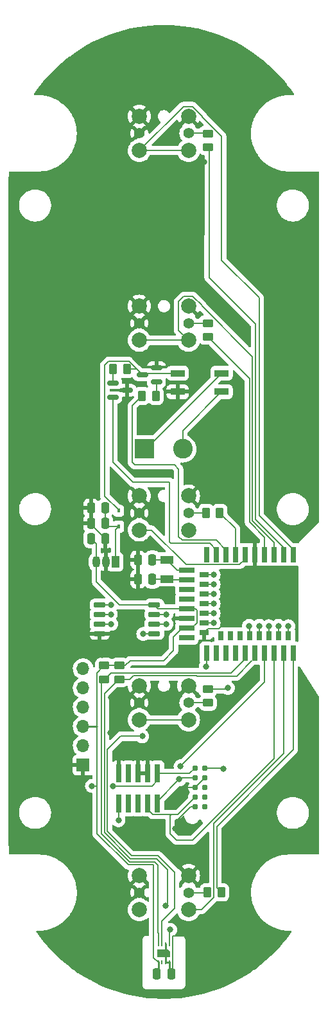
<source format=gbr>
%TF.GenerationSoftware,KiCad,Pcbnew,6.0.2+dfsg-1*%
%TF.CreationDate,2022-08-09T16:06:40+08:00*%
%TF.ProjectId,LightSwitch,4c696768-7453-4776-9974-63682e6b6963,rev?*%
%TF.SameCoordinates,Original*%
%TF.FileFunction,Copper,L1,Top*%
%TF.FilePolarity,Positive*%
%FSLAX46Y46*%
G04 Gerber Fmt 4.6, Leading zero omitted, Abs format (unit mm)*
G04 Created by KiCad (PCBNEW 6.0.2+dfsg-1) date 2022-08-09 16:06:40*
%MOMM*%
%LPD*%
G01*
G04 APERTURE LIST*
G04 Aperture macros list*
%AMRoundRect*
0 Rectangle with rounded corners*
0 $1 Rounding radius*
0 $2 $3 $4 $5 $6 $7 $8 $9 X,Y pos of 4 corners*
0 Add a 4 corners polygon primitive as box body*
4,1,4,$2,$3,$4,$5,$6,$7,$8,$9,$2,$3,0*
0 Add four circle primitives for the rounded corners*
1,1,$1+$1,$2,$3*
1,1,$1+$1,$4,$5*
1,1,$1+$1,$6,$7*
1,1,$1+$1,$8,$9*
0 Add four rect primitives between the rounded corners*
20,1,$1+$1,$2,$3,$4,$5,0*
20,1,$1+$1,$4,$5,$6,$7,0*
20,1,$1+$1,$6,$7,$8,$9,0*
20,1,$1+$1,$8,$9,$2,$3,0*%
%AMFreePoly0*
4,1,6,0.500000,-0.850000,-0.500000,-0.850000,-0.500000,0.550000,-0.200000,0.850000,0.500000,0.850000,0.500000,-0.850000,0.500000,-0.850000,$1*%
G04 Aperture macros list end*
%TA.AperFunction,SMDPad,CuDef*%
%ADD10RoundRect,0.150000X-0.650000X-0.150000X0.650000X-0.150000X0.650000X0.150000X-0.650000X0.150000X0*%
%TD*%
%TA.AperFunction,SMDPad,CuDef*%
%ADD11R,0.800000X2.000000*%
%TD*%
%TA.AperFunction,SMDPad,CuDef*%
%ADD12R,2.000000X0.800000*%
%TD*%
%TA.AperFunction,SMDPad,CuDef*%
%ADD13R,1.200000X0.800000*%
%TD*%
%TA.AperFunction,SMDPad,CuDef*%
%ADD14R,0.800000X1.200000*%
%TD*%
%TA.AperFunction,SMDPad,CuDef*%
%ADD15RoundRect,0.250000X0.250000X0.475000X-0.250000X0.475000X-0.250000X-0.475000X0.250000X-0.475000X0*%
%TD*%
%TA.AperFunction,SMDPad,CuDef*%
%ADD16RoundRect,0.250000X0.262500X0.450000X-0.262500X0.450000X-0.262500X-0.450000X0.262500X-0.450000X0*%
%TD*%
%TA.AperFunction,SMDPad,CuDef*%
%ADD17R,0.740000X2.400000*%
%TD*%
%TA.AperFunction,SMDPad,CuDef*%
%ADD18RoundRect,0.250000X-0.450000X0.262500X-0.450000X-0.262500X0.450000X-0.262500X0.450000X0.262500X0*%
%TD*%
%TA.AperFunction,SMDPad,CuDef*%
%ADD19R,0.450000X0.600000*%
%TD*%
%TA.AperFunction,ConnectorPad*%
%ADD20C,0.787400*%
%TD*%
%TA.AperFunction,ComponentPad*%
%ADD21R,2.600000X2.600000*%
%TD*%
%TA.AperFunction,ComponentPad*%
%ADD22C,2.600000*%
%TD*%
%TA.AperFunction,ComponentPad*%
%ADD23R,1.050000X1.500000*%
%TD*%
%TA.AperFunction,ComponentPad*%
%ADD24O,1.050000X1.500000*%
%TD*%
%TA.AperFunction,ComponentPad*%
%ADD25R,1.700000X1.700000*%
%TD*%
%TA.AperFunction,ComponentPad*%
%ADD26O,1.700000X1.700000*%
%TD*%
%TA.AperFunction,SMDPad,CuDef*%
%ADD27R,0.250000X0.550000*%
%TD*%
%TA.AperFunction,SMDPad,CuDef*%
%ADD28FreePoly0,270.000000*%
%TD*%
%TA.AperFunction,SMDPad,CuDef*%
%ADD29RoundRect,0.250000X0.450000X-0.262500X0.450000X0.262500X-0.450000X0.262500X-0.450000X-0.262500X0*%
%TD*%
%TA.AperFunction,SMDPad,CuDef*%
%ADD30R,1.800000X1.000000*%
%TD*%
%TA.AperFunction,SMDPad,CuDef*%
%ADD31RoundRect,0.150000X-0.587500X-0.150000X0.587500X-0.150000X0.587500X0.150000X-0.587500X0.150000X0*%
%TD*%
%TA.AperFunction,SMDPad,CuDef*%
%ADD32RoundRect,0.150000X0.587500X0.150000X-0.587500X0.150000X-0.587500X-0.150000X0.587500X-0.150000X0*%
%TD*%
%TA.AperFunction,SMDPad,CuDef*%
%ADD33RoundRect,0.250000X-0.250000X-0.475000X0.250000X-0.475000X0.250000X0.475000X-0.250000X0.475000X0*%
%TD*%
%TA.AperFunction,SMDPad,CuDef*%
%ADD34RoundRect,0.091000X-0.864000X-0.364000X0.864000X-0.364000X0.864000X0.364000X-0.864000X0.364000X0*%
%TD*%
%TA.AperFunction,ComponentPad*%
%ADD35C,2.000000*%
%TD*%
%TA.AperFunction,ComponentPad*%
%ADD36C,1.400000*%
%TD*%
%TA.AperFunction,ViaPad*%
%ADD37C,0.800000*%
%TD*%
%TA.AperFunction,Conductor*%
%ADD38C,0.200000*%
%TD*%
%TA.AperFunction,Conductor*%
%ADD39C,0.250000*%
%TD*%
G04 APERTURE END LIST*
D10*
%TO.P,U4,1,~{CS}*%
%TO.N,/CS*%
X112528800Y-96596200D03*
%TO.P,U4,2,SO/SIO1*%
%TO.N,/SIO_1*%
X112528800Y-97866200D03*
%TO.P,U4,3,~{WP}/SIO2*%
%TO.N,/SIO_2*%
X112528800Y-99136200D03*
%TO.P,U4,4,GND*%
%TO.N,GND*%
X112528800Y-100406200D03*
%TO.P,U4,5,SI/SIO0*%
%TO.N,/SIO_0*%
X119728800Y-100406200D03*
%TO.P,U4,6,SCLK*%
%TO.N,/SCLK*%
X119728800Y-99136200D03*
%TO.P,U4,7,~{RESET}/SIO3*%
%TO.N,/SIO_3*%
X119728800Y-97866200D03*
%TO.P,U4,8,VCC*%
%TO.N,VDD*%
X119728800Y-96596200D03*
%TD*%
D11*
%TO.P,U3,1,P1.11\u002A*%
%TO.N,/SW1*%
X138059700Y-89969200D03*
%TO.P,U3,2,P1.10\u002A*%
%TO.N,/LED1*%
X136789700Y-89969200D03*
%TO.P,U3,3,P0.03/AIN1\u002A*%
%TO.N,/SW2*%
X135519700Y-89969200D03*
%TO.P,U3,4,P0.28/AIN4\u002A*%
%TO.N,/LED2*%
X134249700Y-89969200D03*
%TO.P,U3,5,GND*%
%TO.N,GND*%
X132979700Y-89969200D03*
%TO.P,U3,6,P1.13\u002A*%
%TO.N,/SW3*%
X131709700Y-89969200D03*
%TO.P,U3,7,P0.02/AIN0\u002A*%
%TO.N,/LED3*%
X130439700Y-89969200D03*
%TO.P,U3,8,P0.29/AIN5\u002A*%
%TO.N,/DALI_TX*%
X129169700Y-89969200D03*
%TO.P,U3,9,P0.31/AIN7\u002A*%
%TO.N,/DALI_RX*%
X127899700Y-89969200D03*
%TO.P,U3,10,P0.30/AIN6\u002A*%
%TO.N,unconnected-(U3-Pad10)*%
X126629700Y-89969200D03*
D12*
%TO.P,U3,11,P0.00/XL1*%
%TO.N,Net-(C5-Pad1)*%
X124029700Y-92024200D03*
D13*
%TO.P,U3,12,P0.26*%
%TO.N,/CS*%
X126329700Y-92659200D03*
D12*
%TO.P,U3,13,P0.01/XL2*%
%TO.N,Net-(C6-Pad1)*%
X124029700Y-93294200D03*
D13*
%TO.P,U3,14,P0.06*%
%TO.N,/SIO_1*%
X126329700Y-93929200D03*
D12*
%TO.P,U3,15,P0.05/AIN3*%
%TO.N,unconnected-(U3-Pad15)*%
X124029700Y-94564200D03*
D13*
%TO.P,U3,16,P0.08*%
%TO.N,/SIO_2*%
X126329700Y-95199200D03*
D12*
%TO.P,U3,17,P1.09*%
%TO.N,unconnected-(U3-Pad17)*%
X124029700Y-95834200D03*
D13*
%TO.P,U3,18,P0.04/AIN2*%
%TO.N,/SIO_3*%
X126329700Y-96469200D03*
D12*
%TO.P,U3,19,VDD*%
%TO.N,VDD*%
X124029700Y-97104200D03*
D13*
%TO.P,U3,20,P0.12*%
%TO.N,/SCLK*%
X126329700Y-97739200D03*
D12*
%TO.P,U3,21,GND*%
%TO.N,GND*%
X124029700Y-98374200D03*
D13*
%TO.P,U3,22,P0.07*%
%TO.N,/SIO_0*%
X126329700Y-99009200D03*
D12*
%TO.P,U3,23,VDDH*%
%TO.N,VDD*%
X124029700Y-99644200D03*
D13*
%TO.P,U3,24,GND*%
%TO.N,GND*%
X126329700Y-100279200D03*
D12*
%TO.P,U3,25,DCCH*%
%TO.N,unconnected-(U3-Pad25)*%
X124029700Y-100914200D03*
D11*
%TO.P,U3,26,P0.18/RESET*%
%TO.N,/~{RESET}*%
X126629700Y-102969200D03*
%TO.P,U3,27,VBUS*%
%TO.N,unconnected-(U3-Pad27)*%
X127899700Y-102969200D03*
D14*
%TO.P,U3,28,P0.15*%
%TO.N,unconnected-(U3-Pad28)*%
X128534700Y-100669200D03*
D11*
%TO.P,U3,29,D-*%
%TO.N,unconnected-(U3-Pad29)*%
X129169700Y-102969200D03*
D14*
%TO.P,U3,30,P0.17*%
%TO.N,unconnected-(U3-Pad30)*%
X129804700Y-100669200D03*
D11*
%TO.P,U3,31,D+*%
%TO.N,unconnected-(U3-Pad31)*%
X130439700Y-102969200D03*
D14*
%TO.P,U3,32,P0.20*%
%TO.N,unconnected-(U3-Pad32)*%
X131074700Y-100669200D03*
D11*
%TO.P,U3,33,P0.13*%
%TO.N,/SCL*%
X131709700Y-102969200D03*
D14*
%TO.P,U3,34,P0.22*%
%TO.N,/TX*%
X132284700Y-100669200D03*
D11*
%TO.P,U3,35,P0.24*%
%TO.N,/SDA*%
X132979700Y-102969200D03*
D14*
%TO.P,U3,36,P1.00*%
%TO.N,/RX*%
X133614700Y-100669200D03*
D11*
%TO.P,U3,37,SWDIO*%
%TO.N,/SWDIO*%
X134249700Y-102969200D03*
D14*
%TO.P,U3,38,P1.02\u002A*%
%TO.N,/TEMP_ALERT*%
X134884700Y-100669200D03*
D11*
%TO.P,U3,39,SWDCLK*%
%TO.N,/SWDCLK*%
X135519700Y-102969200D03*
D14*
%TO.P,U3,40,P1.04\u002A*%
%TO.N,/SW4*%
X136154700Y-100669200D03*
D11*
%TO.P,U3,41,P0.09/NFC1\u002A*%
%TO.N,/SW5*%
X136789700Y-102969200D03*
D14*
%TO.P,U3,42,P1.06\u002A*%
%TO.N,/LED4*%
X137424700Y-100669200D03*
D11*
%TO.P,U3,43,P0.10/NFC2\u002A*%
%TO.N,/LED5*%
X138059700Y-102969200D03*
%TD*%
D15*
%TO.P,C2,1*%
%TO.N,Net-(C1-Pad1)*%
X113268800Y-85856400D03*
%TO.P,C2,2*%
%TO.N,GND*%
X111368800Y-85856400D03*
%TD*%
%TO.P,C6,1*%
%TO.N,Net-(C6-Pad1)*%
X119466400Y-93218000D03*
%TO.P,C6,2*%
%TO.N,GND*%
X117566400Y-93218000D03*
%TD*%
%TO.P,C5,1*%
%TO.N,Net-(C5-Pad1)*%
X119466400Y-90678000D03*
%TO.P,C5,2*%
%TO.N,GND*%
X117566400Y-90678000D03*
%TD*%
D16*
%TO.P,R11,1*%
%TO.N,/LED3*%
X128369700Y-84480400D03*
%TO.P,R11,2*%
%TO.N,Net-(R11-Pad2)*%
X126544700Y-84480400D03*
%TD*%
D17*
%TO.P,J3,1,VTref*%
%TO.N,VDD*%
X120142000Y-118827000D03*
%TO.P,J3,2,SWDIO/TMS*%
%TO.N,/SWDIO*%
X120142000Y-122727000D03*
%TO.P,J3,3,GND*%
%TO.N,GND*%
X118872000Y-118827000D03*
%TO.P,J3,4,SWDCLK/TCK*%
%TO.N,/SWDCLK*%
X118872000Y-122727000D03*
%TO.P,J3,5,GND*%
%TO.N,GND*%
X117602000Y-118827000D03*
%TO.P,J3,6,SWO/TDO*%
%TO.N,unconnected-(J3-Pad6)*%
X117602000Y-122727000D03*
%TO.P,J3,7,KEY*%
%TO.N,unconnected-(J3-Pad7)*%
X116332000Y-118827000D03*
%TO.P,J3,8,NC/TDI*%
%TO.N,unconnected-(J3-Pad8)*%
X116332000Y-122727000D03*
%TO.P,J3,9,GNDDetect*%
%TO.N,GND*%
X115062000Y-118827000D03*
%TO.P,J3,10,~{RESET}*%
%TO.N,/~{RESET}*%
X115062000Y-122727000D03*
%TD*%
D16*
%TO.P,R1,1*%
%TO.N,/DALI+*%
X116100350Y-65532000D03*
%TO.P,R1,2*%
%TO.N,Net-(Q2-Pad1)*%
X114275350Y-65532000D03*
%TD*%
D18*
%TO.P,R2,1*%
%TO.N,VDD*%
X115112800Y-104599100D03*
%TO.P,R2,2*%
%TO.N,/SDA*%
X115112800Y-106424100D03*
%TD*%
D19*
%TO.P,D1,1,K*%
%TO.N,Net-(C1-Pad1)*%
X115011200Y-86296800D03*
%TO.P,D1,2,A*%
%TO.N,/DALI+*%
X115011200Y-84196800D03*
%TD*%
D16*
%TO.P,R3,1*%
%TO.N,/LED5*%
X128571000Y-134467600D03*
%TO.P,R3,2*%
%TO.N,Net-(R3-Pad2)*%
X126746000Y-134467600D03*
%TD*%
D20*
%TO.P,J4,1,VTref*%
%TO.N,VDD*%
X125095000Y-118110000D03*
%TO.P,J4,2,SWDIO/TMS*%
%TO.N,/SWDIO*%
X125095000Y-119380000D03*
%TO.P,J4,3,GND*%
%TO.N,GND*%
X125095000Y-120650000D03*
%TO.P,J4,4,SWDCLK/TCK*%
%TO.N,/SWDCLK*%
X125095000Y-121920000D03*
%TO.P,J4,5,GND*%
%TO.N,GND*%
X125095000Y-123190000D03*
%TO.P,J4,6,SWO/TDO*%
%TO.N,unconnected-(J4-Pad6)*%
X126365000Y-123190000D03*
%TO.P,J4,7,KEY*%
%TO.N,unconnected-(J4-Pad7)*%
X126365000Y-121920000D03*
%TO.P,J4,8,NC/TDI*%
%TO.N,unconnected-(J4-Pad8)*%
X126365000Y-120650000D03*
%TO.P,J4,9,GNDDetect*%
%TO.N,GND*%
X126365000Y-119380000D03*
%TO.P,J4,10,~{RESET}*%
%TO.N,/~{RESET}*%
X126365000Y-118110000D03*
%TD*%
D18*
%TO.P,R8,1*%
%TO.N,/LED4*%
X126800000Y-107687500D03*
%TO.P,R8,2*%
%TO.N,Net-(R8-Pad2)*%
X126800000Y-109512500D03*
%TD*%
D16*
%TO.P,R4,1*%
%TO.N,Net-(Q1-Pad1)*%
X119935750Y-69086100D03*
%TO.P,R4,2*%
%TO.N,/DALI_TX*%
X118110750Y-69086100D03*
%TD*%
D21*
%TO.P,J1,1,Pin_1*%
%TO.N,/D2*%
X118400000Y-76047600D03*
D22*
%TO.P,J1,2,Pin_2*%
%TO.N,/D1*%
X123480000Y-76047600D03*
%TD*%
D18*
%TO.P,R5,1*%
%TO.N,VDD*%
X113131600Y-104599100D03*
%TO.P,R5,2*%
%TO.N,/SCL*%
X113131600Y-106424100D03*
%TD*%
D23*
%TO.P,U1,1,VI*%
%TO.N,Net-(C1-Pad1)*%
X114604800Y-90932000D03*
D24*
%TO.P,U1,2,GND*%
%TO.N,GND*%
X113334800Y-90932000D03*
%TO.P,U1,3,VO*%
%TO.N,VDD*%
X112064800Y-90932000D03*
%TD*%
D25*
%TO.P,J2,1,Pin_1*%
%TO.N,GND*%
X110337600Y-117703600D03*
D26*
%TO.P,J2,2,Pin_2*%
%TO.N,unconnected-(J2-Pad2)*%
X110337600Y-115163600D03*
%TO.P,J2,3,Pin_3*%
%TO.N,VDD*%
X110337600Y-112623600D03*
%TO.P,J2,4,Pin_4*%
%TO.N,/RX*%
X110337600Y-110083600D03*
%TO.P,J2,5,Pin_5*%
%TO.N,/TX*%
X110337600Y-107543600D03*
%TO.P,J2,6,Pin_6*%
%TO.N,unconnected-(J2-Pad6)*%
X110337600Y-105003600D03*
%TD*%
D27*
%TO.P,U2,1,SDA*%
%TO.N,/SDA*%
X121750000Y-141325000D03*
%TO.P,U2,2,ADDR*%
%TO.N,GND*%
X121250000Y-141325000D03*
%TO.P,U2,3,ALERT*%
%TO.N,/TEMP_ALERT*%
X120750000Y-141325000D03*
%TO.P,U2,4,SCL*%
%TO.N,/SCL*%
X120250000Y-141325000D03*
%TO.P,U2,5,VDD*%
%TO.N,VDD*%
X120250000Y-143675000D03*
%TO.P,U2,6,~{RESET}*%
%TO.N,unconnected-(U2-Pad6)*%
X120750000Y-143675000D03*
%TO.P,U2,7,R*%
%TO.N,GND*%
X121250000Y-143675000D03*
%TO.P,U2,8,VSS*%
X121750000Y-143675000D03*
D28*
%TO.P,U2,9,VSS*%
X121000000Y-142500000D03*
%TD*%
D29*
%TO.P,R10,1*%
%TO.N,/LED2*%
X126771400Y-61312500D03*
%TO.P,R10,2*%
%TO.N,Net-(R10-Pad2)*%
X126771400Y-59487500D03*
%TD*%
D30*
%TO.P,Y1,1,1*%
%TO.N,Net-(C5-Pad1)*%
X121416400Y-90678000D03*
%TO.P,Y1,2,2*%
%TO.N,Net-(C6-Pad1)*%
X121416400Y-93178000D03*
%TD*%
D29*
%TO.P,R9,1*%
%TO.N,/LED1*%
X126796800Y-36345500D03*
%TO.P,R9,2*%
%TO.N,Net-(R9-Pad2)*%
X126796800Y-34520500D03*
%TD*%
D31*
%TO.P,Q2,1,B*%
%TO.N,Net-(Q2-Pad1)*%
X114250350Y-67376000D03*
%TO.P,Q2,2,E*%
%TO.N,/DALI_RX*%
X114250350Y-69276000D03*
%TO.P,Q2,3,C*%
%TO.N,GND*%
X116125350Y-68326000D03*
%TD*%
D32*
%TO.P,Q1,1,B*%
%TO.N,Net-(Q1-Pad1)*%
X120011550Y-67242100D03*
%TO.P,Q1,2,E*%
%TO.N,GND*%
X120011550Y-65342100D03*
%TO.P,Q1,3,C*%
%TO.N,/DALI+*%
X118136550Y-66292100D03*
%TD*%
D15*
%TO.P,C1,1*%
%TO.N,Net-(C1-Pad1)*%
X113268800Y-83824400D03*
%TO.P,C1,2*%
%TO.N,GND*%
X111368800Y-83824400D03*
%TD*%
D33*
%TO.P,C3,1*%
%TO.N,VDD*%
X111368800Y-87888400D03*
%TO.P,C3,2*%
%TO.N,GND*%
X113268800Y-87888400D03*
%TD*%
D34*
%TO.P,D2,1,+*%
%TO.N,/DALI+*%
X122807700Y-66085000D03*
%TO.P,D2,2,-*%
%TO.N,GND*%
X122807700Y-68535000D03*
%TO.P,D2,3*%
%TO.N,/D1*%
X128607700Y-68535000D03*
%TO.P,D2,4*%
%TO.N,/D2*%
X128607700Y-66085000D03*
%TD*%
D15*
%TO.P,C4,1*%
%TO.N,GND*%
X121950000Y-145200000D03*
%TO.P,C4,2*%
%TO.N,VDD*%
X120050000Y-145200000D03*
%TD*%
D35*
%TO.P,SW1,1,1*%
%TO.N,GND*%
X117750000Y-32250000D03*
X124250000Y-32250000D03*
%TO.P,SW1,2,2*%
%TO.N,/SW1*%
X117750000Y-36750000D03*
X124250000Y-36750000D03*
D36*
%TO.P,SW1,3,K*%
%TO.N,GND*%
X117750000Y-34500000D03*
%TO.P,SW1,4,A*%
%TO.N,Net-(R9-Pad2)*%
X124250000Y-34500000D03*
%TD*%
D35*
%TO.P,SW3,1,1*%
%TO.N,GND*%
X117750000Y-82250000D03*
X124250000Y-82250000D03*
%TO.P,SW3,2,2*%
%TO.N,/SW3*%
X124250000Y-86750000D03*
X117750000Y-86750000D03*
D36*
%TO.P,SW3,3,K*%
%TO.N,GND*%
X117750000Y-84500000D03*
%TO.P,SW3,4,A*%
%TO.N,Net-(R11-Pad2)*%
X124250000Y-84500000D03*
%TD*%
D35*
%TO.P,SW5,1,1*%
%TO.N,GND*%
X124250000Y-132250000D03*
X117750000Y-132250000D03*
%TO.P,SW5,2,2*%
%TO.N,/SW5*%
X117750000Y-136750000D03*
X124250000Y-136750000D03*
D36*
%TO.P,SW5,3,K*%
%TO.N,GND*%
X117750000Y-134500000D03*
%TO.P,SW5,4,A*%
%TO.N,Net-(R3-Pad2)*%
X124250000Y-134500000D03*
%TD*%
D35*
%TO.P,SW4,1,1*%
%TO.N,GND*%
X117750000Y-107250000D03*
X124250000Y-107250000D03*
%TO.P,SW4,2,2*%
%TO.N,/SW4*%
X124250000Y-111750000D03*
X117750000Y-111750000D03*
D36*
%TO.P,SW4,3,K*%
%TO.N,GND*%
X117750000Y-109500000D03*
%TO.P,SW4,4,A*%
%TO.N,Net-(R8-Pad2)*%
X124250000Y-109500000D03*
%TD*%
D35*
%TO.P,SW2,1,1*%
%TO.N,GND*%
X124250000Y-57250000D03*
X117750000Y-57250000D03*
%TO.P,SW2,2,2*%
%TO.N,/SW2*%
X117750000Y-61750000D03*
X124250000Y-61750000D03*
D36*
%TO.P,SW2,3,K*%
%TO.N,GND*%
X117750000Y-59500000D03*
%TO.P,SW2,4,A*%
%TO.N,Net-(R10-Pad2)*%
X124250000Y-59500000D03*
%TD*%
D37*
%TO.N,VDD*%
X111506000Y-120446800D03*
X114269971Y-120452785D03*
%TO.N,GND*%
X101295200Y-90678000D03*
X108051600Y-27432000D03*
X124866400Y-139192000D03*
X115620800Y-126796800D03*
X115265200Y-131978400D03*
X134772400Y-55575200D03*
X111861600Y-77216000D03*
X113944400Y-113487200D03*
X103530400Y-128879600D03*
X116078000Y-115620800D03*
X134772400Y-77368400D03*
X127406400Y-31851600D03*
X110947200Y-127711200D03*
X101447600Y-60502800D03*
X121412000Y-79248000D03*
X101193600Y-114960400D03*
X110286800Y-37490400D03*
X114655600Y-146253200D03*
X120396000Y-102717600D03*
X121208800Y-35306000D03*
X117348000Y-128422400D03*
X114046000Y-108762800D03*
X101193600Y-70358000D03*
X126441200Y-146608800D03*
X135483600Y-120040400D03*
X132080000Y-125171200D03*
X131927600Y-136702800D03*
X139293600Y-107696000D03*
X120904000Y-62992000D03*
X134264400Y-46024800D03*
X132994400Y-105511600D03*
X123037600Y-121412000D03*
X101752400Y-49530000D03*
X117906800Y-73558400D03*
X130962400Y-77317600D03*
X107797600Y-140411200D03*
X136499600Y-40284400D03*
X121056400Y-72034400D03*
X140970000Y-65227200D03*
X122986800Y-130251200D03*
X121513600Y-96062800D03*
X126288800Y-38252400D03*
X101193600Y-80670400D03*
X121259600Y-30632400D03*
X132130800Y-131368800D03*
X101193600Y-99974400D03*
X114198400Y-22606000D03*
X120497600Y-21386800D03*
X101549200Y-41097200D03*
X125679200Y-67208400D03*
X123596400Y-115570000D03*
X125120400Y-73964800D03*
X131216400Y-24841200D03*
X135636000Y-140563600D03*
X131013200Y-144119600D03*
X115976400Y-88544400D03*
X131724400Y-34391600D03*
X127254000Y-64058800D03*
X101193600Y-107492800D03*
X129235200Y-131216400D03*
X126847600Y-22352000D03*
X119684800Y-107696000D03*
X122275600Y-108559600D03*
X131673600Y-107289600D03*
X139293600Y-113233200D03*
X110744000Y-92913200D03*
X132232400Y-87528400D03*
X118110000Y-70916800D03*
X110032800Y-144119600D03*
X139141200Y-117500400D03*
X112826800Y-103174800D03*
X100990400Y-123190000D03*
X140817600Y-80416400D03*
X117297200Y-97891600D03*
X114452400Y-79908400D03*
X140868400Y-72694800D03*
X121107200Y-59994800D03*
X129336800Y-70104000D03*
X134620000Y-66243200D03*
X130759200Y-59994800D03*
X115417600Y-77165200D03*
X110591600Y-133604000D03*
X120650000Y-125933200D03*
X110896400Y-122224800D03*
X122529600Y-126085600D03*
X111963200Y-70510400D03*
X140868400Y-57454800D03*
X125476000Y-52781200D03*
X125171200Y-103682800D03*
X124256800Y-79349600D03*
X118262400Y-139039600D03*
X113334800Y-92862400D03*
X127203200Y-111963200D03*
X135636000Y-27889200D03*
X121158000Y-37998400D03*
X115519200Y-70459600D03*
X140614400Y-128676400D03*
X122834400Y-103682800D03*
X131013200Y-67818000D03*
X140970000Y-49987200D03*
X136601200Y-128524000D03*
%TO.N,/SDA*%
X121818400Y-139395200D03*
X121208800Y-136194800D03*
%TO.N,/TEMP_ALERT*%
X134823200Y-99415600D03*
X118135400Y-113919000D03*
%TO.N,/SW4*%
X136093200Y-99364800D03*
%TO.N,/LED4*%
X137414000Y-99415600D03*
X129442022Y-107547222D03*
%TO.N,/RX*%
X133604000Y-99364800D03*
%TO.N,/TX*%
X132232400Y-99364800D03*
%TO.N,/SWDIO*%
X123190000Y-117856000D03*
X123037600Y-119583200D03*
%TO.N,/~{RESET}*%
X126542800Y-104698800D03*
X128879600Y-118160800D03*
X115011200Y-124968000D03*
%TO.N,/CS*%
X113995200Y-96570800D03*
X127558800Y-92659200D03*
%TO.N,/SIO_1*%
X127558800Y-93929200D03*
X113995200Y-97840800D03*
%TO.N,/SIO_2*%
X114046000Y-99110800D03*
X127558800Y-95199200D03*
%TO.N,/SIO_0*%
X127558800Y-99009200D03*
X118262400Y-100431600D03*
%TO.N,/SCLK*%
X127558800Y-97739200D03*
X121310400Y-99110800D03*
%TO.N,/SIO_3*%
X121310400Y-97840800D03*
X127558800Y-96469200D03*
%TD*%
D38*
%TO.N,VDD*%
X124629700Y-99644200D02*
X125329211Y-98944689D01*
X111506000Y-120446800D02*
X111522480Y-120463280D01*
D39*
X120100000Y-144800000D02*
X120100000Y-145050000D01*
D38*
X115011200Y-104599100D02*
X113131600Y-104599100D01*
X119624520Y-143049520D02*
X120250000Y-143675000D01*
X111522480Y-120463280D02*
X112182880Y-120463280D01*
X112132080Y-112589280D02*
X112182880Y-112640080D01*
X113131600Y-104599100D02*
X112132080Y-105598620D01*
X115138200Y-96596200D02*
X119728800Y-96596200D01*
X120943111Y-103948489D02*
X122275600Y-102616000D01*
X124378000Y-118827000D02*
X125095000Y-118110000D01*
X120142000Y-118827000D02*
X120142000Y-119726022D01*
X112064800Y-93522800D02*
X115138200Y-96596200D01*
X125145800Y-97104200D02*
X124029700Y-97104200D01*
X112182880Y-112640080D02*
X112182880Y-120463280D01*
X112064800Y-88584400D02*
X112064800Y-90932000D01*
D39*
X120250000Y-143575000D02*
X120250000Y-144650000D01*
D38*
X125329211Y-98944689D02*
X125329211Y-97287611D01*
X120142000Y-119726022D02*
X119415237Y-120452785D01*
X124029700Y-97104200D02*
X120236800Y-97104200D01*
X112182880Y-126762480D02*
X116271720Y-130851320D01*
X115872900Y-104599100D02*
X115011200Y-104599100D01*
D39*
X110337600Y-112623600D02*
X112166400Y-112623600D01*
D38*
X112132080Y-105598620D02*
X112132080Y-112589280D01*
X116523511Y-103948489D02*
X115872900Y-104599100D01*
X116271720Y-130851320D02*
X119624520Y-130851320D01*
X111368800Y-87888400D02*
X112064800Y-88584400D01*
X112064800Y-90932000D02*
X112064800Y-93522800D01*
X119624520Y-130851320D02*
X119624520Y-143049520D01*
X122275600Y-100798300D02*
X123429700Y-99644200D01*
D39*
X112166400Y-112623600D02*
X112182880Y-112640080D01*
D38*
X120236800Y-97104200D02*
X119728800Y-96596200D01*
X112182880Y-120463280D02*
X112182880Y-126762480D01*
X123429700Y-99644200D02*
X124029700Y-99644200D01*
D39*
X120250000Y-144650000D02*
X120100000Y-144800000D01*
D38*
X116523511Y-103948489D02*
X120943111Y-103948489D01*
X122275600Y-102616000D02*
X122275600Y-100798300D01*
X125329211Y-97287611D02*
X125145800Y-97104200D01*
X120142000Y-118827000D02*
X124378000Y-118827000D01*
X119415237Y-120452785D02*
X114269971Y-120452785D01*
D39*
%TO.N,GND*%
X121750000Y-143575000D02*
X121750000Y-144850000D01*
X121750000Y-144850000D02*
X121950000Y-145050000D01*
D38*
X126839211Y-99769689D02*
X128271511Y-99769689D01*
X122174511Y-144975489D02*
X122174511Y-140225489D01*
X111368800Y-85988400D02*
X113268800Y-87888400D01*
X125095000Y-120650000D02*
X126365000Y-119380000D01*
X123832911Y-140225489D02*
X124866400Y-139192000D01*
X126329700Y-100279200D02*
X126839211Y-99769689D01*
X111368800Y-83824400D02*
X111368800Y-85856400D01*
X113268800Y-87888400D02*
X113334800Y-87954400D01*
X124538225Y-123190000D02*
X122529600Y-125198625D01*
D39*
X121000000Y-142400000D02*
X121250000Y-142150000D01*
D38*
X113334800Y-87954400D02*
X113334800Y-90932000D01*
X121950000Y-145200000D02*
X122174511Y-144975489D01*
X117566400Y-93218000D02*
X117566400Y-90678000D01*
X125095000Y-120650000D02*
X123799600Y-120650000D01*
D39*
X121250000Y-143675000D02*
X121750000Y-143675000D01*
D38*
X122529600Y-125198625D02*
X122529600Y-126085600D01*
D39*
X121250000Y-143575000D02*
X121250000Y-142650000D01*
D38*
X123799600Y-120650000D02*
X123037600Y-121412000D01*
X122174511Y-140225489D02*
X123832911Y-140225489D01*
X111368800Y-85856400D02*
X111368800Y-85988400D01*
D39*
X121250000Y-142150000D02*
X121250000Y-141225000D01*
D38*
X128271511Y-99769689D02*
X129641600Y-98399600D01*
X125095000Y-123190000D02*
X124538225Y-123190000D01*
D39*
X121250000Y-142650000D02*
X121000000Y-142400000D01*
D38*
%TO.N,Net-(C1-Pad1)*%
X114604800Y-86703200D02*
X115011200Y-86296800D01*
X113709200Y-86296800D02*
X113268800Y-85856400D01*
X114604800Y-90932000D02*
X114604800Y-86703200D01*
X113268800Y-85856400D02*
X113268800Y-83824400D01*
X115011200Y-86296800D02*
X113709200Y-86296800D01*
%TO.N,/DALI+*%
X113213330Y-82266792D02*
X115011200Y-84064662D01*
X113213330Y-64993070D02*
X113213330Y-82266792D01*
X117376450Y-65532000D02*
X118136550Y-66292100D01*
X116376930Y-64532480D02*
X113673920Y-64532480D01*
X113673920Y-64532480D02*
X113213330Y-64993070D01*
X118136550Y-66292100D02*
X116376930Y-64532480D01*
X115011200Y-84064662D02*
X115011200Y-84196800D01*
X118343650Y-66085000D02*
X118136550Y-66292100D01*
X116100350Y-65532000D02*
X117376450Y-65532000D01*
X122807700Y-66085000D02*
X118343650Y-66085000D01*
%TO.N,/D2*%
X118645100Y-76047600D02*
X128607700Y-66085000D01*
X118400000Y-76047600D02*
X118645100Y-76047600D01*
%TO.N,/D1*%
X123480000Y-73662700D02*
X128607700Y-68535000D01*
X123480000Y-76047600D02*
X123480000Y-73662700D01*
%TO.N,/DALI_RX*%
X114250350Y-69276000D02*
X114250350Y-77775950D01*
X114250350Y-77775950D02*
X116941600Y-80467200D01*
X121920000Y-88493600D02*
X127024100Y-88493600D01*
X121767600Y-80467200D02*
X121767600Y-88341200D01*
X121767600Y-88341200D02*
X121920000Y-88493600D01*
X127899700Y-89369200D02*
X127899700Y-89969200D01*
X116941600Y-80467200D02*
X121767600Y-80467200D01*
X127024100Y-88493600D02*
X127899700Y-89369200D01*
%TO.N,Net-(C5-Pad1)*%
X119466400Y-90678000D02*
X121416400Y-90678000D01*
X122762600Y-92024200D02*
X121416400Y-90678000D01*
X124029700Y-92024200D02*
X122762600Y-92024200D01*
%TO.N,Net-(Q1-Pad1)*%
X120011550Y-67242100D02*
X120011550Y-69010300D01*
X120011550Y-69010300D02*
X119935750Y-69086100D01*
%TO.N,/SCL*%
X131709700Y-102969200D02*
X131709700Y-103698222D01*
X112753703Y-106801997D02*
X112753703Y-126768297D01*
X131709700Y-103698222D02*
X129856952Y-105550970D01*
X129856952Y-105550970D02*
X114004730Y-105550970D01*
X113131600Y-106424100D02*
X112753703Y-106801997D01*
X120200000Y-139794994D02*
X120250000Y-139844994D01*
X119790006Y-130451800D02*
X120200000Y-130861794D01*
X120250000Y-139844994D02*
X120250000Y-141325000D01*
X120200000Y-130861794D02*
X120200000Y-139794994D01*
X114004730Y-105550970D02*
X113131600Y-106424100D01*
X112753703Y-126768297D02*
X116437206Y-130451800D01*
X116437206Y-130451800D02*
X119790006Y-130451800D01*
%TO.N,/SDA*%
X113153223Y-126602811D02*
X113153223Y-108282077D01*
X125356089Y-105950489D02*
X116959911Y-105950489D01*
X125374400Y-105968800D02*
X125356089Y-105950489D01*
X116486300Y-106424100D02*
X116959911Y-105950489D01*
X116602692Y-130052280D02*
X113153223Y-126602811D01*
X121208800Y-136194800D02*
X121513908Y-135889692D01*
X130580100Y-105968800D02*
X132600050Y-103948850D01*
X121750000Y-141325000D02*
X121750000Y-139463600D01*
X115011200Y-106424100D02*
X116486300Y-106424100D01*
X120066304Y-130052280D02*
X116602692Y-130052280D01*
X125374400Y-105968800D02*
X130580100Y-105968800D01*
X121513908Y-135889692D02*
X121513908Y-131499885D01*
X113153223Y-108282077D02*
X115011200Y-106424100D01*
X121513908Y-131499885D02*
X120066304Y-130052280D01*
%TO.N,/TEMP_ALERT*%
X113552743Y-126437325D02*
X116768178Y-129652760D01*
X120750000Y-138276000D02*
X120750000Y-139673000D01*
X118135400Y-113919000D02*
X115290600Y-113919000D01*
X113552743Y-115656857D02*
X113552743Y-126437325D01*
X120750000Y-141325000D02*
X120750000Y-139150000D01*
X122428000Y-131848970D02*
X122428000Y-136598000D01*
X120231791Y-129652761D02*
X122428000Y-131848970D01*
X122428000Y-136598000D02*
X120750000Y-138276000D01*
X115290600Y-113919000D02*
X113552743Y-115656857D01*
X134884700Y-99477100D02*
X134823200Y-99415600D01*
X134884700Y-100669200D02*
X134884700Y-99477100D01*
X116768178Y-129652760D02*
X120231791Y-129652761D01*
%TO.N,/DALI_TX*%
X123393200Y-88087200D02*
X122950489Y-87644489D01*
X116800489Y-77799849D02*
X116800489Y-70396361D01*
X129169700Y-89369200D02*
X127887700Y-88087200D01*
X127887700Y-88087200D02*
X123393200Y-88087200D01*
X122384080Y-78137280D02*
X122950489Y-78703689D01*
X122950489Y-87644489D02*
X122950489Y-78703689D01*
X117137920Y-78137280D02*
X116800489Y-77799849D01*
X117137920Y-78137280D02*
X122384080Y-78137280D01*
X116800489Y-70396361D02*
X118110750Y-69086100D01*
X129169700Y-89969200D02*
X129169700Y-89369200D01*
%TO.N,/SW1*%
X124788276Y-30950489D02*
X123549511Y-30950489D01*
X133541171Y-84823971D02*
X133541171Y-56146029D01*
X123549511Y-30950489D02*
X117750000Y-36750000D01*
X138059700Y-89969200D02*
X138059700Y-89342500D01*
X128620169Y-51225028D02*
X128620169Y-34854231D01*
X128620169Y-34854231D02*
X126080169Y-32314231D01*
X117750000Y-36750000D02*
X124250000Y-36750000D01*
X126080169Y-32242382D02*
X124788276Y-30950489D01*
X126080169Y-32314231D02*
X126015938Y-32250000D01*
X133541171Y-56146029D02*
X128620169Y-51225028D01*
X126080169Y-32314231D02*
X126080169Y-32242382D01*
X138059700Y-89342500D02*
X133541171Y-84823971D01*
%TO.N,/SW2*%
X122950489Y-60450489D02*
X122950489Y-56627511D01*
X126023538Y-57185751D02*
X126023538Y-57250000D01*
X124250000Y-61750000D02*
X122950489Y-60450489D01*
X123627511Y-55950489D02*
X124788276Y-55950489D01*
X124250000Y-61750000D02*
X117750000Y-61750000D01*
X132671570Y-85552364D02*
X135519700Y-88400494D01*
X135519700Y-88400494D02*
X135519700Y-89969200D01*
X126023538Y-57250000D02*
X132671570Y-63898032D01*
X132671570Y-63898032D02*
X132671570Y-85552364D01*
X122950489Y-56627511D02*
X123627511Y-55950489D01*
X124788276Y-55950489D02*
X126023538Y-57185751D01*
%TO.N,/SW3*%
X131709700Y-89969200D02*
X131709700Y-90569200D01*
X123901200Y-91287600D02*
X119363600Y-86750000D01*
X130991300Y-91287600D02*
X123901200Y-91287600D01*
X131709700Y-90569200D02*
X130991300Y-91287600D01*
X119363600Y-86750000D02*
X117750000Y-86750000D01*
%TO.N,/SW4*%
X136154700Y-100669200D02*
X136154700Y-99426300D01*
X136154700Y-99426300D02*
X136093200Y-99364800D01*
X117750000Y-111750000D02*
X124250000Y-111750000D01*
%TO.N,/SW5*%
X127558020Y-135145218D02*
X127558020Y-125407744D01*
X125953238Y-136750000D02*
X127558020Y-135145218D01*
X127558020Y-125407744D02*
X136789700Y-116176064D01*
X136789700Y-116176064D02*
X136789700Y-102969200D01*
X124250000Y-136750000D02*
X125953238Y-136750000D01*
%TO.N,/LED2*%
X134249700Y-87695500D02*
X134249700Y-89969200D01*
X132272050Y-66813150D02*
X132272050Y-85717850D01*
X126771400Y-61312500D02*
X132272050Y-66813150D01*
X132272050Y-85717850D02*
X134249700Y-87695500D01*
%TO.N,/LED3*%
X128369700Y-84480400D02*
X130439700Y-86550400D01*
X130439700Y-86550400D02*
X130439700Y-89969200D01*
%TO.N,/LED5*%
X128571000Y-134467600D02*
X127957540Y-133854140D01*
X127957540Y-133854140D02*
X127957540Y-125788460D01*
X127957540Y-125788460D02*
X138059700Y-115686300D01*
X138059700Y-115686300D02*
X138059700Y-102969200D01*
%TO.N,/LED4*%
X137424700Y-99426300D02*
X137414000Y-99415600D01*
X129301744Y-107687500D02*
X129442022Y-107547222D01*
X137424700Y-100669200D02*
X137424700Y-99426300D01*
X126800000Y-107687500D02*
X129301744Y-107687500D01*
%TO.N,/LED1*%
X126949200Y-53492400D02*
X133071090Y-59614290D01*
X126988311Y-47966889D02*
X126949200Y-48006000D01*
X133071090Y-85386878D02*
X136789700Y-89105488D01*
X126988311Y-36537011D02*
X126988311Y-47966889D01*
X133071090Y-59614290D02*
X133071090Y-85386878D01*
X126949200Y-48006000D02*
X126949200Y-53492400D01*
X126796800Y-36345500D02*
X126988311Y-36537011D01*
X136789700Y-89105488D02*
X136789700Y-89969200D01*
%TO.N,Net-(R3-Pad2)*%
X126787500Y-134500000D02*
X124250000Y-134500000D01*
%TO.N,Net-(R8-Pad2)*%
X124250000Y-109500000D02*
X126787500Y-109500000D01*
X126787500Y-109500000D02*
X126800000Y-109512500D01*
%TO.N,Net-(R9-Pad2)*%
X124250000Y-34500000D02*
X126776300Y-34500000D01*
X126776300Y-34500000D02*
X126796800Y-34520500D01*
%TO.N,Net-(R10-Pad2)*%
X126758900Y-59500000D02*
X126771400Y-59487500D01*
X124250000Y-59500000D02*
X126758900Y-59500000D01*
%TO.N,Net-(R11-Pad2)*%
X126525100Y-84500000D02*
X126544700Y-84480400D01*
X124250000Y-84500000D02*
X126525100Y-84500000D01*
%TO.N,Net-(C6-Pad1)*%
X121532600Y-93294200D02*
X121416400Y-93178000D01*
X124029700Y-93294200D02*
X121532600Y-93294200D01*
X121416400Y-93178000D02*
X119506400Y-93178000D01*
X119506400Y-93178000D02*
X119466400Y-93218000D01*
%TO.N,/RX*%
X133614700Y-99375500D02*
X133604000Y-99364800D01*
X133614700Y-100669200D02*
X133614700Y-99375500D01*
%TO.N,/TX*%
X132284700Y-99417100D02*
X132232400Y-99364800D01*
X132284700Y-100669200D02*
X132284700Y-99417100D01*
%TO.N,/SWDIO*%
X123240800Y-119380000D02*
X125095000Y-119380000D01*
X123037600Y-119583200D02*
X123240800Y-119380000D01*
X134249700Y-102969200D02*
X134249700Y-106796300D01*
X120142000Y-122727000D02*
X120142000Y-122478800D01*
X120142000Y-122478800D02*
X123037600Y-119583200D01*
X134249700Y-106796300D02*
X123190000Y-117856000D01*
%TO.N,/SWDCLK*%
X135519700Y-116881058D02*
X127095937Y-125304821D01*
X127095937Y-125304821D02*
X124791158Y-127609600D01*
X121830089Y-124336933D02*
X121940511Y-124226511D01*
X121830089Y-126757689D02*
X121830089Y-124336933D01*
X119541511Y-124226511D02*
X121940511Y-124226511D01*
X135519700Y-102969200D02*
X135519700Y-116881058D01*
X122788489Y-124226511D02*
X125095000Y-121920000D01*
X122682000Y-127609600D02*
X121830089Y-126757689D01*
X121940511Y-124226511D02*
X122788489Y-124226511D01*
X124791158Y-127609600D02*
X122682000Y-127609600D01*
X118872000Y-122727000D02*
X118872000Y-123557000D01*
X118872000Y-123557000D02*
X119541511Y-124226511D01*
%TO.N,/~{RESET}*%
X115011200Y-124968000D02*
X115062000Y-124917200D01*
X126365000Y-118110000D02*
X128828800Y-118110000D01*
X126629700Y-104611900D02*
X126542800Y-104698800D01*
X115062000Y-124917200D02*
X115062000Y-122727000D01*
X126629700Y-102969200D02*
X126629700Y-104611900D01*
X128828800Y-118110000D02*
X128879600Y-118160800D01*
%TO.N,Net-(Q2-Pad1)*%
X114250350Y-65557000D02*
X114275350Y-65532000D01*
X114250350Y-67376000D02*
X114250350Y-65557000D01*
%TO.N,/CS*%
X112554200Y-96570800D02*
X112528800Y-96596200D01*
X113995200Y-96570800D02*
X112554200Y-96570800D01*
X126329700Y-92659200D02*
X127558800Y-92659200D01*
%TO.N,/SIO_1*%
X126329700Y-93929200D02*
X127558800Y-93929200D01*
X112554200Y-97840800D02*
X112528800Y-97866200D01*
X113995200Y-97840800D02*
X112554200Y-97840800D01*
%TO.N,/SIO_2*%
X114046000Y-99110800D02*
X112554200Y-99110800D01*
X126329700Y-95199200D02*
X127558800Y-95199200D01*
X112554200Y-99110800D02*
X112528800Y-99136200D01*
%TO.N,/SIO_0*%
X119728800Y-100406200D02*
X118287800Y-100406200D01*
X118287800Y-100406200D02*
X118262400Y-100431600D01*
X126329700Y-99009200D02*
X127558800Y-99009200D01*
%TO.N,/SCLK*%
X126329700Y-97739200D02*
X127558800Y-97739200D01*
X121310400Y-99110800D02*
X119754200Y-99110800D01*
X119754200Y-99110800D02*
X119728800Y-99136200D01*
%TO.N,/SIO_3*%
X119754200Y-97840800D02*
X119728800Y-97866200D01*
X126329700Y-96469200D02*
X127558800Y-96469200D01*
X121310400Y-97840800D02*
X119754200Y-97840800D01*
%TD*%
%TA.AperFunction,Conductor*%
%TO.N,GND*%
G36*
X121886259Y-20229448D02*
G01*
X121891653Y-20229680D01*
X122042025Y-20239372D01*
X122773569Y-20286521D01*
X122778955Y-20286984D01*
X123657639Y-20381603D01*
X123663000Y-20382297D01*
X124164776Y-20458224D01*
X124536803Y-20514517D01*
X124542115Y-20515438D01*
X124783886Y-20562709D01*
X125409464Y-20685023D01*
X125414746Y-20686174D01*
X126274013Y-20892805D01*
X126279240Y-20894182D01*
X127128823Y-21137471D01*
X127133981Y-21139068D01*
X127972421Y-21418601D01*
X127977468Y-21420406D01*
X128803113Y-21735634D01*
X128808085Y-21737656D01*
X129619462Y-22088016D01*
X129624348Y-22090251D01*
X130022149Y-22282672D01*
X130419935Y-22475086D01*
X130424750Y-22477544D01*
X131203076Y-22896138D01*
X131207781Y-22898800D01*
X131967438Y-23350397D01*
X131972024Y-23353258D01*
X132711616Y-23837028D01*
X132716076Y-23840084D01*
X133434232Y-24355131D01*
X133438556Y-24358375D01*
X133786255Y-24631061D01*
X134133968Y-24903759D01*
X134138120Y-24907162D01*
X134476236Y-25196595D01*
X134809500Y-25481876D01*
X134813530Y-25485478D01*
X135459644Y-26088465D01*
X135463516Y-26092238D01*
X136083144Y-26722357D01*
X136086851Y-26726292D01*
X136678885Y-27382417D01*
X136682417Y-27386504D01*
X137245790Y-28067453D01*
X137249117Y-28071655D01*
X137782772Y-28776155D01*
X137785928Y-28780514D01*
X138141492Y-29294298D01*
X138163809Y-29361695D01*
X138146146Y-29430460D01*
X138094110Y-29478758D01*
X138037883Y-29492000D01*
X137553769Y-29492000D01*
X137532645Y-29490216D01*
X137513452Y-29486952D01*
X137508582Y-29486884D01*
X137508078Y-29486877D01*
X137500913Y-29486777D01*
X137496411Y-29487414D01*
X137495948Y-29487438D01*
X137066259Y-29505454D01*
X137066258Y-29505454D01*
X137063493Y-29505570D01*
X136629342Y-29562007D01*
X136201771Y-29656110D01*
X136199158Y-29656930D01*
X136199157Y-29656930D01*
X135913599Y-29746516D01*
X135784042Y-29787161D01*
X135379341Y-29954161D01*
X134990755Y-30155836D01*
X134621248Y-30390648D01*
X134273638Y-30656806D01*
X134271616Y-30658655D01*
X134271608Y-30658662D01*
X134165650Y-30755572D01*
X133950578Y-30952278D01*
X133948711Y-30954312D01*
X133948709Y-30954314D01*
X133739650Y-31182078D01*
X133654531Y-31274812D01*
X133514107Y-31457536D01*
X133393719Y-31614188D01*
X133387755Y-31621948D01*
X133386281Y-31624259D01*
X133386275Y-31624267D01*
X133191893Y-31928953D01*
X133152286Y-31991036D01*
X132949920Y-32379263D01*
X132862080Y-32591062D01*
X132796902Y-32748218D01*
X132782200Y-32783666D01*
X132781374Y-32786282D01*
X132781372Y-32786288D01*
X132684995Y-33091588D01*
X132650405Y-33201162D01*
X132555542Y-33628564D01*
X132542866Y-33724736D01*
X132521224Y-33888937D01*
X132498332Y-34062614D01*
X132479214Y-34500000D01*
X132498332Y-34937386D01*
X132498690Y-34940103D01*
X132498691Y-34940113D01*
X132522125Y-35117901D01*
X132555542Y-35371436D01*
X132650405Y-35798838D01*
X132651232Y-35801456D01*
X132651232Y-35801458D01*
X132728687Y-36046816D01*
X132782200Y-36216334D01*
X132949920Y-36620737D01*
X133152286Y-37008964D01*
X133153768Y-37011287D01*
X133386275Y-37375733D01*
X133386281Y-37375741D01*
X133387755Y-37378052D01*
X133389426Y-37380227D01*
X133389430Y-37380232D01*
X133441824Y-37448408D01*
X133654531Y-37725188D01*
X133656404Y-37727228D01*
X133656406Y-37727231D01*
X133946148Y-38042896D01*
X133950578Y-38047722D01*
X133952613Y-38049583D01*
X134271608Y-38341338D01*
X134271616Y-38341345D01*
X134273638Y-38343194D01*
X134621248Y-38609352D01*
X134990755Y-38844164D01*
X135379341Y-39045839D01*
X135784042Y-39212839D01*
X135786661Y-39213661D01*
X135786662Y-39213661D01*
X136189748Y-39340118D01*
X136201771Y-39343890D01*
X136629342Y-39437993D01*
X137063493Y-39494430D01*
X137066256Y-39494546D01*
X137066258Y-39494546D01*
X137153357Y-39498198D01*
X137475230Y-39511693D01*
X137480969Y-39512065D01*
X137483572Y-39512294D01*
X137488374Y-39513093D01*
X137500913Y-39513223D01*
X137527942Y-39509303D01*
X137546013Y-39508000D01*
X141319003Y-39508000D01*
X141387124Y-39528002D01*
X141433617Y-39581658D01*
X141444526Y-39623048D01*
X141451041Y-39697715D01*
X141451361Y-39702375D01*
X141483536Y-40345867D01*
X141483683Y-40350537D01*
X141491412Y-40950830D01*
X141489810Y-40972540D01*
X141489097Y-40976957D01*
X141486858Y-40990822D01*
X141489936Y-41015446D01*
X141491027Y-41024172D01*
X141492000Y-41039801D01*
X141492000Y-85619086D01*
X141471998Y-85687207D01*
X141456162Y-85707102D01*
X138805538Y-88422376D01*
X138785600Y-88442800D01*
X138785593Y-88445070D01*
X138746034Y-88485593D01*
X138676847Y-88501520D01*
X138640091Y-88493724D01*
X138577418Y-88470229D01*
X138577412Y-88470227D01*
X138570016Y-88467455D01*
X138507834Y-88460700D01*
X138090639Y-88460700D01*
X138022518Y-88440698D01*
X138001544Y-88423795D01*
X134186576Y-84608827D01*
X134152550Y-84546515D01*
X134149671Y-84519732D01*
X134149671Y-84132703D01*
X135890743Y-84132703D01*
X135891302Y-84136947D01*
X135891302Y-84136951D01*
X135907810Y-84262340D01*
X135928268Y-84417734D01*
X136004129Y-84695036D01*
X136005813Y-84698984D01*
X136111779Y-84947415D01*
X136116923Y-84959476D01*
X136144348Y-85005300D01*
X136257656Y-85194623D01*
X136264561Y-85206161D01*
X136444313Y-85430528D01*
X136515234Y-85497829D01*
X136648473Y-85624268D01*
X136652851Y-85628423D01*
X136886317Y-85796186D01*
X136890112Y-85798195D01*
X136890113Y-85798196D01*
X136911869Y-85809715D01*
X137140392Y-85930712D01*
X137410373Y-86029511D01*
X137691264Y-86090755D01*
X137719841Y-86093004D01*
X137914282Y-86108307D01*
X137914291Y-86108307D01*
X137916739Y-86108500D01*
X138072271Y-86108500D01*
X138074407Y-86108354D01*
X138074418Y-86108354D01*
X138282548Y-86094165D01*
X138282554Y-86094164D01*
X138286825Y-86093873D01*
X138291020Y-86093004D01*
X138291022Y-86093004D01*
X138456105Y-86058817D01*
X138568342Y-86035574D01*
X138839343Y-85939607D01*
X138956603Y-85879085D01*
X139091005Y-85809715D01*
X139091006Y-85809715D01*
X139094812Y-85807750D01*
X139098313Y-85805289D01*
X139098317Y-85805287D01*
X139234377Y-85709662D01*
X139330023Y-85642441D01*
X139540622Y-85446740D01*
X139722713Y-85224268D01*
X139872927Y-84979142D01*
X139889219Y-84942029D01*
X139986757Y-84719830D01*
X139988483Y-84715898D01*
X139991562Y-84705091D01*
X140066068Y-84443534D01*
X140067244Y-84439406D01*
X140107751Y-84154784D01*
X140107845Y-84136951D01*
X140109235Y-83871583D01*
X140109235Y-83871576D01*
X140109257Y-83867297D01*
X140108243Y-83859590D01*
X140092190Y-83737660D01*
X140071732Y-83582266D01*
X140066265Y-83562280D01*
X140047193Y-83492568D01*
X139995871Y-83304964D01*
X139951734Y-83201486D01*
X139884763Y-83044476D01*
X139884761Y-83044472D01*
X139883077Y-83040524D01*
X139784919Y-82876514D01*
X139737643Y-82797521D01*
X139737640Y-82797517D01*
X139735439Y-82793839D01*
X139555687Y-82569472D01*
X139404123Y-82425643D01*
X139350258Y-82374527D01*
X139350255Y-82374525D01*
X139347149Y-82371577D01*
X139113683Y-82203814D01*
X139091843Y-82192250D01*
X139032642Y-82160905D01*
X138859608Y-82069288D01*
X138589627Y-81970489D01*
X138308736Y-81909245D01*
X138277685Y-81906801D01*
X138085718Y-81891693D01*
X138085709Y-81891693D01*
X138083261Y-81891500D01*
X137927729Y-81891500D01*
X137925593Y-81891646D01*
X137925582Y-81891646D01*
X137717452Y-81905835D01*
X137717446Y-81905836D01*
X137713175Y-81906127D01*
X137708980Y-81906996D01*
X137708978Y-81906996D01*
X137572417Y-81935276D01*
X137431658Y-81964426D01*
X137160657Y-82060393D01*
X136905188Y-82192250D01*
X136901687Y-82194711D01*
X136901683Y-82194713D01*
X136836649Y-82240420D01*
X136669977Y-82357559D01*
X136654892Y-82371577D01*
X136525898Y-82491446D01*
X136459378Y-82553260D01*
X136277287Y-82775732D01*
X136127073Y-83020858D01*
X136125347Y-83024791D01*
X136125346Y-83024792D01*
X136050832Y-83194539D01*
X136011517Y-83284102D01*
X136010342Y-83288229D01*
X136010341Y-83288230D01*
X135995922Y-83338850D01*
X135932756Y-83560594D01*
X135892249Y-83845216D01*
X135892227Y-83849505D01*
X135892226Y-83849512D01*
X135890765Y-84128417D01*
X135890743Y-84132703D01*
X134149671Y-84132703D01*
X134149671Y-56194165D01*
X134150749Y-56177719D01*
X134153843Y-56154217D01*
X134154921Y-56146029D01*
X134149671Y-56106149D01*
X134149671Y-56106144D01*
X134136062Y-56002770D01*
X134136061Y-56002768D01*
X134134009Y-55987179D01*
X134134009Y-55987178D01*
X134072695Y-55839153D01*
X134050492Y-55810217D01*
X134019737Y-55770137D01*
X133999648Y-55743957D01*
X133999645Y-55743954D01*
X133975158Y-55712042D01*
X133968603Y-55707012D01*
X133949792Y-55692577D01*
X133937401Y-55681710D01*
X129265574Y-51009885D01*
X129231549Y-50947573D01*
X129228669Y-50920790D01*
X129228669Y-44132703D01*
X135890743Y-44132703D01*
X135928268Y-44417734D01*
X136004129Y-44695036D01*
X136116923Y-44959476D01*
X136264561Y-45206161D01*
X136444313Y-45430528D01*
X136652851Y-45628423D01*
X136886317Y-45796186D01*
X136890112Y-45798195D01*
X136890113Y-45798196D01*
X136911869Y-45809715D01*
X137140392Y-45930712D01*
X137410373Y-46029511D01*
X137691264Y-46090755D01*
X137719841Y-46093004D01*
X137914282Y-46108307D01*
X137914291Y-46108307D01*
X137916739Y-46108500D01*
X138072271Y-46108500D01*
X138074407Y-46108354D01*
X138074418Y-46108354D01*
X138282548Y-46094165D01*
X138282554Y-46094164D01*
X138286825Y-46093873D01*
X138291020Y-46093004D01*
X138291022Y-46093004D01*
X138427584Y-46064723D01*
X138568342Y-46035574D01*
X138839343Y-45939607D01*
X139094812Y-45807750D01*
X139098313Y-45805289D01*
X139098317Y-45805287D01*
X139212417Y-45725096D01*
X139330023Y-45642441D01*
X139540622Y-45446740D01*
X139722713Y-45224268D01*
X139872927Y-44979142D01*
X139988483Y-44715898D01*
X140067244Y-44439406D01*
X140107751Y-44154784D01*
X140107845Y-44136951D01*
X140109235Y-43871583D01*
X140109235Y-43871576D01*
X140109257Y-43867297D01*
X140071732Y-43582266D01*
X139995871Y-43304964D01*
X139883077Y-43040524D01*
X139735439Y-42793839D01*
X139555687Y-42569472D01*
X139347149Y-42371577D01*
X139113683Y-42203814D01*
X139091843Y-42192250D01*
X139068654Y-42179972D01*
X138859608Y-42069288D01*
X138589627Y-41970489D01*
X138308736Y-41909245D01*
X138277685Y-41906801D01*
X138085718Y-41891693D01*
X138085709Y-41891693D01*
X138083261Y-41891500D01*
X137927729Y-41891500D01*
X137925593Y-41891646D01*
X137925582Y-41891646D01*
X137717452Y-41905835D01*
X137717446Y-41905836D01*
X137713175Y-41906127D01*
X137708980Y-41906996D01*
X137708978Y-41906996D01*
X137572417Y-41935276D01*
X137431658Y-41964426D01*
X137160657Y-42060393D01*
X136905188Y-42192250D01*
X136901687Y-42194711D01*
X136901683Y-42194713D01*
X136891594Y-42201804D01*
X136669977Y-42357559D01*
X136459378Y-42553260D01*
X136277287Y-42775732D01*
X136127073Y-43020858D01*
X136011517Y-43284102D01*
X135932756Y-43560594D01*
X135892249Y-43845216D01*
X135892227Y-43849505D01*
X135892226Y-43849512D01*
X135890765Y-44128417D01*
X135890743Y-44132703D01*
X129228669Y-44132703D01*
X129228669Y-34902367D01*
X129229747Y-34885921D01*
X129232841Y-34862419D01*
X129233919Y-34854231D01*
X129228669Y-34814353D01*
X129228669Y-34814346D01*
X129215718Y-34715970D01*
X129214085Y-34703569D01*
X129213007Y-34695381D01*
X129151693Y-34547356D01*
X129115355Y-34500000D01*
X129078646Y-34452159D01*
X129078643Y-34452156D01*
X129078640Y-34452152D01*
X129059185Y-34426797D01*
X129059182Y-34426794D01*
X129054156Y-34420244D01*
X129047601Y-34415214D01*
X129028790Y-34400779D01*
X129016399Y-34389912D01*
X126664560Y-32038073D01*
X126637246Y-31997196D01*
X126629043Y-31977394D01*
X126611693Y-31935506D01*
X126538647Y-31840311D01*
X126538643Y-31840307D01*
X126527124Y-31825295D01*
X126519185Y-31814948D01*
X126519182Y-31814945D01*
X126514156Y-31808395D01*
X126507601Y-31803365D01*
X126488790Y-31788930D01*
X126476399Y-31778063D01*
X125252591Y-30554255D01*
X125241724Y-30541864D01*
X125227289Y-30523052D01*
X125222263Y-30516502D01*
X125190351Y-30492015D01*
X125190348Y-30492012D01*
X125170170Y-30476529D01*
X125101705Y-30423993D01*
X125101703Y-30423992D01*
X125095152Y-30418965D01*
X124947127Y-30357651D01*
X124938940Y-30356573D01*
X124938939Y-30356573D01*
X124927734Y-30355098D01*
X124896538Y-30350991D01*
X124828161Y-30341989D01*
X124828158Y-30341989D01*
X124828150Y-30341988D01*
X124796465Y-30337817D01*
X124788276Y-30336739D01*
X124756583Y-30340911D01*
X124740140Y-30341989D01*
X123597647Y-30341989D01*
X123581204Y-30340911D01*
X123549511Y-30336739D01*
X123541322Y-30337817D01*
X123509637Y-30341988D01*
X123509628Y-30341989D01*
X123509626Y-30341989D01*
X123509620Y-30341990D01*
X123509618Y-30341990D01*
X123410054Y-30355098D01*
X123398847Y-30356573D01*
X123398845Y-30356574D01*
X123390660Y-30357651D01*
X123242635Y-30418965D01*
X123236084Y-30423992D01*
X123236082Y-30423993D01*
X123167617Y-30476529D01*
X123147439Y-30492012D01*
X123147436Y-30492015D01*
X123115524Y-30516502D01*
X123110494Y-30523057D01*
X123096059Y-30541868D01*
X123085192Y-30554259D01*
X121848182Y-31791269D01*
X121785870Y-31825295D01*
X121715055Y-31820230D01*
X121658219Y-31777683D01*
X121652234Y-31768946D01*
X121640964Y-31750911D01*
X121637231Y-31744937D01*
X121509500Y-31616310D01*
X121433118Y-31567837D01*
X121362388Y-31522950D01*
X121362384Y-31522948D01*
X121356445Y-31519179D01*
X121349812Y-31516817D01*
X121192309Y-31460732D01*
X121192307Y-31460731D01*
X121185675Y-31458370D01*
X121178689Y-31457537D01*
X121178685Y-31457536D01*
X121050964Y-31442307D01*
X121005677Y-31436907D01*
X120998674Y-31437643D01*
X120998673Y-31437643D01*
X120832404Y-31455118D01*
X120832400Y-31455119D01*
X120825396Y-31455855D01*
X120818725Y-31458126D01*
X120660463Y-31512002D01*
X120660460Y-31512003D01*
X120653793Y-31514273D01*
X120499398Y-31609258D01*
X120494366Y-31614185D01*
X120494363Y-31614188D01*
X120428631Y-31678558D01*
X120369883Y-31736089D01*
X120366072Y-31742003D01*
X120366070Y-31742005D01*
X120319061Y-31814948D01*
X120271685Y-31888461D01*
X120269274Y-31895086D01*
X120212096Y-32052180D01*
X120212095Y-32052185D01*
X120209686Y-32058803D01*
X120186966Y-32238647D01*
X120204655Y-32419056D01*
X120261874Y-32591062D01*
X120265523Y-32597087D01*
X120337725Y-32716306D01*
X120355779Y-32746117D01*
X120481702Y-32876514D01*
X120487595Y-32880370D01*
X120521963Y-32902860D01*
X120568011Y-32956898D01*
X120577534Y-33027253D01*
X120547509Y-33091588D01*
X120542064Y-33097387D01*
X119167907Y-34471544D01*
X119105595Y-34505570D01*
X119034780Y-34500505D01*
X118977944Y-34457958D01*
X118953292Y-34393431D01*
X118944673Y-34294920D01*
X118942769Y-34284122D01*
X118890907Y-34090571D01*
X118887159Y-34080277D01*
X118802479Y-33898677D01*
X118797001Y-33889189D01*
X118775689Y-33858752D01*
X118765212Y-33850377D01*
X118751764Y-33857446D01*
X117326758Y-35282452D01*
X117281988Y-35309887D01*
X117282406Y-35310895D01*
X117067611Y-35399865D01*
X117067607Y-35399867D01*
X117063037Y-35401760D01*
X117058817Y-35404346D01*
X116864798Y-35523241D01*
X116864792Y-35523245D01*
X116860584Y-35525824D01*
X116680031Y-35680031D01*
X116525824Y-35860584D01*
X116523245Y-35864792D01*
X116523241Y-35864798D01*
X116423964Y-36026804D01*
X116401760Y-36063037D01*
X116399867Y-36067607D01*
X116399865Y-36067611D01*
X116337210Y-36218876D01*
X116310895Y-36282406D01*
X116309740Y-36287218D01*
X116287278Y-36380780D01*
X116255465Y-36513289D01*
X116236835Y-36750000D01*
X116255465Y-36986711D01*
X116256619Y-36991518D01*
X116256620Y-36991524D01*
X116260807Y-37008964D01*
X116310895Y-37217594D01*
X116312788Y-37222165D01*
X116312789Y-37222167D01*
X116398496Y-37429082D01*
X116401760Y-37436963D01*
X116404346Y-37441183D01*
X116523241Y-37635202D01*
X116523245Y-37635208D01*
X116525824Y-37639416D01*
X116680031Y-37819969D01*
X116860584Y-37974176D01*
X116864792Y-37976755D01*
X116864798Y-37976759D01*
X116983636Y-38049583D01*
X117063037Y-38098240D01*
X117067607Y-38100133D01*
X117067611Y-38100135D01*
X117277833Y-38187211D01*
X117282406Y-38189105D01*
X117362609Y-38208360D01*
X117508476Y-38243380D01*
X117508482Y-38243381D01*
X117513289Y-38244535D01*
X117750000Y-38263165D01*
X117986711Y-38244535D01*
X117991518Y-38243381D01*
X117991524Y-38243380D01*
X118137391Y-38208360D01*
X118217594Y-38189105D01*
X118222167Y-38187211D01*
X118432389Y-38100135D01*
X118432393Y-38100133D01*
X118436963Y-38098240D01*
X118516364Y-38049583D01*
X118635202Y-37976759D01*
X118635208Y-37976755D01*
X118639416Y-37974176D01*
X118819969Y-37819969D01*
X118974176Y-37639416D01*
X118976755Y-37635208D01*
X118976759Y-37635202D01*
X119095654Y-37441183D01*
X119098240Y-37436963D01*
X119100135Y-37432389D01*
X119102381Y-37427980D01*
X119104390Y-37429004D01*
X119143060Y-37381008D01*
X119214931Y-37358500D01*
X122785069Y-37358500D01*
X122853190Y-37378502D01*
X122895457Y-37429082D01*
X122897619Y-37427980D01*
X122899865Y-37432389D01*
X122901760Y-37436963D01*
X122904346Y-37441183D01*
X123023241Y-37635202D01*
X123023245Y-37635208D01*
X123025824Y-37639416D01*
X123180031Y-37819969D01*
X123360584Y-37974176D01*
X123364792Y-37976755D01*
X123364798Y-37976759D01*
X123483636Y-38049583D01*
X123563037Y-38098240D01*
X123567607Y-38100133D01*
X123567611Y-38100135D01*
X123777833Y-38187211D01*
X123782406Y-38189105D01*
X123862609Y-38208360D01*
X124008476Y-38243380D01*
X124008482Y-38243381D01*
X124013289Y-38244535D01*
X124250000Y-38263165D01*
X124486711Y-38244535D01*
X124491518Y-38243381D01*
X124491524Y-38243380D01*
X124637391Y-38208360D01*
X124717594Y-38189105D01*
X124722167Y-38187211D01*
X124932389Y-38100135D01*
X124932393Y-38100133D01*
X124936963Y-38098240D01*
X125016364Y-38049583D01*
X125135202Y-37976759D01*
X125135208Y-37976755D01*
X125139416Y-37974176D01*
X125319969Y-37819969D01*
X125474176Y-37639416D01*
X125476755Y-37635208D01*
X125476759Y-37635202D01*
X125595654Y-37441183D01*
X125598240Y-37436963D01*
X125601505Y-37429082D01*
X125674349Y-37253219D01*
X125718897Y-37197938D01*
X125786261Y-37175517D01*
X125855052Y-37193075D01*
X125868493Y-37202310D01*
X125873497Y-37207305D01*
X125879727Y-37211145D01*
X125879728Y-37211146D01*
X126000354Y-37285501D01*
X126024062Y-37300115D01*
X126088361Y-37321442D01*
X126185411Y-37353632D01*
X126185413Y-37353632D01*
X126191939Y-37355797D01*
X126198777Y-37356498D01*
X126198779Y-37356498D01*
X126236404Y-37360353D01*
X126266653Y-37363452D01*
X126332381Y-37390293D01*
X126373163Y-37448408D01*
X126379811Y-37488796D01*
X126379811Y-47765476D01*
X126370220Y-47813694D01*
X126356362Y-47847150D01*
X126340700Y-47966115D01*
X126340700Y-47966120D01*
X126335450Y-48006000D01*
X126336528Y-48014188D01*
X126339622Y-48037690D01*
X126340700Y-48054136D01*
X126340700Y-53444264D01*
X126339622Y-53460707D01*
X126335450Y-53492400D01*
X126340700Y-53532280D01*
X126340700Y-53532285D01*
X126353809Y-53631857D01*
X126356362Y-53651251D01*
X126417676Y-53799276D01*
X126422703Y-53805827D01*
X126422704Y-53805829D01*
X126490720Y-53894469D01*
X126490726Y-53894475D01*
X126515213Y-53926387D01*
X126521768Y-53931417D01*
X126540579Y-53945852D01*
X126552970Y-53956719D01*
X132425685Y-59829434D01*
X132459711Y-59891746D01*
X132462590Y-59918529D01*
X132462590Y-62524313D01*
X132442588Y-62592434D01*
X132388932Y-62638927D01*
X132318658Y-62649031D01*
X132254078Y-62619537D01*
X132247495Y-62613408D01*
X126602555Y-56968468D01*
X126575241Y-56927591D01*
X126558223Y-56886505D01*
X126558220Y-56886499D01*
X126555062Y-56878876D01*
X126535260Y-56853069D01*
X126482015Y-56783679D01*
X126482012Y-56783676D01*
X126457525Y-56751764D01*
X126444807Y-56742005D01*
X126432159Y-56732299D01*
X126419768Y-56721432D01*
X125252591Y-55554255D01*
X125241724Y-55541864D01*
X125227289Y-55523052D01*
X125222263Y-55516502D01*
X125190351Y-55492015D01*
X125190345Y-55492009D01*
X125101705Y-55423993D01*
X125101703Y-55423992D01*
X125095152Y-55418965D01*
X124947127Y-55357651D01*
X124938940Y-55356573D01*
X124938939Y-55356573D01*
X124927734Y-55355098D01*
X124896538Y-55350991D01*
X124828161Y-55341989D01*
X124828158Y-55341989D01*
X124828150Y-55341988D01*
X124796465Y-55337817D01*
X124788276Y-55336739D01*
X124756583Y-55340911D01*
X124740140Y-55341989D01*
X123675655Y-55341989D01*
X123659209Y-55340911D01*
X123635699Y-55337816D01*
X123627511Y-55336738D01*
X123468660Y-55357651D01*
X123320635Y-55418965D01*
X123274816Y-55454123D01*
X123225448Y-55492004D01*
X123225432Y-55492018D01*
X123200077Y-55511473D01*
X123200074Y-55511476D01*
X123193524Y-55516502D01*
X123188494Y-55523057D01*
X123174059Y-55541868D01*
X123163192Y-55554259D01*
X122554255Y-56163196D01*
X122541864Y-56174063D01*
X122516502Y-56193524D01*
X122492015Y-56225436D01*
X122492012Y-56225439D01*
X122418965Y-56320635D01*
X122357651Y-56468660D01*
X122357651Y-56468661D01*
X122341989Y-56587626D01*
X122341989Y-56587631D01*
X122336739Y-56627511D01*
X122337817Y-56635699D01*
X122340911Y-56659201D01*
X122341989Y-56675647D01*
X122341989Y-60402353D01*
X122340911Y-60418796D01*
X122336739Y-60450489D01*
X122341989Y-60490369D01*
X122341989Y-60490374D01*
X122353216Y-60575652D01*
X122357651Y-60609340D01*
X122418965Y-60757365D01*
X122423992Y-60763916D01*
X122423993Y-60763918D01*
X122492009Y-60852558D01*
X122492015Y-60852564D01*
X122516502Y-60884476D01*
X122523057Y-60889506D01*
X122541868Y-60903941D01*
X122554259Y-60914808D01*
X122565856Y-60926405D01*
X122599882Y-60988717D01*
X122594817Y-61059532D01*
X122552270Y-61116368D01*
X122485750Y-61141179D01*
X122476761Y-61141500D01*
X119214931Y-61141500D01*
X119146810Y-61121498D01*
X119104543Y-61070918D01*
X119102381Y-61072020D01*
X119100135Y-61067611D01*
X119098240Y-61063037D01*
X119057374Y-60996350D01*
X118976759Y-60864798D01*
X118976755Y-60864792D01*
X118974176Y-60860584D01*
X118819969Y-60680031D01*
X118639416Y-60525824D01*
X118635208Y-60523245D01*
X118635202Y-60523241D01*
X118441183Y-60404346D01*
X118436963Y-60401760D01*
X118432393Y-60399867D01*
X118432389Y-60399865D01*
X118217594Y-60310895D01*
X118218012Y-60309887D01*
X118173242Y-60282452D01*
X117762812Y-59872022D01*
X117748868Y-59864408D01*
X117747035Y-59864539D01*
X117740420Y-59868790D01*
X117326758Y-60282452D01*
X117281988Y-60309887D01*
X117282406Y-60310895D01*
X117067611Y-60399865D01*
X117067607Y-60399867D01*
X117063037Y-60401760D01*
X117058817Y-60404346D01*
X116864798Y-60523241D01*
X116864792Y-60523245D01*
X116860584Y-60525824D01*
X116680031Y-60680031D01*
X116525824Y-60860584D01*
X116523245Y-60864792D01*
X116523241Y-60864798D01*
X116442626Y-60996350D01*
X116401760Y-61063037D01*
X116399867Y-61067607D01*
X116399865Y-61067611D01*
X116312789Y-61277833D01*
X116310895Y-61282406D01*
X116255465Y-61513289D01*
X116236835Y-61750000D01*
X116255465Y-61986711D01*
X116310895Y-62217594D01*
X116312788Y-62222165D01*
X116312789Y-62222167D01*
X116398496Y-62429082D01*
X116401760Y-62436963D01*
X116404346Y-62441183D01*
X116523241Y-62635202D01*
X116523245Y-62635208D01*
X116525824Y-62639416D01*
X116680031Y-62819969D01*
X116860584Y-62974176D01*
X116864792Y-62976755D01*
X116864798Y-62976759D01*
X117058817Y-63095654D01*
X117063037Y-63098240D01*
X117067607Y-63100133D01*
X117067611Y-63100135D01*
X117277833Y-63187211D01*
X117282406Y-63189105D01*
X117362609Y-63208360D01*
X117508476Y-63243380D01*
X117508482Y-63243381D01*
X117513289Y-63244535D01*
X117750000Y-63263165D01*
X117986711Y-63244535D01*
X117991518Y-63243381D01*
X117991524Y-63243380D01*
X118137391Y-63208360D01*
X118217594Y-63189105D01*
X118222167Y-63187211D01*
X118432389Y-63100135D01*
X118432393Y-63100133D01*
X118436963Y-63098240D01*
X118441183Y-63095654D01*
X118635202Y-62976759D01*
X118635208Y-62976755D01*
X118639416Y-62974176D01*
X118819969Y-62819969D01*
X118974176Y-62639416D01*
X118976755Y-62635208D01*
X118976759Y-62635202D01*
X119095654Y-62441183D01*
X119098240Y-62436963D01*
X119100135Y-62432389D01*
X119102381Y-62427980D01*
X119104390Y-62429004D01*
X119143060Y-62381008D01*
X119214931Y-62358500D01*
X122785069Y-62358500D01*
X122853190Y-62378502D01*
X122895457Y-62429082D01*
X122897619Y-62427980D01*
X122899865Y-62432389D01*
X122901760Y-62436963D01*
X122904346Y-62441183D01*
X123023241Y-62635202D01*
X123023245Y-62635208D01*
X123025824Y-62639416D01*
X123180031Y-62819969D01*
X123360584Y-62974176D01*
X123364792Y-62976755D01*
X123364798Y-62976759D01*
X123558817Y-63095654D01*
X123563037Y-63098240D01*
X123567607Y-63100133D01*
X123567611Y-63100135D01*
X123777833Y-63187211D01*
X123782406Y-63189105D01*
X123862609Y-63208360D01*
X124008476Y-63243380D01*
X124008482Y-63243381D01*
X124013289Y-63244535D01*
X124250000Y-63263165D01*
X124486711Y-63244535D01*
X124491518Y-63243381D01*
X124491524Y-63243380D01*
X124637391Y-63208360D01*
X124717594Y-63189105D01*
X124722167Y-63187211D01*
X124932389Y-63100135D01*
X124932393Y-63100133D01*
X124936963Y-63098240D01*
X124941183Y-63095654D01*
X125135202Y-62976759D01*
X125135208Y-62976755D01*
X125139416Y-62974176D01*
X125319969Y-62819969D01*
X125474176Y-62639416D01*
X125476755Y-62635208D01*
X125476759Y-62635202D01*
X125595654Y-62441183D01*
X125598240Y-62436963D01*
X125600135Y-62432389D01*
X125679121Y-62241699D01*
X125723669Y-62186418D01*
X125791033Y-62163997D01*
X125861646Y-62182657D01*
X125957430Y-62241699D01*
X125998662Y-62267115D01*
X126078405Y-62293564D01*
X126160011Y-62320632D01*
X126160013Y-62320632D01*
X126166539Y-62322797D01*
X126173375Y-62323497D01*
X126173378Y-62323498D01*
X126216431Y-62327909D01*
X126271000Y-62333500D01*
X126879661Y-62333500D01*
X126947782Y-62353502D01*
X126968756Y-62370405D01*
X129504756Y-64906405D01*
X129538782Y-64968717D01*
X129533717Y-65039532D01*
X129491170Y-65096368D01*
X129424650Y-65121179D01*
X129415661Y-65121500D01*
X127704408Y-65121500D01*
X127700322Y-65122038D01*
X127700321Y-65122038D01*
X127690166Y-65123375D01*
X127587199Y-65136931D01*
X127579572Y-65140090D01*
X127579569Y-65140091D01*
X127514281Y-65167134D01*
X127441363Y-65197338D01*
X127316132Y-65293432D01*
X127220038Y-65418664D01*
X127159631Y-65564499D01*
X127144200Y-65681708D01*
X127144200Y-66488292D01*
X127144738Y-66492378D01*
X127144738Y-66492379D01*
X127159317Y-66603120D01*
X127148377Y-66673269D01*
X127123490Y-66708661D01*
X119629956Y-74202195D01*
X119567644Y-74236221D01*
X119540861Y-74239100D01*
X117534989Y-74239100D01*
X117466868Y-74219098D01*
X117420375Y-74165442D01*
X117408989Y-74113100D01*
X117408989Y-70700600D01*
X117428991Y-70632479D01*
X117445894Y-70611505D01*
X117725894Y-70331505D01*
X117788206Y-70297479D01*
X117814989Y-70294600D01*
X118423650Y-70294600D01*
X118426896Y-70294263D01*
X118426900Y-70294263D01*
X118522558Y-70284338D01*
X118522562Y-70284337D01*
X118529416Y-70283626D01*
X118535952Y-70281445D01*
X118535954Y-70281445D01*
X118668056Y-70237372D01*
X118697196Y-70227650D01*
X118847598Y-70134578D01*
X118934034Y-70047991D01*
X118996316Y-70013912D01*
X119067136Y-70018915D01*
X119112226Y-70047836D01*
X119199947Y-70135405D01*
X119206177Y-70139245D01*
X119206178Y-70139246D01*
X119343340Y-70223794D01*
X119350512Y-70228215D01*
X119418565Y-70250787D01*
X119511861Y-70281732D01*
X119511863Y-70281732D01*
X119518389Y-70283897D01*
X119525225Y-70284597D01*
X119525228Y-70284598D01*
X119568281Y-70289009D01*
X119622850Y-70294600D01*
X120248650Y-70294600D01*
X120251896Y-70294263D01*
X120251900Y-70294263D01*
X120347558Y-70284338D01*
X120347562Y-70284337D01*
X120354416Y-70283626D01*
X120360952Y-70281445D01*
X120360954Y-70281445D01*
X120493056Y-70237372D01*
X120522196Y-70227650D01*
X120672598Y-70134578D01*
X120797555Y-70009403D01*
X120806867Y-69994297D01*
X120886525Y-69865068D01*
X120886526Y-69865066D01*
X120890365Y-69858838D01*
X120946047Y-69690961D01*
X120946967Y-69681988D01*
X120956422Y-69589698D01*
X120956750Y-69586500D01*
X120956750Y-68934140D01*
X121344700Y-68934140D01*
X121345238Y-68942348D01*
X121359040Y-69047186D01*
X121363277Y-69062998D01*
X121417313Y-69193454D01*
X121425502Y-69207638D01*
X121511459Y-69319659D01*
X121523039Y-69331239D01*
X121635065Y-69417199D01*
X121649246Y-69425386D01*
X121779699Y-69479421D01*
X121795519Y-69483660D01*
X121900352Y-69497462D01*
X121908560Y-69498000D01*
X122535585Y-69498000D01*
X122550824Y-69493525D01*
X122552029Y-69492135D01*
X122553700Y-69484452D01*
X122553700Y-69479885D01*
X123061700Y-69479885D01*
X123066175Y-69495124D01*
X123067565Y-69496329D01*
X123075248Y-69498000D01*
X123706840Y-69498000D01*
X123715048Y-69497462D01*
X123819886Y-69483660D01*
X123835698Y-69479423D01*
X123966154Y-69425387D01*
X123980338Y-69417198D01*
X124092359Y-69331241D01*
X124103939Y-69319661D01*
X124189899Y-69207635D01*
X124198086Y-69193454D01*
X124252121Y-69063001D01*
X124256360Y-69047181D01*
X124270162Y-68942348D01*
X124270700Y-68934140D01*
X124270700Y-68807115D01*
X124266225Y-68791876D01*
X124264835Y-68790671D01*
X124257152Y-68789000D01*
X123079815Y-68789000D01*
X123064576Y-68793475D01*
X123063371Y-68794865D01*
X123061700Y-68802548D01*
X123061700Y-69479885D01*
X122553700Y-69479885D01*
X122553700Y-68807115D01*
X122549225Y-68791876D01*
X122547835Y-68790671D01*
X122540152Y-68789000D01*
X121362815Y-68789000D01*
X121347576Y-68793475D01*
X121346371Y-68794865D01*
X121344700Y-68802548D01*
X121344700Y-68934140D01*
X120956750Y-68934140D01*
X120956750Y-68585700D01*
X120949607Y-68516855D01*
X120946488Y-68486792D01*
X120946487Y-68486788D01*
X120945776Y-68479934D01*
X120942440Y-68469933D01*
X120892118Y-68319102D01*
X120889800Y-68312154D01*
X120859311Y-68262885D01*
X121344700Y-68262885D01*
X121349175Y-68278124D01*
X121350565Y-68279329D01*
X121358248Y-68281000D01*
X122535585Y-68281000D01*
X122550824Y-68276525D01*
X122552029Y-68275135D01*
X122553700Y-68267452D01*
X122553700Y-68262885D01*
X123061700Y-68262885D01*
X123066175Y-68278124D01*
X123067565Y-68279329D01*
X123075248Y-68281000D01*
X124252585Y-68281000D01*
X124267824Y-68276525D01*
X124269029Y-68275135D01*
X124270700Y-68267452D01*
X124270700Y-68135860D01*
X124270162Y-68127652D01*
X124256360Y-68022814D01*
X124252123Y-68007002D01*
X124198087Y-67876546D01*
X124189898Y-67862362D01*
X124103941Y-67750341D01*
X124092361Y-67738761D01*
X123980335Y-67652801D01*
X123966154Y-67644614D01*
X123835701Y-67590579D01*
X123819881Y-67586340D01*
X123715048Y-67572538D01*
X123706840Y-67572000D01*
X123079815Y-67572000D01*
X123064576Y-67576475D01*
X123063371Y-67577865D01*
X123061700Y-67585548D01*
X123061700Y-68262885D01*
X122553700Y-68262885D01*
X122553700Y-67590115D01*
X122549225Y-67574876D01*
X122547835Y-67573671D01*
X122540152Y-67572000D01*
X121908560Y-67572000D01*
X121900352Y-67572538D01*
X121795514Y-67586340D01*
X121779702Y-67590577D01*
X121649246Y-67644613D01*
X121635062Y-67652802D01*
X121523041Y-67738759D01*
X121511461Y-67750339D01*
X121425501Y-67862365D01*
X121417314Y-67876546D01*
X121363279Y-68006999D01*
X121359040Y-68022819D01*
X121345238Y-68127652D01*
X121344700Y-68135860D01*
X121344700Y-68262885D01*
X120859311Y-68262885D01*
X120808524Y-68180814D01*
X120789686Y-68112362D01*
X120810847Y-68044592D01*
X120862696Y-68001320D01*
X120862651Y-68001245D01*
X120863114Y-68000971D01*
X120952000Y-67948404D01*
X120999030Y-67920591D01*
X120999033Y-67920589D01*
X121005857Y-67916553D01*
X121123503Y-67798907D01*
X121127539Y-67792083D01*
X121127541Y-67792080D01*
X121204158Y-67662527D01*
X121208195Y-67655701D01*
X121211417Y-67644613D01*
X121228346Y-67586340D01*
X121254612Y-67495931D01*
X121257550Y-67458602D01*
X121257550Y-67025598D01*
X121254612Y-66988269D01*
X121249477Y-66970591D01*
X121229971Y-66903452D01*
X121230174Y-66832456D01*
X121268728Y-66772840D01*
X121333393Y-66743532D01*
X121403638Y-66753837D01*
X121450930Y-66791596D01*
X121516132Y-66876568D01*
X121641364Y-66972662D01*
X121679043Y-66988269D01*
X121775126Y-67028068D01*
X121787199Y-67033069D01*
X121860474Y-67042716D01*
X121900321Y-67047962D01*
X121900322Y-67047962D01*
X121904408Y-67048500D01*
X123710992Y-67048500D01*
X123715078Y-67047962D01*
X123715079Y-67047962D01*
X123754926Y-67042716D01*
X123828201Y-67033069D01*
X123835828Y-67029910D01*
X123835831Y-67029909D01*
X123936358Y-66988269D01*
X123974037Y-66972662D01*
X123981999Y-66966553D01*
X124092718Y-66881594D01*
X124099268Y-66876568D01*
X124195362Y-66751336D01*
X124255769Y-66605501D01*
X124271200Y-66488292D01*
X124271200Y-65681708D01*
X124255769Y-65564499D01*
X124243408Y-65534655D01*
X124217144Y-65471249D01*
X124195362Y-65418663D01*
X124190335Y-65412112D01*
X124190334Y-65412110D01*
X124104294Y-65299982D01*
X124099268Y-65293432D01*
X123974036Y-65197338D01*
X123828201Y-65136931D01*
X123725234Y-65123375D01*
X123715079Y-65122038D01*
X123715078Y-65122038D01*
X123710992Y-65121500D01*
X121904408Y-65121500D01*
X121900322Y-65122038D01*
X121900321Y-65122038D01*
X121890166Y-65123375D01*
X121787199Y-65136931D01*
X121779572Y-65140090D01*
X121779569Y-65140091D01*
X121714281Y-65167134D01*
X121641363Y-65197338D01*
X121516132Y-65293432D01*
X121423276Y-65414444D01*
X121420039Y-65418663D01*
X121420038Y-65418664D01*
X121419380Y-65418159D01*
X121372877Y-65462495D01*
X121315145Y-65476500D01*
X118391794Y-65476500D01*
X118375348Y-65475422D01*
X118351838Y-65472327D01*
X118343650Y-65471249D01*
X118335462Y-65472327D01*
X118258022Y-65482522D01*
X118241576Y-65483600D01*
X118240789Y-65483600D01*
X118172668Y-65463598D01*
X118151694Y-65446695D01*
X117840765Y-65135766D01*
X117829898Y-65123375D01*
X117815463Y-65104563D01*
X117810437Y-65098013D01*
X117785075Y-65078552D01*
X117776128Y-65070705D01*
X118774111Y-65070705D01*
X118774151Y-65084806D01*
X118781420Y-65088100D01*
X119739435Y-65088100D01*
X119754674Y-65083625D01*
X119755879Y-65082235D01*
X119757550Y-65074552D01*
X119757550Y-65069985D01*
X120265550Y-65069985D01*
X120270025Y-65085224D01*
X120271415Y-65086429D01*
X120279098Y-65088100D01*
X121235928Y-65088100D01*
X121249459Y-65084127D01*
X121250594Y-65076229D01*
X121209943Y-64936310D01*
X121203698Y-64921879D01*
X121127139Y-64792422D01*
X121117499Y-64779996D01*
X121011154Y-64673651D01*
X120998728Y-64664011D01*
X120869271Y-64587452D01*
X120854840Y-64581207D01*
X120708985Y-64538831D01*
X120696383Y-64536530D01*
X120667966Y-64534293D01*
X120663036Y-64534100D01*
X120283665Y-64534100D01*
X120268426Y-64538575D01*
X120267221Y-64539965D01*
X120265550Y-64547648D01*
X120265550Y-65069985D01*
X119757550Y-65069985D01*
X119757550Y-64552216D01*
X119753075Y-64536977D01*
X119751685Y-64535772D01*
X119744002Y-64534101D01*
X119360067Y-64534101D01*
X119355130Y-64534295D01*
X119326714Y-64536530D01*
X119314119Y-64538830D01*
X119168260Y-64581207D01*
X119153829Y-64587452D01*
X119024372Y-64664011D01*
X119011946Y-64673651D01*
X118905601Y-64779996D01*
X118895961Y-64792422D01*
X118819402Y-64921879D01*
X118813157Y-64936310D01*
X118774111Y-65070705D01*
X117776128Y-65070705D01*
X117772684Y-65067685D01*
X116841245Y-64136246D01*
X116830378Y-64123855D01*
X116815943Y-64105043D01*
X116810917Y-64098493D01*
X116779005Y-64074006D01*
X116778999Y-64074000D01*
X116690359Y-64005984D01*
X116690357Y-64005983D01*
X116683806Y-64000956D01*
X116535781Y-63939642D01*
X116527594Y-63938564D01*
X116527593Y-63938564D01*
X116516388Y-63937089D01*
X116485192Y-63932982D01*
X116416815Y-63923980D01*
X116416812Y-63923980D01*
X116416804Y-63923979D01*
X116385119Y-63919808D01*
X116376930Y-63918730D01*
X116345237Y-63922902D01*
X116328794Y-63923980D01*
X113722064Y-63923980D01*
X113705618Y-63922902D01*
X113682108Y-63919807D01*
X113673920Y-63918729D01*
X113515069Y-63939642D01*
X113367044Y-64000956D01*
X113321225Y-64036114D01*
X113271857Y-64073995D01*
X113271841Y-64074009D01*
X113246486Y-64093464D01*
X113246483Y-64093467D01*
X113239933Y-64098493D01*
X113234903Y-64105048D01*
X113220468Y-64123859D01*
X113209601Y-64136250D01*
X112817096Y-64528755D01*
X112804705Y-64539622D01*
X112779343Y-64559083D01*
X112754856Y-64590995D01*
X112754853Y-64590998D01*
X112754847Y-64591006D01*
X112691431Y-64673651D01*
X112681806Y-64686194D01*
X112620492Y-64834219D01*
X112620492Y-64834220D01*
X112618744Y-64847496D01*
X112607052Y-64936310D01*
X112604830Y-64953185D01*
X112604830Y-64953190D01*
X112599580Y-64993070D01*
X112600658Y-65001258D01*
X112603752Y-65024760D01*
X112604830Y-65041206D01*
X112604830Y-82218656D01*
X112603752Y-82235099D01*
X112599580Y-82266792D01*
X112604830Y-82306672D01*
X112604830Y-82306677D01*
X112611529Y-82357559D01*
X112620492Y-82425643D01*
X112623652Y-82433272D01*
X112671223Y-82548118D01*
X112678812Y-82618708D01*
X112647033Y-82682195D01*
X112621117Y-82703480D01*
X112544452Y-82750922D01*
X112419495Y-82876097D01*
X112416698Y-82880635D01*
X112359447Y-82921224D01*
X112288524Y-82924454D01*
X112227113Y-82888828D01*
X112219738Y-82880332D01*
X112211702Y-82870193D01*
X112096971Y-82755661D01*
X112085560Y-82746649D01*
X111947557Y-82661584D01*
X111934376Y-82655437D01*
X111780090Y-82604262D01*
X111766714Y-82601395D01*
X111672362Y-82591728D01*
X111665945Y-82591400D01*
X111640915Y-82591400D01*
X111625676Y-82595875D01*
X111624471Y-82597265D01*
X111622800Y-82604948D01*
X111622800Y-85984400D01*
X111602798Y-86052521D01*
X111549142Y-86099014D01*
X111496800Y-86110400D01*
X110378916Y-86110400D01*
X110363677Y-86114875D01*
X110362472Y-86116265D01*
X110360801Y-86123948D01*
X110360801Y-86378495D01*
X110361138Y-86385014D01*
X110371057Y-86480606D01*
X110373949Y-86494000D01*
X110425388Y-86648184D01*
X110431561Y-86661362D01*
X110520717Y-86805435D01*
X110517964Y-86807138D01*
X110539178Y-86859605D01*
X110525980Y-86929364D01*
X110519207Y-86939919D01*
X110519495Y-86940097D01*
X110426685Y-87090662D01*
X110371003Y-87258539D01*
X110360300Y-87363000D01*
X110360300Y-88413800D01*
X110360637Y-88417046D01*
X110360637Y-88417050D01*
X110369402Y-88501520D01*
X110371274Y-88519566D01*
X110427250Y-88687346D01*
X110520322Y-88837748D01*
X110645497Y-88962705D01*
X110796062Y-89055515D01*
X110875805Y-89081964D01*
X110957411Y-89109032D01*
X110957413Y-89109032D01*
X110963939Y-89111197D01*
X110970775Y-89111897D01*
X110970778Y-89111898D01*
X111013831Y-89116309D01*
X111068400Y-89121900D01*
X111330300Y-89121900D01*
X111398421Y-89141902D01*
X111444914Y-89195558D01*
X111456300Y-89247900D01*
X111456300Y-89809695D01*
X111436298Y-89877816D01*
X111409256Y-89907887D01*
X111338199Y-89965019D01*
X111334241Y-89969736D01*
X111334238Y-89969739D01*
X111254905Y-90064285D01*
X111207919Y-90120281D01*
X111204955Y-90125673D01*
X111204952Y-90125677D01*
X111190151Y-90152600D01*
X111110277Y-90297891D01*
X111048993Y-90491084D01*
X111048307Y-90497201D01*
X111048306Y-90497205D01*
X111046712Y-90511418D01*
X111031300Y-90648817D01*
X111031300Y-91208004D01*
X111046077Y-91358713D01*
X111104658Y-91552742D01*
X111199810Y-91731698D01*
X111203704Y-91736472D01*
X111203705Y-91736474D01*
X111219427Y-91755751D01*
X111327910Y-91888763D01*
X111332657Y-91892690D01*
X111332659Y-91892692D01*
X111410615Y-91957182D01*
X111450353Y-92016016D01*
X111456300Y-92054267D01*
X111456300Y-93474664D01*
X111455222Y-93491107D01*
X111451050Y-93522800D01*
X111456300Y-93562680D01*
X111456300Y-93562685D01*
X111462791Y-93611987D01*
X111471962Y-93681651D01*
X111533276Y-93829676D01*
X111538303Y-93836227D01*
X111538304Y-93836229D01*
X111606320Y-93924869D01*
X111606326Y-93924875D01*
X111630813Y-93956787D01*
X111637368Y-93961817D01*
X111656179Y-93976252D01*
X111668570Y-93987119D01*
X113254056Y-95572605D01*
X113288082Y-95634917D01*
X113283017Y-95705732D01*
X113240470Y-95762568D01*
X113173950Y-95787379D01*
X113164961Y-95787700D01*
X111812298Y-95787700D01*
X111809850Y-95787893D01*
X111809842Y-95787893D01*
X111781379Y-95790133D01*
X111781374Y-95790134D01*
X111774969Y-95790638D01*
X111700693Y-95812217D01*
X111622812Y-95834843D01*
X111622810Y-95834844D01*
X111615199Y-95837055D01*
X111586389Y-95854093D01*
X111478820Y-95917709D01*
X111478817Y-95917711D01*
X111471993Y-95921747D01*
X111354347Y-96039393D01*
X111350311Y-96046217D01*
X111350309Y-96046220D01*
X111323282Y-96091921D01*
X111269655Y-96182599D01*
X111223238Y-96342369D01*
X111220300Y-96379698D01*
X111220300Y-96812702D01*
X111223238Y-96850031D01*
X111269655Y-97009801D01*
X111354347Y-97153007D01*
X111357029Y-97155689D01*
X111382302Y-97220061D01*
X111368400Y-97289684D01*
X111358228Y-97305512D01*
X111354347Y-97309393D01*
X111269655Y-97452599D01*
X111223238Y-97612369D01*
X111222734Y-97618774D01*
X111222733Y-97618779D01*
X111220493Y-97647242D01*
X111220300Y-97649698D01*
X111220300Y-98082702D01*
X111220493Y-98085150D01*
X111220493Y-98085158D01*
X111221826Y-98102085D01*
X111223238Y-98120031D01*
X111269655Y-98279801D01*
X111354347Y-98423007D01*
X111357029Y-98425689D01*
X111382302Y-98490061D01*
X111368400Y-98559684D01*
X111358228Y-98575512D01*
X111354347Y-98579393D01*
X111269655Y-98722599D01*
X111267444Y-98730210D01*
X111267443Y-98730212D01*
X111263886Y-98742455D01*
X111223238Y-98882369D01*
X111222734Y-98888774D01*
X111222733Y-98888779D01*
X111220493Y-98917242D01*
X111220300Y-98919698D01*
X111220300Y-99352702D01*
X111220493Y-99355150D01*
X111220493Y-99355158D01*
X111220494Y-99355161D01*
X111223238Y-99390031D01*
X111269655Y-99549801D01*
X111354347Y-99693007D01*
X111357287Y-99695947D01*
X111382620Y-99760466D01*
X111368721Y-99830089D01*
X111356674Y-99848836D01*
X111350710Y-99856524D01*
X111274152Y-99985979D01*
X111267907Y-100000410D01*
X111228861Y-100134805D01*
X111228901Y-100148906D01*
X111236170Y-100152200D01*
X113815678Y-100152200D01*
X113829209Y-100148227D01*
X113832208Y-100127368D01*
X113861701Y-100062787D01*
X113921427Y-100024404D01*
X113956925Y-100019300D01*
X114141487Y-100019300D01*
X114147939Y-100017928D01*
X114147944Y-100017928D01*
X114234887Y-99999447D01*
X114328288Y-99979594D01*
X114374804Y-99958884D01*
X114496722Y-99904603D01*
X114496724Y-99904602D01*
X114502752Y-99901918D01*
X114512748Y-99894656D01*
X114600501Y-99830899D01*
X114657253Y-99789666D01*
X114683545Y-99760466D01*
X114780621Y-99652652D01*
X114780622Y-99652651D01*
X114785040Y-99647744D01*
X114866152Y-99507254D01*
X114877223Y-99488079D01*
X114877224Y-99488078D01*
X114880527Y-99482356D01*
X114939542Y-99300728D01*
X114948091Y-99219394D01*
X114958814Y-99117365D01*
X114959504Y-99110800D01*
X114939542Y-98920872D01*
X114880527Y-98739244D01*
X114875313Y-98730212D01*
X114825497Y-98643929D01*
X114785040Y-98573856D01*
X114745870Y-98530353D01*
X114715154Y-98466347D01*
X114723919Y-98395894D01*
X114734272Y-98377762D01*
X114734240Y-98377744D01*
X114826423Y-98218079D01*
X114826424Y-98218078D01*
X114829727Y-98212356D01*
X114888742Y-98030728D01*
X114899379Y-97929528D01*
X114908014Y-97847365D01*
X114908704Y-97840800D01*
X114888742Y-97650872D01*
X114829727Y-97469244D01*
X114824513Y-97460212D01*
X114755665Y-97340965D01*
X114738927Y-97271970D01*
X114762147Y-97204878D01*
X114817954Y-97160991D01*
X114888630Y-97154242D01*
X114913001Y-97161556D01*
X114979349Y-97189038D01*
X114987536Y-97190116D01*
X114987537Y-97190116D01*
X114998742Y-97191591D01*
X115029938Y-97195698D01*
X115098315Y-97204700D01*
X115098318Y-97204700D01*
X115098326Y-97204701D01*
X115130011Y-97208872D01*
X115138200Y-97209950D01*
X115169893Y-97205778D01*
X115186336Y-97204700D01*
X118395361Y-97204700D01*
X118463482Y-97224702D01*
X118509975Y-97278358D01*
X118520079Y-97348632D01*
X118503816Y-97394836D01*
X118469655Y-97452599D01*
X118423238Y-97612369D01*
X118422734Y-97618774D01*
X118422733Y-97618779D01*
X118420493Y-97647242D01*
X118420300Y-97649698D01*
X118420300Y-98082702D01*
X118420493Y-98085150D01*
X118420493Y-98085158D01*
X118421826Y-98102085D01*
X118423238Y-98120031D01*
X118469655Y-98279801D01*
X118554347Y-98423007D01*
X118557029Y-98425689D01*
X118582302Y-98490061D01*
X118568400Y-98559684D01*
X118558228Y-98575512D01*
X118554347Y-98579393D01*
X118469655Y-98722599D01*
X118467444Y-98730210D01*
X118467443Y-98730212D01*
X118463886Y-98742455D01*
X118423238Y-98882369D01*
X118422734Y-98888774D01*
X118422733Y-98888779D01*
X118420493Y-98917242D01*
X118420300Y-98919698D01*
X118420300Y-99352702D01*
X118420492Y-99355147D01*
X118420493Y-99355161D01*
X118423016Y-99387215D01*
X118408420Y-99456695D01*
X118358577Y-99507254D01*
X118297404Y-99523100D01*
X118166913Y-99523100D01*
X118160461Y-99524472D01*
X118160456Y-99524472D01*
X118073512Y-99542953D01*
X117980112Y-99562806D01*
X117974082Y-99565491D01*
X117974081Y-99565491D01*
X117811678Y-99637797D01*
X117811676Y-99637798D01*
X117805648Y-99640482D01*
X117800307Y-99644362D01*
X117800306Y-99644363D01*
X117788897Y-99652652D01*
X117651147Y-99752734D01*
X117646726Y-99757644D01*
X117646725Y-99757645D01*
X117538363Y-99877994D01*
X117523360Y-99894656D01*
X117517617Y-99904603D01*
X117441417Y-100036586D01*
X117427873Y-100060044D01*
X117368858Y-100241672D01*
X117348896Y-100431600D01*
X117368858Y-100621528D01*
X117427873Y-100803156D01*
X117431176Y-100808878D01*
X117431177Y-100808879D01*
X117437483Y-100819801D01*
X117523360Y-100968544D01*
X117651147Y-101110466D01*
X117738115Y-101173652D01*
X117794347Y-101214507D01*
X117805648Y-101222718D01*
X117811676Y-101225402D01*
X117811678Y-101225403D01*
X117974081Y-101297709D01*
X117980112Y-101300394D01*
X118059808Y-101317334D01*
X118160456Y-101338728D01*
X118160461Y-101338728D01*
X118166913Y-101340100D01*
X118357887Y-101340100D01*
X118364339Y-101338728D01*
X118364344Y-101338728D01*
X118464992Y-101317334D01*
X118544688Y-101300394D01*
X118671511Y-101243929D01*
X118713124Y-101225402D01*
X118713125Y-101225401D01*
X118719152Y-101222718D01*
X118724488Y-101218841D01*
X118724495Y-101218837D01*
X118753060Y-101198083D01*
X118819928Y-101174225D01*
X118862273Y-101179022D01*
X118968789Y-101209967D01*
X118968793Y-101209968D01*
X118974969Y-101211762D01*
X118981374Y-101212266D01*
X118981379Y-101212267D01*
X119009842Y-101214507D01*
X119009850Y-101214507D01*
X119012298Y-101214700D01*
X120445302Y-101214700D01*
X120447750Y-101214507D01*
X120447758Y-101214507D01*
X120476221Y-101212267D01*
X120476226Y-101212266D01*
X120482631Y-101211762D01*
X120582578Y-101182725D01*
X120634788Y-101167557D01*
X120634790Y-101167556D01*
X120642401Y-101165345D01*
X120712335Y-101123986D01*
X120778780Y-101084691D01*
X120778783Y-101084689D01*
X120785607Y-101080653D01*
X120903253Y-100963007D01*
X120907289Y-100956183D01*
X120907291Y-100956180D01*
X120983908Y-100826627D01*
X120987945Y-100819801D01*
X120990215Y-100811990D01*
X121029259Y-100677595D01*
X121034362Y-100660031D01*
X121035338Y-100647641D01*
X121037107Y-100625158D01*
X121037107Y-100625150D01*
X121037300Y-100622702D01*
X121037300Y-100189698D01*
X121034362Y-100152369D01*
X121035567Y-100152274D01*
X121042311Y-100088229D01*
X121086739Y-100032851D01*
X121154053Y-100010283D01*
X121185024Y-100012947D01*
X121208452Y-100017927D01*
X121208455Y-100017927D01*
X121214913Y-100019300D01*
X121405887Y-100019300D01*
X121412339Y-100017928D01*
X121412344Y-100017928D01*
X121499287Y-99999447D01*
X121592688Y-99979594D01*
X121639204Y-99958884D01*
X121761122Y-99904603D01*
X121761124Y-99904602D01*
X121767152Y-99901918D01*
X121777148Y-99894656D01*
X121864901Y-99830899D01*
X121921653Y-99789666D01*
X121947945Y-99760466D01*
X122045021Y-99652652D01*
X122045022Y-99652651D01*
X122049440Y-99647744D01*
X122130552Y-99507254D01*
X122141623Y-99488079D01*
X122141624Y-99488078D01*
X122144927Y-99482356D01*
X122203942Y-99300728D01*
X122212491Y-99219394D01*
X122223214Y-99117365D01*
X122223904Y-99110800D01*
X122203942Y-98920872D01*
X122144927Y-98739244D01*
X122139713Y-98730212D01*
X122089897Y-98643929D01*
X122049440Y-98573856D01*
X122037062Y-98560109D01*
X122006346Y-98496103D01*
X122015110Y-98425650D01*
X122037061Y-98391493D01*
X122049440Y-98377744D01*
X122144927Y-98212356D01*
X122203942Y-98030728D01*
X122214579Y-97929528D01*
X122223214Y-97847365D01*
X122223904Y-97840800D01*
X122223560Y-97837523D01*
X122243216Y-97770579D01*
X122296872Y-97724086D01*
X122349214Y-97712700D01*
X122405963Y-97712700D01*
X122474084Y-97732702D01*
X122520577Y-97786358D01*
X122530681Y-97856632D01*
X122528546Y-97867843D01*
X122527595Y-97871841D01*
X122522069Y-97922714D01*
X122521700Y-97929528D01*
X122521700Y-98102085D01*
X122526175Y-98117324D01*
X122527565Y-98118529D01*
X122535248Y-98120200D01*
X124157700Y-98120200D01*
X124225821Y-98140202D01*
X124272314Y-98193858D01*
X124283700Y-98246200D01*
X124283700Y-98502200D01*
X124263698Y-98570321D01*
X124210042Y-98616814D01*
X124157700Y-98628200D01*
X122539816Y-98628200D01*
X122524577Y-98632675D01*
X122523372Y-98634065D01*
X122521701Y-98641748D01*
X122521701Y-98818869D01*
X122522071Y-98825690D01*
X122527595Y-98876552D01*
X122531221Y-98891804D01*
X122558383Y-98964258D01*
X122563566Y-99035065D01*
X122558384Y-99052716D01*
X122527955Y-99133884D01*
X122521200Y-99196066D01*
X122521200Y-99639961D01*
X122501198Y-99708082D01*
X122484295Y-99729056D01*
X121879366Y-100333985D01*
X121866975Y-100344852D01*
X121841613Y-100364313D01*
X121817126Y-100396225D01*
X121817123Y-100396228D01*
X121744076Y-100491424D01*
X121689699Y-100622702D01*
X121682762Y-100639450D01*
X121667100Y-100758415D01*
X121667100Y-100758420D01*
X121661850Y-100798300D01*
X121664681Y-100819801D01*
X121666022Y-100829990D01*
X121667100Y-100846436D01*
X121667100Y-102311761D01*
X121647098Y-102379882D01*
X121630195Y-102400856D01*
X120727967Y-103303084D01*
X120665655Y-103337110D01*
X120638872Y-103339989D01*
X116571647Y-103339989D01*
X116555204Y-103338911D01*
X116523511Y-103334739D01*
X116515322Y-103335817D01*
X116483637Y-103339988D01*
X116483628Y-103339989D01*
X116483626Y-103339989D01*
X116483620Y-103339990D01*
X116483618Y-103339990D01*
X116384054Y-103353098D01*
X116372847Y-103354573D01*
X116372845Y-103354574D01*
X116364660Y-103355651D01*
X116216635Y-103416965D01*
X116170816Y-103452123D01*
X116121448Y-103490004D01*
X116121432Y-103490018D01*
X116096077Y-103509473D01*
X116096074Y-103509476D01*
X116089524Y-103514502D01*
X116084494Y-103521057D01*
X116070059Y-103539868D01*
X116059192Y-103552259D01*
X116001657Y-103609794D01*
X115939345Y-103643820D01*
X115872897Y-103640292D01*
X115717661Y-103588803D01*
X115710825Y-103588103D01*
X115710822Y-103588102D01*
X115667769Y-103583691D01*
X115613200Y-103578100D01*
X114612400Y-103578100D01*
X114609154Y-103578437D01*
X114609150Y-103578437D01*
X114513492Y-103588362D01*
X114513488Y-103588363D01*
X114506634Y-103589074D01*
X114500098Y-103591255D01*
X114500096Y-103591255D01*
X114367994Y-103635328D01*
X114338854Y-103645050D01*
X114332626Y-103648904D01*
X114332624Y-103648905D01*
X114289588Y-103675537D01*
X114189789Y-103737295D01*
X114188488Y-103738100D01*
X114120036Y-103756938D01*
X114055262Y-103736712D01*
X114054903Y-103737295D01*
X114051297Y-103735072D01*
X113910568Y-103648325D01*
X113910566Y-103648324D01*
X113904338Y-103644485D01*
X113743854Y-103591255D01*
X113742989Y-103590968D01*
X113742987Y-103590968D01*
X113736461Y-103588803D01*
X113729625Y-103588103D01*
X113729622Y-103588102D01*
X113686569Y-103583691D01*
X113632000Y-103578100D01*
X112631200Y-103578100D01*
X112627954Y-103578437D01*
X112627950Y-103578437D01*
X112532292Y-103588362D01*
X112532288Y-103588363D01*
X112525434Y-103589074D01*
X112518898Y-103591255D01*
X112518896Y-103591255D01*
X112386794Y-103635328D01*
X112357654Y-103645050D01*
X112207252Y-103738122D01*
X112202079Y-103743304D01*
X112182680Y-103762737D01*
X112082295Y-103863297D01*
X111989485Y-104013862D01*
X111987181Y-104020809D01*
X111944327Y-104150011D01*
X111933803Y-104181739D01*
X111923100Y-104286200D01*
X111923100Y-104720183D01*
X111903098Y-104788304D01*
X111849442Y-104834797D01*
X111779168Y-104844901D01*
X111714588Y-104815407D01*
X111674896Y-104750879D01*
X111660926Y-104695263D01*
X111628031Y-104564302D01*
X111538954Y-104359440D01*
X111489504Y-104283002D01*
X111420422Y-104176217D01*
X111420420Y-104176214D01*
X111417614Y-104171877D01*
X111267270Y-104006651D01*
X111263219Y-104003452D01*
X111263215Y-104003448D01*
X111096014Y-103871400D01*
X111096010Y-103871398D01*
X111091959Y-103868198D01*
X110896389Y-103760238D01*
X110891520Y-103758514D01*
X110891516Y-103758512D01*
X110690687Y-103687395D01*
X110690683Y-103687394D01*
X110685812Y-103685669D01*
X110680719Y-103684762D01*
X110680716Y-103684761D01*
X110470973Y-103647400D01*
X110470967Y-103647399D01*
X110465884Y-103646494D01*
X110392052Y-103645592D01*
X110247681Y-103643828D01*
X110247679Y-103643828D01*
X110242511Y-103643765D01*
X110021691Y-103677555D01*
X109809356Y-103746957D01*
X109611207Y-103850107D01*
X109607074Y-103853210D01*
X109607071Y-103853212D01*
X109582847Y-103871400D01*
X109432565Y-103984235D01*
X109278229Y-104145738D01*
X109275315Y-104150010D01*
X109275314Y-104150011D01*
X109224743Y-104224146D01*
X109152343Y-104330280D01*
X109136603Y-104364190D01*
X109066783Y-104514605D01*
X109058288Y-104532905D01*
X108998589Y-104748170D01*
X108974851Y-104970295D01*
X108987710Y-105193315D01*
X108988847Y-105198361D01*
X108988848Y-105198367D01*
X109012904Y-105305108D01*
X109036822Y-105411239D01*
X109120866Y-105618216D01*
X109237587Y-105808688D01*
X109383850Y-105977538D01*
X109555726Y-106120232D01*
X109626195Y-106161411D01*
X109629045Y-106163076D01*
X109677769Y-106214714D01*
X109690840Y-106284497D01*
X109664109Y-106350269D01*
X109623655Y-106383627D01*
X109611207Y-106390107D01*
X109607074Y-106393210D01*
X109607071Y-106393212D01*
X109436700Y-106521130D01*
X109432565Y-106524235D01*
X109388103Y-106570762D01*
X109285215Y-106678428D01*
X109278229Y-106685738D01*
X109275315Y-106690010D01*
X109275314Y-106690011D01*
X109218113Y-106773865D01*
X109152343Y-106870280D01*
X109114551Y-106951697D01*
X109082224Y-107021340D01*
X109058288Y-107072905D01*
X108998589Y-107288170D01*
X108974851Y-107510295D01*
X108975148Y-107515448D01*
X108975148Y-107515451D01*
X108980893Y-107615084D01*
X108987710Y-107733315D01*
X108988847Y-107738361D01*
X108988848Y-107738367D01*
X109012904Y-107845108D01*
X109036822Y-107951239D01*
X109072442Y-108038960D01*
X109110307Y-108132211D01*
X109120866Y-108158216D01*
X109152730Y-108210214D01*
X109231246Y-108338340D01*
X109237587Y-108348688D01*
X109383850Y-108517538D01*
X109555726Y-108660232D01*
X109626195Y-108701411D01*
X109629045Y-108703076D01*
X109677769Y-108754714D01*
X109690840Y-108824497D01*
X109664109Y-108890269D01*
X109623655Y-108923627D01*
X109611207Y-108930107D01*
X109607074Y-108933210D01*
X109607071Y-108933212D01*
X109436700Y-109061130D01*
X109432565Y-109064235D01*
X109278229Y-109225738D01*
X109152343Y-109410280D01*
X109058288Y-109612905D01*
X108998589Y-109828170D01*
X108974851Y-110050295D01*
X108975148Y-110055448D01*
X108975148Y-110055451D01*
X108986626Y-110254521D01*
X108987710Y-110273315D01*
X108988847Y-110278361D01*
X108988848Y-110278367D01*
X108995952Y-110309887D01*
X109036822Y-110491239D01*
X109120866Y-110698216D01*
X109237587Y-110888688D01*
X109383850Y-111057538D01*
X109555726Y-111200232D01*
X109626195Y-111241411D01*
X109629045Y-111243076D01*
X109677769Y-111294714D01*
X109690840Y-111364497D01*
X109664109Y-111430269D01*
X109623655Y-111463627D01*
X109611207Y-111470107D01*
X109607074Y-111473210D01*
X109607071Y-111473212D01*
X109436700Y-111601130D01*
X109432565Y-111604235D01*
X109428993Y-111607973D01*
X109293269Y-111750000D01*
X109278229Y-111765738D01*
X109152343Y-111950280D01*
X109058288Y-112152905D01*
X108998589Y-112368170D01*
X108974851Y-112590295D01*
X108987710Y-112813315D01*
X108988847Y-112818361D01*
X108988848Y-112818367D01*
X109012904Y-112925108D01*
X109036822Y-113031239D01*
X109076809Y-113129715D01*
X109105250Y-113199757D01*
X109120866Y-113238216D01*
X109237587Y-113428688D01*
X109383850Y-113597538D01*
X109555726Y-113740232D01*
X109626195Y-113781411D01*
X109629045Y-113783076D01*
X109677769Y-113834714D01*
X109690840Y-113904497D01*
X109664109Y-113970269D01*
X109623655Y-114003627D01*
X109611207Y-114010107D01*
X109607074Y-114013210D01*
X109607071Y-114013212D01*
X109471228Y-114115206D01*
X109432565Y-114144235D01*
X109278229Y-114305738D01*
X109275315Y-114310010D01*
X109275314Y-114310011D01*
X109213113Y-114401194D01*
X109152343Y-114490280D01*
X109058288Y-114692905D01*
X108998589Y-114908170D01*
X108974851Y-115130295D01*
X108987710Y-115353315D01*
X108988847Y-115358361D01*
X108988848Y-115358367D01*
X109005950Y-115434251D01*
X109036822Y-115571239D01*
X109120866Y-115778216D01*
X109123565Y-115782620D01*
X109232935Y-115961096D01*
X109237587Y-115968688D01*
X109383850Y-116137538D01*
X109387825Y-116140838D01*
X109387831Y-116140844D01*
X109393025Y-116145156D01*
X109432659Y-116204060D01*
X109434155Y-116275041D01*
X109397039Y-116335562D01*
X109356768Y-116360080D01*
X109249546Y-116400276D01*
X109233951Y-116408814D01*
X109131876Y-116485315D01*
X109119315Y-116497876D01*
X109042814Y-116599951D01*
X109034276Y-116615546D01*
X108989122Y-116735994D01*
X108985495Y-116751249D01*
X108979969Y-116802114D01*
X108979600Y-116808928D01*
X108979600Y-117431485D01*
X108984075Y-117446724D01*
X108985465Y-117447929D01*
X108993148Y-117449600D01*
X110465600Y-117449600D01*
X110533721Y-117469602D01*
X110580214Y-117523258D01*
X110591600Y-117575600D01*
X110591600Y-119043484D01*
X110596075Y-119058723D01*
X110597465Y-119059928D01*
X110605148Y-119061599D01*
X111232269Y-119061599D01*
X111239090Y-119061229D01*
X111289952Y-119055705D01*
X111305206Y-119052078D01*
X111404151Y-119014986D01*
X111474958Y-119009803D01*
X111537327Y-119043724D01*
X111571456Y-119105980D01*
X111574380Y-119132968D01*
X111574380Y-119412300D01*
X111554378Y-119480421D01*
X111500722Y-119526914D01*
X111448380Y-119538300D01*
X111410513Y-119538300D01*
X111404061Y-119539672D01*
X111404056Y-119539672D01*
X111317169Y-119558141D01*
X111223712Y-119578006D01*
X111217682Y-119580691D01*
X111217681Y-119580691D01*
X111055278Y-119652997D01*
X111055276Y-119652998D01*
X111049248Y-119655682D01*
X110894747Y-119767934D01*
X110890326Y-119772844D01*
X110890325Y-119772845D01*
X110807918Y-119864368D01*
X110766960Y-119909856D01*
X110671473Y-120075244D01*
X110612458Y-120256872D01*
X110611768Y-120263433D01*
X110611768Y-120263435D01*
X110609920Y-120281021D01*
X110592496Y-120446800D01*
X110612458Y-120636728D01*
X110671473Y-120818356D01*
X110674776Y-120824078D01*
X110674777Y-120824079D01*
X110683167Y-120838611D01*
X110766960Y-120983744D01*
X110771378Y-120988651D01*
X110771379Y-120988652D01*
X110833127Y-121057230D01*
X110894747Y-121125666D01*
X111049248Y-121237918D01*
X111055276Y-121240602D01*
X111055278Y-121240603D01*
X111217681Y-121312909D01*
X111223712Y-121315594D01*
X111313956Y-121334776D01*
X111404056Y-121353928D01*
X111404061Y-121353928D01*
X111410513Y-121355300D01*
X111448380Y-121355300D01*
X111516501Y-121375302D01*
X111562994Y-121428958D01*
X111574380Y-121481300D01*
X111574380Y-126714344D01*
X111573302Y-126730787D01*
X111569130Y-126762480D01*
X111574380Y-126802360D01*
X111574380Y-126802365D01*
X111583457Y-126871312D01*
X111590042Y-126921331D01*
X111651356Y-127069356D01*
X111656383Y-127075907D01*
X111656384Y-127075909D01*
X111724400Y-127164549D01*
X111724406Y-127164555D01*
X111748893Y-127196467D01*
X111755448Y-127201497D01*
X111774259Y-127215932D01*
X111786650Y-127226799D01*
X115807405Y-131247554D01*
X115818272Y-131259945D01*
X115837733Y-131285307D01*
X115869645Y-131309794D01*
X115869648Y-131309797D01*
X115964844Y-131382844D01*
X116112869Y-131444158D01*
X116121056Y-131445236D01*
X116121057Y-131445236D01*
X116132262Y-131446711D01*
X116231826Y-131459819D01*
X116231833Y-131459820D01*
X116231835Y-131459820D01*
X116231845Y-131459821D01*
X116271226Y-131465005D01*
X116336154Y-131493726D01*
X116375247Y-131552991D01*
X116376092Y-131623982D01*
X116371191Y-131638145D01*
X116313266Y-131777988D01*
X116310217Y-131787373D01*
X116257115Y-132008554D01*
X116255572Y-132018301D01*
X116237725Y-132245070D01*
X116237725Y-132254930D01*
X116255572Y-132481699D01*
X116257115Y-132491446D01*
X116310217Y-132712627D01*
X116313266Y-132722012D01*
X116400313Y-132932163D01*
X116404795Y-132940958D01*
X116507432Y-133108445D01*
X116517890Y-133117907D01*
X116526666Y-133114124D01*
X117660905Y-131979885D01*
X117723217Y-131945859D01*
X117794032Y-131950924D01*
X117839095Y-131979885D01*
X118979115Y-133119905D01*
X119013141Y-133182217D01*
X119016020Y-133209000D01*
X119016020Y-133802359D01*
X118996018Y-133870480D01*
X118942362Y-133916973D01*
X118872088Y-133927077D01*
X118807508Y-133897583D01*
X118786807Y-133874630D01*
X118775689Y-133858752D01*
X118765212Y-133850377D01*
X118751764Y-133857446D01*
X118122022Y-134487188D01*
X118114408Y-134501132D01*
X118114539Y-134502965D01*
X118118790Y-134509580D01*
X118752486Y-135143276D01*
X118764261Y-135149706D01*
X118776276Y-135140410D01*
X118786807Y-135125370D01*
X118842264Y-135081042D01*
X118912883Y-135073733D01*
X118976244Y-135105764D01*
X119012229Y-135166965D01*
X119016020Y-135197641D01*
X119016020Y-135574159D01*
X118996018Y-135642280D01*
X118942362Y-135688773D01*
X118872088Y-135698877D01*
X118808189Y-135669970D01*
X118639416Y-135525824D01*
X118635208Y-135523245D01*
X118635202Y-135523241D01*
X118441183Y-135404346D01*
X118436963Y-135401760D01*
X118432393Y-135399867D01*
X118432389Y-135399865D01*
X118217594Y-135310895D01*
X118218012Y-135309887D01*
X118173242Y-135282452D01*
X117762812Y-134872022D01*
X117748868Y-134864408D01*
X117747035Y-134864539D01*
X117740420Y-134868790D01*
X117326758Y-135282452D01*
X117281988Y-135309887D01*
X117282406Y-135310895D01*
X117067611Y-135399865D01*
X117067607Y-135399867D01*
X117063037Y-135401760D01*
X117058817Y-135404346D01*
X116864798Y-135523241D01*
X116864792Y-135523245D01*
X116860584Y-135525824D01*
X116680031Y-135680031D01*
X116525824Y-135860584D01*
X116523245Y-135864792D01*
X116523241Y-135864798D01*
X116423432Y-136027672D01*
X116401760Y-136063037D01*
X116399867Y-136067607D01*
X116399865Y-136067611D01*
X116312789Y-136277833D01*
X116310895Y-136282406D01*
X116255465Y-136513289D01*
X116236835Y-136750000D01*
X116255465Y-136986711D01*
X116256619Y-136991518D01*
X116256620Y-136991524D01*
X116266457Y-137032498D01*
X116310895Y-137217594D01*
X116312788Y-137222165D01*
X116312789Y-137222167D01*
X116378583Y-137381008D01*
X116401760Y-137436963D01*
X116404346Y-137441183D01*
X116523241Y-137635202D01*
X116523245Y-137635208D01*
X116525824Y-137639416D01*
X116680031Y-137819969D01*
X116860584Y-137974176D01*
X116864792Y-137976755D01*
X116864798Y-137976759D01*
X117058817Y-138095654D01*
X117063037Y-138098240D01*
X117067607Y-138100133D01*
X117067611Y-138100135D01*
X117277833Y-138187211D01*
X117282406Y-138189105D01*
X117362609Y-138208360D01*
X117508476Y-138243380D01*
X117508482Y-138243381D01*
X117513289Y-138244535D01*
X117750000Y-138263165D01*
X117986711Y-138244535D01*
X117991518Y-138243381D01*
X117991524Y-138243380D01*
X118137391Y-138208360D01*
X118217594Y-138189105D01*
X118222167Y-138187211D01*
X118432389Y-138100135D01*
X118432393Y-138100133D01*
X118436963Y-138098240D01*
X118441183Y-138095654D01*
X118635202Y-137976759D01*
X118635208Y-137976755D01*
X118639416Y-137974176D01*
X118808189Y-137830030D01*
X118872979Y-137800999D01*
X118943179Y-137811604D01*
X118996502Y-137858479D01*
X119016020Y-137925841D01*
X119016020Y-140066000D01*
X118996018Y-140134121D01*
X118942362Y-140180614D01*
X118890020Y-140192000D01*
X118708702Y-140192000D01*
X118707932Y-140191998D01*
X118705640Y-140191984D01*
X118630348Y-140191524D01*
X118621719Y-140193990D01*
X118621714Y-140193991D01*
X118601952Y-140199639D01*
X118585191Y-140203217D01*
X118564848Y-140206130D01*
X118564838Y-140206133D01*
X118555955Y-140207405D01*
X118532605Y-140218021D01*
X118515093Y-140224464D01*
X118507057Y-140226761D01*
X118490435Y-140231512D01*
X118465452Y-140247274D01*
X118450386Y-140255404D01*
X118423490Y-140267633D01*
X118404061Y-140284374D01*
X118389053Y-140295479D01*
X118367369Y-140309160D01*
X118361427Y-140315888D01*
X118347819Y-140331296D01*
X118335627Y-140343340D01*
X118313253Y-140362619D01*
X118308374Y-140370147D01*
X118308371Y-140370150D01*
X118299304Y-140384139D01*
X118288014Y-140399013D01*
X118271044Y-140418228D01*
X118258490Y-140444966D01*
X118250176Y-140459935D01*
X118234107Y-140484727D01*
X118231535Y-140493327D01*
X118226761Y-140509290D01*
X118220099Y-140526736D01*
X118209201Y-140549948D01*
X118204658Y-140579128D01*
X118200874Y-140595849D01*
X118194986Y-140615536D01*
X118194985Y-140615539D01*
X118192413Y-140624141D01*
X118192358Y-140633116D01*
X118192358Y-140633117D01*
X118192203Y-140658546D01*
X118192170Y-140659328D01*
X118192000Y-140660423D01*
X118192000Y-140691298D01*
X118191998Y-140692068D01*
X118191524Y-140769652D01*
X118191908Y-140770996D01*
X118192000Y-140772341D01*
X118192000Y-146691298D01*
X118191998Y-146692068D01*
X118191524Y-146769652D01*
X118193990Y-146778281D01*
X118193991Y-146778286D01*
X118199639Y-146798048D01*
X118203217Y-146814809D01*
X118206130Y-146835152D01*
X118206133Y-146835162D01*
X118207405Y-146844045D01*
X118218021Y-146867395D01*
X118224464Y-146884907D01*
X118231512Y-146909565D01*
X118247274Y-146934548D01*
X118255404Y-146949614D01*
X118267633Y-146976510D01*
X118284374Y-146995939D01*
X118295479Y-147010947D01*
X118309160Y-147032631D01*
X118315888Y-147038573D01*
X118331296Y-147052181D01*
X118343340Y-147064373D01*
X118362619Y-147086747D01*
X118370147Y-147091626D01*
X118370150Y-147091629D01*
X118384139Y-147100696D01*
X118399013Y-147111986D01*
X118418228Y-147128956D01*
X118426354Y-147132771D01*
X118426355Y-147132772D01*
X118432021Y-147135432D01*
X118444966Y-147141510D01*
X118459935Y-147149824D01*
X118484727Y-147165893D01*
X118501650Y-147170954D01*
X118509290Y-147173239D01*
X118526736Y-147179901D01*
X118549948Y-147190799D01*
X118579130Y-147195343D01*
X118595849Y-147199126D01*
X118615536Y-147205014D01*
X118615539Y-147205015D01*
X118624141Y-147207587D01*
X118633116Y-147207642D01*
X118633117Y-147207642D01*
X118639810Y-147207683D01*
X118658556Y-147207797D01*
X118659328Y-147207830D01*
X118660423Y-147208000D01*
X118691298Y-147208000D01*
X118692068Y-147208002D01*
X118765716Y-147208452D01*
X118765717Y-147208452D01*
X118769652Y-147208476D01*
X118770996Y-147208092D01*
X118772341Y-147208000D01*
X123291298Y-147208000D01*
X123292069Y-147208002D01*
X123369652Y-147208476D01*
X123378281Y-147206010D01*
X123378286Y-147206009D01*
X123398048Y-147200361D01*
X123414809Y-147196783D01*
X123435152Y-147193870D01*
X123435162Y-147193867D01*
X123444045Y-147192595D01*
X123467395Y-147181979D01*
X123484907Y-147175536D01*
X123500937Y-147170954D01*
X123509565Y-147168488D01*
X123534548Y-147152726D01*
X123549614Y-147144596D01*
X123576510Y-147132367D01*
X123595939Y-147115626D01*
X123610947Y-147104521D01*
X123625039Y-147095630D01*
X123632631Y-147090840D01*
X123652182Y-147068703D01*
X123664374Y-147056659D01*
X123679949Y-147043239D01*
X123679950Y-147043237D01*
X123686747Y-147037381D01*
X123691626Y-147029853D01*
X123691629Y-147029850D01*
X123700696Y-147015861D01*
X123711986Y-147000987D01*
X123723012Y-146988502D01*
X123728956Y-146981772D01*
X123741510Y-146955034D01*
X123749824Y-146940065D01*
X123765893Y-146915273D01*
X123773239Y-146890709D01*
X123779901Y-146873264D01*
X123786983Y-146858179D01*
X123790799Y-146850052D01*
X123795343Y-146820870D01*
X123799126Y-146804151D01*
X123805014Y-146784464D01*
X123805015Y-146784461D01*
X123807587Y-146775859D01*
X123807797Y-146741444D01*
X123807830Y-146740672D01*
X123808000Y-146739577D01*
X123808000Y-146708702D01*
X123808002Y-146707932D01*
X123808452Y-146634284D01*
X123808452Y-146634283D01*
X123808476Y-146630348D01*
X123808092Y-146629004D01*
X123808000Y-146627659D01*
X123808000Y-140708702D01*
X123808002Y-140707932D01*
X123808421Y-140639322D01*
X123808476Y-140630348D01*
X123806010Y-140621719D01*
X123806009Y-140621714D01*
X123800361Y-140601952D01*
X123796783Y-140585191D01*
X123793870Y-140564848D01*
X123793867Y-140564838D01*
X123792595Y-140555955D01*
X123781979Y-140532605D01*
X123775536Y-140515093D01*
X123770954Y-140499063D01*
X123768488Y-140490435D01*
X123752726Y-140465452D01*
X123744596Y-140450386D01*
X123732367Y-140423490D01*
X123715626Y-140404061D01*
X123704521Y-140389053D01*
X123695630Y-140374961D01*
X123690840Y-140367369D01*
X123668703Y-140347818D01*
X123656659Y-140335626D01*
X123643239Y-140320051D01*
X123643237Y-140320050D01*
X123637381Y-140313253D01*
X123629853Y-140308374D01*
X123629850Y-140308371D01*
X123615861Y-140299304D01*
X123600987Y-140288014D01*
X123588502Y-140276988D01*
X123581772Y-140271044D01*
X123573646Y-140267229D01*
X123573645Y-140267228D01*
X123567979Y-140264568D01*
X123555034Y-140258490D01*
X123540065Y-140250176D01*
X123515273Y-140234107D01*
X123490709Y-140226761D01*
X123473264Y-140220099D01*
X123468827Y-140218016D01*
X123450052Y-140209201D01*
X123420870Y-140204657D01*
X123404151Y-140200874D01*
X123384464Y-140194986D01*
X123384461Y-140194985D01*
X123375859Y-140192413D01*
X123366884Y-140192358D01*
X123366883Y-140192358D01*
X123360190Y-140192317D01*
X123341444Y-140192203D01*
X123340672Y-140192170D01*
X123339577Y-140192000D01*
X123308702Y-140192000D01*
X123307932Y-140191998D01*
X123234284Y-140191548D01*
X123234283Y-140191548D01*
X123230348Y-140191524D01*
X123229004Y-140191908D01*
X123227659Y-140192000D01*
X122608702Y-140192000D01*
X122607948Y-140191998D01*
X122607151Y-140191993D01*
X122605684Y-140191984D01*
X122537691Y-140171553D01*
X122491536Y-140117606D01*
X122481875Y-140047270D01*
X122512840Y-139981678D01*
X122557440Y-139932144D01*
X122652927Y-139766756D01*
X122711942Y-139585128D01*
X122719516Y-139513071D01*
X122731214Y-139401765D01*
X122731904Y-139395200D01*
X122711942Y-139205272D01*
X122652927Y-139023644D01*
X122557440Y-138858256D01*
X122463886Y-138754353D01*
X122434075Y-138721245D01*
X122434074Y-138721244D01*
X122429653Y-138716334D01*
X122275152Y-138604082D01*
X122269124Y-138601398D01*
X122269122Y-138601397D01*
X122106719Y-138529091D01*
X122106718Y-138529091D01*
X122100688Y-138526406D01*
X122007287Y-138506553D01*
X121920344Y-138488072D01*
X121920339Y-138488072D01*
X121913887Y-138486700D01*
X121722913Y-138486700D01*
X121716461Y-138488071D01*
X121714990Y-138488226D01*
X121645152Y-138475452D01*
X121593307Y-138426949D01*
X121575914Y-138358115D01*
X121598497Y-138290806D01*
X121612728Y-138273821D01*
X122635981Y-137250568D01*
X122698293Y-137216542D01*
X122769108Y-137221607D01*
X122825944Y-137264154D01*
X122841485Y-137291445D01*
X122861464Y-137339678D01*
X122901760Y-137436963D01*
X122904346Y-137441183D01*
X123023241Y-137635202D01*
X123023245Y-137635208D01*
X123025824Y-137639416D01*
X123180031Y-137819969D01*
X123360584Y-137974176D01*
X123364792Y-137976755D01*
X123364798Y-137976759D01*
X123558817Y-138095654D01*
X123563037Y-138098240D01*
X123567607Y-138100133D01*
X123567611Y-138100135D01*
X123777833Y-138187211D01*
X123782406Y-138189105D01*
X123862609Y-138208360D01*
X124008476Y-138243380D01*
X124008482Y-138243381D01*
X124013289Y-138244535D01*
X124250000Y-138263165D01*
X124486711Y-138244535D01*
X124491518Y-138243381D01*
X124491524Y-138243380D01*
X124637391Y-138208360D01*
X124717594Y-138189105D01*
X124722167Y-138187211D01*
X124932389Y-138100135D01*
X124932393Y-138100133D01*
X124936963Y-138098240D01*
X124941183Y-138095654D01*
X125135202Y-137976759D01*
X125135208Y-137976755D01*
X125139416Y-137974176D01*
X125319969Y-137819969D01*
X125474176Y-137639416D01*
X125476755Y-137635208D01*
X125476759Y-137635202D01*
X125595654Y-137441183D01*
X125598240Y-137436963D01*
X125600135Y-137432389D01*
X125602381Y-137427980D01*
X125604390Y-137429004D01*
X125643060Y-137381008D01*
X125714931Y-137358500D01*
X125905102Y-137358500D01*
X125921545Y-137359578D01*
X125953238Y-137363750D01*
X125961427Y-137362672D01*
X125993112Y-137358501D01*
X125993122Y-137358500D01*
X125993123Y-137358500D01*
X126092695Y-137345391D01*
X126103902Y-137343916D01*
X126103904Y-137343915D01*
X126112089Y-137342838D01*
X126260114Y-137281524D01*
X126300457Y-137250568D01*
X126355310Y-137208477D01*
X126355313Y-137208474D01*
X126380672Y-137189015D01*
X126387225Y-137183987D01*
X126392255Y-137177432D01*
X126406690Y-137158621D01*
X126417557Y-137146230D01*
X127906992Y-135656795D01*
X127969304Y-135622769D01*
X128035754Y-135626297D01*
X128147111Y-135663232D01*
X128147113Y-135663232D01*
X128153639Y-135665397D01*
X128160475Y-135666097D01*
X128160478Y-135666098D01*
X128198271Y-135669970D01*
X128258100Y-135676100D01*
X128883900Y-135676100D01*
X128887146Y-135675763D01*
X128887150Y-135675763D01*
X128982808Y-135665838D01*
X128982812Y-135665837D01*
X128989666Y-135665126D01*
X128996202Y-135662945D01*
X128996204Y-135662945D01*
X129150498Y-135611468D01*
X129157446Y-135609150D01*
X129307848Y-135516078D01*
X129432805Y-135390903D01*
X129447087Y-135367734D01*
X129521775Y-135246568D01*
X129521776Y-135246566D01*
X129525615Y-135240338D01*
X129558048Y-135142554D01*
X129579132Y-135078989D01*
X129579132Y-135078987D01*
X129581297Y-135072461D01*
X129592000Y-134968000D01*
X129592000Y-133967200D01*
X129586789Y-133916973D01*
X129581738Y-133868292D01*
X129581737Y-133868288D01*
X129581026Y-133861434D01*
X129577310Y-133850294D01*
X129527368Y-133700602D01*
X129525050Y-133693654D01*
X129431978Y-133543252D01*
X129409293Y-133520606D01*
X129311983Y-133423466D01*
X129306803Y-133418295D01*
X129212303Y-133360044D01*
X129162468Y-133329325D01*
X129162466Y-133329324D01*
X129156238Y-133325485D01*
X128995754Y-133272255D01*
X128994889Y-133271968D01*
X128994887Y-133271968D01*
X128988361Y-133269803D01*
X128981525Y-133269103D01*
X128981522Y-133269102D01*
X128938469Y-133264691D01*
X128883900Y-133259100D01*
X128692040Y-133259100D01*
X128623919Y-133239098D01*
X128577426Y-133185442D01*
X128566040Y-133133100D01*
X128566040Y-126092699D01*
X128586042Y-126024578D01*
X128602945Y-126003604D01*
X130473846Y-124132703D01*
X135890743Y-124132703D01*
X135928268Y-124417734D01*
X136004129Y-124695036D01*
X136005813Y-124698984D01*
X136066074Y-124840262D01*
X136116923Y-124959476D01*
X136128693Y-124979142D01*
X136236913Y-125159964D01*
X136264561Y-125206161D01*
X136444313Y-125430528D01*
X136652851Y-125628423D01*
X136886317Y-125796186D01*
X136890112Y-125798195D01*
X136890113Y-125798196D01*
X136911869Y-125809715D01*
X137140392Y-125930712D01*
X137410373Y-126029511D01*
X137691264Y-126090755D01*
X137715965Y-126092699D01*
X137914282Y-126108307D01*
X137914291Y-126108307D01*
X137916739Y-126108500D01*
X138072271Y-126108500D01*
X138074407Y-126108354D01*
X138074418Y-126108354D01*
X138282548Y-126094165D01*
X138282554Y-126094164D01*
X138286825Y-126093873D01*
X138291020Y-126093004D01*
X138291022Y-126093004D01*
X138427584Y-126064723D01*
X138568342Y-126035574D01*
X138839343Y-125939607D01*
X139094812Y-125807750D01*
X139098313Y-125805289D01*
X139098317Y-125805287D01*
X139233898Y-125709999D01*
X139330023Y-125642441D01*
X139477987Y-125504944D01*
X139537479Y-125449661D01*
X139537481Y-125449658D01*
X139540622Y-125446740D01*
X139722713Y-125224268D01*
X139872927Y-124979142D01*
X139903863Y-124908669D01*
X139986757Y-124719830D01*
X139988483Y-124715898D01*
X139989901Y-124710922D01*
X140045538Y-124515606D01*
X140067244Y-124439406D01*
X140107751Y-124154784D01*
X140107845Y-124136951D01*
X140109235Y-123871583D01*
X140109235Y-123871576D01*
X140109257Y-123867297D01*
X140108170Y-123859035D01*
X140076059Y-123615132D01*
X140071732Y-123582266D01*
X140065362Y-123558979D01*
X139997003Y-123309103D01*
X139995871Y-123304964D01*
X139883077Y-123040524D01*
X139735439Y-122793839D01*
X139555687Y-122569472D01*
X139347149Y-122371577D01*
X139113683Y-122203814D01*
X139091843Y-122192250D01*
X139068654Y-122179972D01*
X138859608Y-122069288D01*
X138589627Y-121970489D01*
X138308736Y-121909245D01*
X138277685Y-121906801D01*
X138085718Y-121891693D01*
X138085709Y-121891693D01*
X138083261Y-121891500D01*
X137927729Y-121891500D01*
X137925593Y-121891646D01*
X137925582Y-121891646D01*
X137717452Y-121905835D01*
X137717446Y-121905836D01*
X137713175Y-121906127D01*
X137708980Y-121906996D01*
X137708978Y-121906996D01*
X137676408Y-121913741D01*
X137431658Y-121964426D01*
X137160657Y-122060393D01*
X136905188Y-122192250D01*
X136901687Y-122194711D01*
X136901683Y-122194713D01*
X136891594Y-122201804D01*
X136669977Y-122357559D01*
X136459378Y-122553260D01*
X136277287Y-122775732D01*
X136127073Y-123020858D01*
X136011517Y-123284102D01*
X135932756Y-123560594D01*
X135892249Y-123845216D01*
X135892227Y-123849505D01*
X135892226Y-123849512D01*
X135890765Y-124128417D01*
X135890743Y-124132703D01*
X130473846Y-124132703D01*
X138455934Y-116150615D01*
X138468325Y-116139748D01*
X138487137Y-116125313D01*
X138493687Y-116120287D01*
X138518174Y-116088375D01*
X138518178Y-116088371D01*
X138591224Y-115993176D01*
X138652538Y-115845151D01*
X138673451Y-115686300D01*
X138669278Y-115654601D01*
X138668200Y-115638156D01*
X138668200Y-104819981D01*
X138688202Y-104751860D01*
X138741858Y-104705367D01*
X138812132Y-104695263D01*
X138876712Y-104724757D01*
X138900064Y-104751653D01*
X140236231Y-106821852D01*
X141458983Y-108716329D01*
X141471864Y-108736287D01*
X141492000Y-108804615D01*
X141492000Y-127950672D01*
X141490500Y-127970056D01*
X141486814Y-127993730D01*
X141490017Y-128018221D01*
X141490306Y-128020432D01*
X141491353Y-128038867D01*
X141490867Y-128068077D01*
X141481197Y-128648648D01*
X141481057Y-128652830D01*
X141450873Y-129256527D01*
X141448765Y-129298679D01*
X141448485Y-129302867D01*
X141442341Y-129376480D01*
X141416743Y-129442701D01*
X141359406Y-129484570D01*
X141316778Y-129492000D01*
X137553207Y-129492000D01*
X137532303Y-129490254D01*
X137529137Y-129489721D01*
X137512539Y-129486929D01*
X137506463Y-129486855D01*
X137504869Y-129486835D01*
X137504864Y-129486835D01*
X137500000Y-129486776D01*
X137495500Y-129487421D01*
X137495073Y-129487444D01*
X137065868Y-129506183D01*
X137065857Y-129506184D01*
X137063108Y-129506304D01*
X136794896Y-129541615D01*
X136632266Y-129563025D01*
X136632260Y-129563026D01*
X136629541Y-129563384D01*
X136202599Y-129658035D01*
X136199974Y-129658863D01*
X136199969Y-129658864D01*
X135788159Y-129788707D01*
X135788151Y-129788710D01*
X135785531Y-129789536D01*
X135381511Y-129956887D01*
X134993615Y-130158813D01*
X134624793Y-130393778D01*
X134622625Y-130395442D01*
X134622613Y-130395450D01*
X134280045Y-130658313D01*
X134277853Y-130659995D01*
X134275825Y-130661853D01*
X134275817Y-130661860D01*
X134112107Y-130811873D01*
X133955436Y-130955436D01*
X133953585Y-130957456D01*
X133661860Y-131275817D01*
X133661853Y-131275825D01*
X133659995Y-131277853D01*
X133658313Y-131280045D01*
X133395450Y-131622613D01*
X133395442Y-131622625D01*
X133393778Y-131624793D01*
X133158813Y-131993615D01*
X132956887Y-132381511D01*
X132789536Y-132785531D01*
X132788710Y-132788151D01*
X132788707Y-132788159D01*
X132658864Y-133199969D01*
X132658035Y-133202599D01*
X132563384Y-133629541D01*
X132563026Y-133632260D01*
X132563025Y-133632266D01*
X132554943Y-133693654D01*
X132506304Y-134063108D01*
X132506184Y-134065857D01*
X132506183Y-134065868D01*
X132503145Y-134135461D01*
X132487229Y-134500000D01*
X132487349Y-134502748D01*
X132505105Y-134909429D01*
X132506304Y-134936892D01*
X132534321Y-135149706D01*
X132558769Y-135335402D01*
X132563384Y-135370459D01*
X132658035Y-135797401D01*
X132658863Y-135800026D01*
X132658864Y-135800031D01*
X132741790Y-136063037D01*
X132789536Y-136214469D01*
X132956887Y-136618489D01*
X133158813Y-137006386D01*
X133275161Y-137189015D01*
X133382148Y-137356951D01*
X133393778Y-137375207D01*
X133395442Y-137377375D01*
X133395450Y-137377387D01*
X133658313Y-137719955D01*
X133659995Y-137722147D01*
X133661853Y-137724175D01*
X133661860Y-137724183D01*
X133953585Y-138042544D01*
X133955436Y-138044564D01*
X133957456Y-138046415D01*
X134275817Y-138338140D01*
X134275825Y-138338147D01*
X134277853Y-138340005D01*
X134280045Y-138341687D01*
X134622613Y-138604550D01*
X134622625Y-138604558D01*
X134624793Y-138606222D01*
X134993615Y-138841187D01*
X135381511Y-139043113D01*
X135785531Y-139210464D01*
X135788151Y-139211290D01*
X135788159Y-139211293D01*
X136199969Y-139341136D01*
X136199974Y-139341137D01*
X136202599Y-139341965D01*
X136629541Y-139436616D01*
X136632260Y-139436974D01*
X136632266Y-139436975D01*
X136794896Y-139458385D01*
X137063108Y-139493696D01*
X137065857Y-139493816D01*
X137065868Y-139493817D01*
X137474359Y-139511652D01*
X137480117Y-139512036D01*
X137482664Y-139512264D01*
X137487461Y-139513071D01*
X137493700Y-139513147D01*
X137495141Y-139513165D01*
X137495145Y-139513165D01*
X137500000Y-139513224D01*
X137527588Y-139509273D01*
X137545451Y-139508000D01*
X137722646Y-139508000D01*
X137790767Y-139528002D01*
X137837260Y-139581658D01*
X137847364Y-139651932D01*
X137825468Y-139706825D01*
X137472501Y-140205180D01*
X137469246Y-140209572D01*
X136927451Y-140908187D01*
X136924008Y-140912433D01*
X136352428Y-141586884D01*
X136348815Y-141590965D01*
X136342331Y-141597975D01*
X135748494Y-142240012D01*
X135744696Y-142243943D01*
X135116815Y-142866316D01*
X135112850Y-142870079D01*
X134458570Y-143464625D01*
X134454446Y-143468213D01*
X133774973Y-144033839D01*
X133770696Y-144037245D01*
X133067327Y-144572867D01*
X133062911Y-144576080D01*
X132831773Y-144736747D01*
X132336993Y-145080674D01*
X132332438Y-145083696D01*
X131585298Y-145556341D01*
X131580642Y-145559147D01*
X131117693Y-145824621D01*
X130813696Y-145998945D01*
X130808896Y-146001561D01*
X130023605Y-146407673D01*
X130018696Y-146410078D01*
X129216546Y-146781739D01*
X129211538Y-146783929D01*
X128393993Y-147120459D01*
X128388894Y-147122429D01*
X127557561Y-147423167D01*
X127552381Y-147424915D01*
X126708751Y-147689322D01*
X126703501Y-147690843D01*
X126527826Y-147737639D01*
X125849217Y-147918404D01*
X125843947Y-147919686D01*
X124980522Y-148109995D01*
X124975196Y-148111047D01*
X124498810Y-148194566D01*
X124104398Y-148263713D01*
X124098995Y-148264540D01*
X123603061Y-148329461D01*
X123222382Y-148379293D01*
X123216973Y-148379883D01*
X122507665Y-148441589D01*
X122336194Y-148456506D01*
X122330739Y-148456861D01*
X121447514Y-148495207D01*
X121442049Y-148495326D01*
X120557951Y-148495326D01*
X120552486Y-148495207D01*
X119669261Y-148456861D01*
X119663806Y-148456506D01*
X119492335Y-148441589D01*
X118783027Y-148379883D01*
X118777618Y-148379293D01*
X118396939Y-148329461D01*
X117901005Y-148264540D01*
X117895602Y-148263713D01*
X117501190Y-148194566D01*
X117024804Y-148111047D01*
X117019478Y-148109995D01*
X116156053Y-147919686D01*
X116150783Y-147918404D01*
X115472174Y-147737639D01*
X115296499Y-147690843D01*
X115291249Y-147689322D01*
X114447619Y-147424915D01*
X114442439Y-147423167D01*
X113611106Y-147122429D01*
X113606007Y-147120459D01*
X112788462Y-146783929D01*
X112783454Y-146781739D01*
X111981304Y-146410078D01*
X111976395Y-146407673D01*
X111191104Y-146001561D01*
X111186304Y-145998945D01*
X110882307Y-145824621D01*
X110419358Y-145559147D01*
X110414702Y-145556341D01*
X109667562Y-145083696D01*
X109663007Y-145080674D01*
X109168227Y-144736747D01*
X108937089Y-144576080D01*
X108932673Y-144572867D01*
X108229304Y-144037245D01*
X108225027Y-144033839D01*
X107545554Y-143468213D01*
X107541430Y-143464625D01*
X106887150Y-142870079D01*
X106883185Y-142866316D01*
X106255304Y-142243943D01*
X106251506Y-142240012D01*
X105657669Y-141597975D01*
X105651185Y-141590965D01*
X105647572Y-141586884D01*
X105075992Y-140912433D01*
X105072549Y-140908187D01*
X104530754Y-140209572D01*
X104527499Y-140205180D01*
X104174532Y-139706825D01*
X104151482Y-139639675D01*
X104168396Y-139570722D01*
X104219903Y-139521860D01*
X104277354Y-139508000D01*
X104446793Y-139508000D01*
X104467697Y-139509746D01*
X104487461Y-139513071D01*
X104493537Y-139513145D01*
X104495131Y-139513165D01*
X104495136Y-139513165D01*
X104500000Y-139513224D01*
X104504500Y-139512579D01*
X104504927Y-139512556D01*
X104934132Y-139493817D01*
X104934143Y-139493816D01*
X104936892Y-139493696D01*
X105205104Y-139458385D01*
X105367734Y-139436975D01*
X105367740Y-139436974D01*
X105370459Y-139436616D01*
X105797401Y-139341965D01*
X105800026Y-139341137D01*
X105800031Y-139341136D01*
X106211841Y-139211293D01*
X106211849Y-139211290D01*
X106214469Y-139210464D01*
X106618489Y-139043113D01*
X107006386Y-138841187D01*
X107267828Y-138674630D01*
X107372892Y-138607697D01*
X107372895Y-138607695D01*
X107375207Y-138606222D01*
X107377375Y-138604558D01*
X107377387Y-138604550D01*
X107719955Y-138341687D01*
X107722147Y-138340005D01*
X107724175Y-138338147D01*
X107724183Y-138338140D01*
X108042544Y-138046415D01*
X108044564Y-138044564D01*
X108046415Y-138042544D01*
X108338140Y-137724183D01*
X108338147Y-137724175D01*
X108340005Y-137722147D01*
X108341687Y-137719955D01*
X108604550Y-137377387D01*
X108604558Y-137377375D01*
X108606222Y-137375207D01*
X108617853Y-137356951D01*
X108724839Y-137189015D01*
X108841187Y-137006386D01*
X109043113Y-136618489D01*
X109210464Y-136214469D01*
X109258211Y-136063037D01*
X109341136Y-135800031D01*
X109341137Y-135800026D01*
X109341965Y-135797401D01*
X109436616Y-135370459D01*
X109441232Y-135335402D01*
X109465679Y-135149706D01*
X109493696Y-134936892D01*
X109494896Y-134909429D01*
X109512532Y-134505475D01*
X116537865Y-134505475D01*
X116555329Y-134705091D01*
X116557231Y-134715878D01*
X116609093Y-134909429D01*
X116612841Y-134919723D01*
X116697521Y-135101323D01*
X116702999Y-135110811D01*
X116724311Y-135141248D01*
X116734788Y-135149623D01*
X116748236Y-135142554D01*
X117377978Y-134512812D01*
X117385592Y-134498868D01*
X117385461Y-134497035D01*
X117381210Y-134490420D01*
X116747514Y-133856724D01*
X116735739Y-133850294D01*
X116723724Y-133859590D01*
X116702999Y-133889189D01*
X116697521Y-133898677D01*
X116612841Y-134080277D01*
X116609093Y-134090571D01*
X116557231Y-134284122D01*
X116555329Y-134294909D01*
X116537865Y-134494525D01*
X116537865Y-134505475D01*
X109512532Y-134505475D01*
X109512651Y-134502748D01*
X109512771Y-134500000D01*
X109496855Y-134135461D01*
X109493817Y-134065868D01*
X109493816Y-134065857D01*
X109493696Y-134063108D01*
X109445057Y-133693654D01*
X109436975Y-133632266D01*
X109436974Y-133632260D01*
X109436616Y-133629541D01*
X109404055Y-133482670D01*
X116882160Y-133482670D01*
X116887887Y-133490320D01*
X116938694Y-133521455D01*
X116954027Y-133525603D01*
X116969789Y-133520606D01*
X117020353Y-133492995D01*
X117091168Y-133498060D01*
X117136231Y-133527021D01*
X117737188Y-134127978D01*
X117751132Y-134135592D01*
X117752965Y-134135461D01*
X117759580Y-134131210D01*
X118363769Y-133527021D01*
X118426081Y-133492995D01*
X118496896Y-133498060D01*
X118516485Y-133510649D01*
X118517151Y-133509429D01*
X118546991Y-133525723D01*
X118555312Y-133525128D01*
X118608445Y-133492568D01*
X118617907Y-133482110D01*
X118614124Y-133473334D01*
X117762812Y-132622022D01*
X117748868Y-132614408D01*
X117747035Y-132614539D01*
X117740420Y-132618790D01*
X116888920Y-133470290D01*
X116882160Y-133482670D01*
X109404055Y-133482670D01*
X109341965Y-133202599D01*
X109341136Y-133199969D01*
X109211293Y-132788159D01*
X109211290Y-132788151D01*
X109210464Y-132785531D01*
X109043113Y-132381511D01*
X108841187Y-131993615D01*
X108606222Y-131624793D01*
X108604558Y-131622625D01*
X108604550Y-131622613D01*
X108341687Y-131280045D01*
X108340005Y-131277853D01*
X108338147Y-131275825D01*
X108338140Y-131275817D01*
X108046415Y-130957456D01*
X108044564Y-130955436D01*
X107887893Y-130811873D01*
X107724183Y-130661860D01*
X107724175Y-130661853D01*
X107722147Y-130659995D01*
X107719955Y-130658313D01*
X107377387Y-130395450D01*
X107377375Y-130395442D01*
X107375207Y-130393778D01*
X107286682Y-130337381D01*
X107182814Y-130271210D01*
X107006386Y-130158813D01*
X106618489Y-129956887D01*
X106214469Y-129789536D01*
X106211849Y-129788710D01*
X106211841Y-129788707D01*
X105800031Y-129658864D01*
X105800026Y-129658863D01*
X105797401Y-129658035D01*
X105370459Y-129563384D01*
X105367740Y-129563026D01*
X105367734Y-129563025D01*
X105205104Y-129541615D01*
X104936892Y-129506304D01*
X104934143Y-129506184D01*
X104934132Y-129506183D01*
X104525641Y-129488348D01*
X104519883Y-129487964D01*
X104517336Y-129487736D01*
X104512539Y-129486929D01*
X104506300Y-129486853D01*
X104504859Y-129486835D01*
X104504855Y-129486835D01*
X104500000Y-129486776D01*
X104475715Y-129490254D01*
X104472412Y-129490727D01*
X104454549Y-129492000D01*
X100684999Y-129492000D01*
X100616878Y-129471998D01*
X100570385Y-129418342D01*
X100559405Y-129376102D01*
X100553551Y-129303319D01*
X100553302Y-129299509D01*
X100520916Y-128651806D01*
X100520783Y-128647991D01*
X100508915Y-128044478D01*
X100510304Y-128023181D01*
X100511868Y-128012827D01*
X100513209Y-128003954D01*
X100509139Y-127973886D01*
X100508000Y-127956985D01*
X100508000Y-124132703D01*
X101890743Y-124132703D01*
X101928268Y-124417734D01*
X102004129Y-124695036D01*
X102005813Y-124698984D01*
X102066074Y-124840262D01*
X102116923Y-124959476D01*
X102128693Y-124979142D01*
X102236913Y-125159964D01*
X102264561Y-125206161D01*
X102444313Y-125430528D01*
X102652851Y-125628423D01*
X102886317Y-125796186D01*
X102890112Y-125798195D01*
X102890113Y-125798196D01*
X102911869Y-125809715D01*
X103140392Y-125930712D01*
X103410373Y-126029511D01*
X103691264Y-126090755D01*
X103715965Y-126092699D01*
X103914282Y-126108307D01*
X103914291Y-126108307D01*
X103916739Y-126108500D01*
X104072271Y-126108500D01*
X104074407Y-126108354D01*
X104074418Y-126108354D01*
X104282548Y-126094165D01*
X104282554Y-126094164D01*
X104286825Y-126093873D01*
X104291020Y-126093004D01*
X104291022Y-126093004D01*
X104427584Y-126064723D01*
X104568342Y-126035574D01*
X104839343Y-125939607D01*
X105094812Y-125807750D01*
X105098313Y-125805289D01*
X105098317Y-125805287D01*
X105233898Y-125709999D01*
X105330023Y-125642441D01*
X105477987Y-125504944D01*
X105537479Y-125449661D01*
X105537481Y-125449658D01*
X105540622Y-125446740D01*
X105722713Y-125224268D01*
X105872927Y-124979142D01*
X105903863Y-124908669D01*
X105986757Y-124719830D01*
X105988483Y-124715898D01*
X105989901Y-124710922D01*
X106045538Y-124515606D01*
X106067244Y-124439406D01*
X106107751Y-124154784D01*
X106107845Y-124136951D01*
X106109235Y-123871583D01*
X106109235Y-123871576D01*
X106109257Y-123867297D01*
X106108170Y-123859035D01*
X106076059Y-123615132D01*
X106071732Y-123582266D01*
X106065362Y-123558979D01*
X105997003Y-123309103D01*
X105995871Y-123304964D01*
X105883077Y-123040524D01*
X105735439Y-122793839D01*
X105555687Y-122569472D01*
X105347149Y-122371577D01*
X105113683Y-122203814D01*
X105091843Y-122192250D01*
X105068654Y-122179972D01*
X104859608Y-122069288D01*
X104589627Y-121970489D01*
X104308736Y-121909245D01*
X104277685Y-121906801D01*
X104085718Y-121891693D01*
X104085709Y-121891693D01*
X104083261Y-121891500D01*
X103927729Y-121891500D01*
X103925593Y-121891646D01*
X103925582Y-121891646D01*
X103717452Y-121905835D01*
X103717446Y-121905836D01*
X103713175Y-121906127D01*
X103708980Y-121906996D01*
X103708978Y-121906996D01*
X103676408Y-121913741D01*
X103431658Y-121964426D01*
X103160657Y-122060393D01*
X102905188Y-122192250D01*
X102901687Y-122194711D01*
X102901683Y-122194713D01*
X102891594Y-122201804D01*
X102669977Y-122357559D01*
X102459378Y-122553260D01*
X102277287Y-122775732D01*
X102127073Y-123020858D01*
X102011517Y-123284102D01*
X101932756Y-123560594D01*
X101892249Y-123845216D01*
X101892227Y-123849505D01*
X101892226Y-123849512D01*
X101890765Y-124128417D01*
X101890743Y-124132703D01*
X100508000Y-124132703D01*
X100508000Y-118598269D01*
X108979601Y-118598269D01*
X108979971Y-118605090D01*
X108985495Y-118655952D01*
X108989121Y-118671204D01*
X109034276Y-118791654D01*
X109042814Y-118807249D01*
X109119315Y-118909324D01*
X109131876Y-118921885D01*
X109233951Y-118998386D01*
X109249546Y-119006924D01*
X109369994Y-119052078D01*
X109385249Y-119055705D01*
X109436114Y-119061231D01*
X109442928Y-119061600D01*
X110065485Y-119061600D01*
X110080724Y-119057125D01*
X110081929Y-119055735D01*
X110083600Y-119048052D01*
X110083600Y-117975715D01*
X110079125Y-117960476D01*
X110077735Y-117959271D01*
X110070052Y-117957600D01*
X108997716Y-117957600D01*
X108982477Y-117962075D01*
X108981272Y-117963465D01*
X108979601Y-117971148D01*
X108979601Y-118598269D01*
X100508000Y-118598269D01*
X100508000Y-100672071D01*
X111227256Y-100672071D01*
X111267907Y-100811990D01*
X111274152Y-100826421D01*
X111350711Y-100955878D01*
X111360351Y-100968304D01*
X111466696Y-101074649D01*
X111479122Y-101084289D01*
X111608579Y-101160848D01*
X111623010Y-101167093D01*
X111768865Y-101209469D01*
X111781467Y-101211770D01*
X111809884Y-101214007D01*
X111814814Y-101214200D01*
X112256685Y-101214200D01*
X112271924Y-101209725D01*
X112273129Y-101208335D01*
X112274800Y-101200652D01*
X112274800Y-101196084D01*
X112782800Y-101196084D01*
X112787275Y-101211323D01*
X112788665Y-101212528D01*
X112796348Y-101214199D01*
X113242784Y-101214199D01*
X113247720Y-101214005D01*
X113276136Y-101211770D01*
X113288731Y-101209470D01*
X113434590Y-101167093D01*
X113449021Y-101160848D01*
X113578478Y-101084289D01*
X113590904Y-101074649D01*
X113697249Y-100968304D01*
X113706889Y-100955878D01*
X113783448Y-100826421D01*
X113789693Y-100811990D01*
X113828739Y-100677595D01*
X113828699Y-100663494D01*
X113821430Y-100660200D01*
X112800915Y-100660200D01*
X112785676Y-100664675D01*
X112784471Y-100666065D01*
X112782800Y-100673748D01*
X112782800Y-101196084D01*
X112274800Y-101196084D01*
X112274800Y-100678315D01*
X112270325Y-100663076D01*
X112268935Y-100661871D01*
X112261252Y-100660200D01*
X111241922Y-100660200D01*
X111228391Y-100664173D01*
X111227256Y-100672071D01*
X100508000Y-100672071D01*
X100508000Y-84132703D01*
X101890743Y-84132703D01*
X101891302Y-84136947D01*
X101891302Y-84136951D01*
X101907810Y-84262340D01*
X101928268Y-84417734D01*
X102004129Y-84695036D01*
X102005813Y-84698984D01*
X102111779Y-84947415D01*
X102116923Y-84959476D01*
X102144348Y-85005300D01*
X102257656Y-85194623D01*
X102264561Y-85206161D01*
X102444313Y-85430528D01*
X102515234Y-85497829D01*
X102648473Y-85624268D01*
X102652851Y-85628423D01*
X102886317Y-85796186D01*
X102890112Y-85798195D01*
X102890113Y-85798196D01*
X102911869Y-85809715D01*
X103140392Y-85930712D01*
X103410373Y-86029511D01*
X103691264Y-86090755D01*
X103719841Y-86093004D01*
X103914282Y-86108307D01*
X103914291Y-86108307D01*
X103916739Y-86108500D01*
X104072271Y-86108500D01*
X104074407Y-86108354D01*
X104074418Y-86108354D01*
X104282548Y-86094165D01*
X104282554Y-86094164D01*
X104286825Y-86093873D01*
X104291020Y-86093004D01*
X104291022Y-86093004D01*
X104456105Y-86058817D01*
X104568342Y-86035574D01*
X104839343Y-85939607D01*
X104956603Y-85879085D01*
X105091005Y-85809715D01*
X105091006Y-85809715D01*
X105094812Y-85807750D01*
X105098313Y-85805289D01*
X105098317Y-85805287D01*
X105234377Y-85709662D01*
X105330023Y-85642441D01*
X105392606Y-85584285D01*
X110360800Y-85584285D01*
X110365275Y-85599524D01*
X110366665Y-85600729D01*
X110374348Y-85602400D01*
X111096685Y-85602400D01*
X111111924Y-85597925D01*
X111113129Y-85596535D01*
X111114800Y-85588852D01*
X111114800Y-84096515D01*
X111110325Y-84081276D01*
X111108935Y-84080071D01*
X111101252Y-84078400D01*
X110378916Y-84078400D01*
X110363677Y-84082875D01*
X110362472Y-84084265D01*
X110360801Y-84091948D01*
X110360801Y-84346495D01*
X110361138Y-84353014D01*
X110371057Y-84448606D01*
X110373949Y-84462000D01*
X110425388Y-84616184D01*
X110431561Y-84629362D01*
X110520717Y-84773435D01*
X110518086Y-84775063D01*
X110539496Y-84827982D01*
X110526315Y-84897744D01*
X110519592Y-84908225D01*
X110519890Y-84908409D01*
X110430984Y-85052643D01*
X110424837Y-85065824D01*
X110373662Y-85220110D01*
X110370795Y-85233486D01*
X110361128Y-85327838D01*
X110360800Y-85334255D01*
X110360800Y-85584285D01*
X105392606Y-85584285D01*
X105540622Y-85446740D01*
X105722713Y-85224268D01*
X105872927Y-84979142D01*
X105889219Y-84942029D01*
X105986757Y-84719830D01*
X105988483Y-84715898D01*
X105991562Y-84705091D01*
X106066068Y-84443534D01*
X106067244Y-84439406D01*
X106107751Y-84154784D01*
X106107845Y-84136951D01*
X106109235Y-83871583D01*
X106109235Y-83871576D01*
X106109257Y-83867297D01*
X106108243Y-83859590D01*
X106092190Y-83737660D01*
X106071732Y-83582266D01*
X106066265Y-83562280D01*
X106063531Y-83552285D01*
X110360800Y-83552285D01*
X110365275Y-83567524D01*
X110366665Y-83568729D01*
X110374348Y-83570400D01*
X111096685Y-83570400D01*
X111111924Y-83565925D01*
X111113129Y-83564535D01*
X111114800Y-83556852D01*
X111114800Y-82609516D01*
X111110325Y-82594277D01*
X111108935Y-82593072D01*
X111101252Y-82591401D01*
X111071705Y-82591401D01*
X111065186Y-82591738D01*
X110969594Y-82601657D01*
X110956200Y-82604549D01*
X110802016Y-82655988D01*
X110788838Y-82662161D01*
X110650993Y-82747463D01*
X110639592Y-82756499D01*
X110525061Y-82871229D01*
X110516049Y-82882640D01*
X110430984Y-83020643D01*
X110424837Y-83033824D01*
X110373662Y-83188110D01*
X110370795Y-83201486D01*
X110361128Y-83295838D01*
X110360800Y-83302255D01*
X110360800Y-83552285D01*
X106063531Y-83552285D01*
X106047193Y-83492568D01*
X105995871Y-83304964D01*
X105951734Y-83201486D01*
X105884763Y-83044476D01*
X105884761Y-83044472D01*
X105883077Y-83040524D01*
X105784919Y-82876514D01*
X105737643Y-82797521D01*
X105737640Y-82797517D01*
X105735439Y-82793839D01*
X105555687Y-82569472D01*
X105404123Y-82425643D01*
X105350258Y-82374527D01*
X105350255Y-82374525D01*
X105347149Y-82371577D01*
X105113683Y-82203814D01*
X105091843Y-82192250D01*
X105032642Y-82160905D01*
X104859608Y-82069288D01*
X104589627Y-81970489D01*
X104308736Y-81909245D01*
X104277685Y-81906801D01*
X104085718Y-81891693D01*
X104085709Y-81891693D01*
X104083261Y-81891500D01*
X103927729Y-81891500D01*
X103925593Y-81891646D01*
X103925582Y-81891646D01*
X103717452Y-81905835D01*
X103717446Y-81905836D01*
X103713175Y-81906127D01*
X103708980Y-81906996D01*
X103708978Y-81906996D01*
X103572417Y-81935276D01*
X103431658Y-81964426D01*
X103160657Y-82060393D01*
X102905188Y-82192250D01*
X102901687Y-82194711D01*
X102901683Y-82194713D01*
X102836649Y-82240420D01*
X102669977Y-82357559D01*
X102654892Y-82371577D01*
X102525898Y-82491446D01*
X102459378Y-82553260D01*
X102277287Y-82775732D01*
X102127073Y-83020858D01*
X102125347Y-83024791D01*
X102125346Y-83024792D01*
X102050832Y-83194539D01*
X102011517Y-83284102D01*
X102010342Y-83288229D01*
X102010341Y-83288230D01*
X101995922Y-83338850D01*
X101932756Y-83560594D01*
X101892249Y-83845216D01*
X101892227Y-83849505D01*
X101892226Y-83849512D01*
X101890765Y-84128417D01*
X101890743Y-84132703D01*
X100508000Y-84132703D01*
X100508000Y-59505475D01*
X116537865Y-59505475D01*
X116555329Y-59705091D01*
X116557231Y-59715878D01*
X116609093Y-59909429D01*
X116612841Y-59919723D01*
X116697521Y-60101323D01*
X116702999Y-60110811D01*
X116724311Y-60141248D01*
X116734788Y-60149623D01*
X116748236Y-60142554D01*
X117377978Y-59512812D01*
X117384356Y-59501132D01*
X118114408Y-59501132D01*
X118114539Y-59502965D01*
X118118790Y-59509580D01*
X118752486Y-60143276D01*
X118764261Y-60149706D01*
X118776276Y-60140410D01*
X118797001Y-60110811D01*
X118802479Y-60101323D01*
X118887159Y-59919723D01*
X118890907Y-59909429D01*
X118942769Y-59715878D01*
X118944671Y-59705091D01*
X118962135Y-59505475D01*
X118962135Y-59494525D01*
X118944671Y-59294909D01*
X118942769Y-59284122D01*
X118890907Y-59090571D01*
X118887159Y-59080277D01*
X118802479Y-58898677D01*
X118797001Y-58889189D01*
X118775689Y-58858752D01*
X118765212Y-58850377D01*
X118751764Y-58857446D01*
X118122022Y-59487188D01*
X118114408Y-59501132D01*
X117384356Y-59501132D01*
X117385592Y-59498868D01*
X117385461Y-59497035D01*
X117381210Y-59490420D01*
X116747514Y-58856724D01*
X116735739Y-58850294D01*
X116723724Y-58859590D01*
X116702999Y-58889189D01*
X116697521Y-58898677D01*
X116612841Y-59080277D01*
X116609093Y-59090571D01*
X116557231Y-59284122D01*
X116555329Y-59294909D01*
X116537865Y-59494525D01*
X116537865Y-59505475D01*
X100508000Y-59505475D01*
X100508000Y-58482670D01*
X116882160Y-58482670D01*
X116887887Y-58490320D01*
X116938694Y-58521455D01*
X116954027Y-58525603D01*
X116969789Y-58520606D01*
X117020353Y-58492995D01*
X117091168Y-58498060D01*
X117136231Y-58527021D01*
X117737188Y-59127978D01*
X117751132Y-59135592D01*
X117752965Y-59135461D01*
X117759580Y-59131210D01*
X118363769Y-58527021D01*
X118426081Y-58492995D01*
X118496896Y-58498060D01*
X118516485Y-58510649D01*
X118517151Y-58509429D01*
X118546991Y-58525723D01*
X118555312Y-58525128D01*
X118608445Y-58492568D01*
X118617907Y-58482110D01*
X118614124Y-58473334D01*
X117762812Y-57622022D01*
X117748868Y-57614408D01*
X117747035Y-57614539D01*
X117740420Y-57618790D01*
X116888920Y-58470290D01*
X116882160Y-58482670D01*
X100508000Y-58482670D01*
X100508000Y-57254930D01*
X116237725Y-57254930D01*
X116255572Y-57481699D01*
X116257115Y-57491446D01*
X116310217Y-57712627D01*
X116313266Y-57722012D01*
X116400313Y-57932163D01*
X116404795Y-57940958D01*
X116507432Y-58108445D01*
X116517890Y-58117907D01*
X116526666Y-58114124D01*
X117377978Y-57262812D01*
X117384356Y-57251132D01*
X118114408Y-57251132D01*
X118114539Y-57252965D01*
X118118790Y-57259580D01*
X118970290Y-58111080D01*
X118982670Y-58117840D01*
X118990320Y-58112113D01*
X119095205Y-57940958D01*
X119099687Y-57932163D01*
X119186734Y-57722012D01*
X119189783Y-57712627D01*
X119242885Y-57491446D01*
X119244428Y-57481699D01*
X119262275Y-57254930D01*
X119262275Y-57245070D01*
X119261770Y-57238647D01*
X120186966Y-57238647D01*
X120204655Y-57419056D01*
X120261874Y-57591062D01*
X120265523Y-57597087D01*
X120335497Y-57712627D01*
X120355779Y-57746117D01*
X120360670Y-57751182D01*
X120360671Y-57751183D01*
X120432187Y-57825239D01*
X120481702Y-57876514D01*
X120633386Y-57975773D01*
X120639990Y-57978229D01*
X120639992Y-57978230D01*
X120796680Y-58036502D01*
X120796682Y-58036503D01*
X120803290Y-58038960D01*
X120887035Y-58050134D01*
X120975990Y-58062004D01*
X120975994Y-58062004D01*
X120982971Y-58062935D01*
X120989982Y-58062297D01*
X120989986Y-58062297D01*
X121131468Y-58049420D01*
X121163499Y-58046505D01*
X121170199Y-58044328D01*
X121170204Y-58044327D01*
X121329202Y-57992666D01*
X121329205Y-57992665D01*
X121335901Y-57990489D01*
X121491607Y-57897669D01*
X121496701Y-57892818D01*
X121496705Y-57892815D01*
X121568899Y-57824066D01*
X121622881Y-57772659D01*
X121723196Y-57621672D01*
X121787568Y-57452213D01*
X121812796Y-57272703D01*
X121813113Y-57250000D01*
X121792907Y-57069856D01*
X121733292Y-56898665D01*
X121637231Y-56744937D01*
X121509500Y-56616310D01*
X121433118Y-56567837D01*
X121362388Y-56522950D01*
X121362384Y-56522948D01*
X121356445Y-56519179D01*
X121349812Y-56516817D01*
X121192309Y-56460732D01*
X121192307Y-56460731D01*
X121185675Y-56458370D01*
X121178689Y-56457537D01*
X121178685Y-56457536D01*
X121050964Y-56442307D01*
X121005677Y-56436907D01*
X120998674Y-56437643D01*
X120998673Y-56437643D01*
X120832404Y-56455118D01*
X120832400Y-56455119D01*
X120825396Y-56455855D01*
X120818725Y-56458126D01*
X120660463Y-56512002D01*
X120660460Y-56512003D01*
X120653793Y-56514273D01*
X120499398Y-56609258D01*
X120494366Y-56614185D01*
X120494363Y-56614188D01*
X120374912Y-56731164D01*
X120369883Y-56736089D01*
X120366072Y-56742003D01*
X120366070Y-56742005D01*
X120339215Y-56783676D01*
X120271685Y-56888461D01*
X120269274Y-56895086D01*
X120212096Y-57052180D01*
X120212095Y-57052185D01*
X120209686Y-57058803D01*
X120186966Y-57238647D01*
X119261770Y-57238647D01*
X119244428Y-57018301D01*
X119242885Y-57008554D01*
X119189783Y-56787373D01*
X119186734Y-56777988D01*
X119099687Y-56567837D01*
X119095205Y-56559042D01*
X118992568Y-56391555D01*
X118982110Y-56382093D01*
X118973334Y-56385876D01*
X118122022Y-57237188D01*
X118114408Y-57251132D01*
X117384356Y-57251132D01*
X117385592Y-57248868D01*
X117385461Y-57247035D01*
X117381210Y-57240420D01*
X116529710Y-56388920D01*
X116517330Y-56382160D01*
X116509680Y-56387887D01*
X116404795Y-56559042D01*
X116400313Y-56567837D01*
X116313266Y-56777988D01*
X116310217Y-56787373D01*
X116257115Y-57008554D01*
X116255572Y-57018301D01*
X116237725Y-57245070D01*
X116237725Y-57254930D01*
X100508000Y-57254930D01*
X100508000Y-56017890D01*
X116882093Y-56017890D01*
X116885876Y-56026666D01*
X117737188Y-56877978D01*
X117751132Y-56885592D01*
X117752965Y-56885461D01*
X117759580Y-56881210D01*
X118611080Y-56029710D01*
X118617840Y-56017330D01*
X118612113Y-56009680D01*
X118440958Y-55904795D01*
X118432163Y-55900313D01*
X118222012Y-55813266D01*
X118212627Y-55810217D01*
X117991446Y-55757115D01*
X117981699Y-55755572D01*
X117754930Y-55737725D01*
X117745070Y-55737725D01*
X117518301Y-55755572D01*
X117508554Y-55757115D01*
X117287373Y-55810217D01*
X117277988Y-55813266D01*
X117067837Y-55900313D01*
X117059042Y-55904795D01*
X116891555Y-56007432D01*
X116882093Y-56017890D01*
X100508000Y-56017890D01*
X100508000Y-44132703D01*
X101890743Y-44132703D01*
X101928268Y-44417734D01*
X102004129Y-44695036D01*
X102116923Y-44959476D01*
X102264561Y-45206161D01*
X102444313Y-45430528D01*
X102652851Y-45628423D01*
X102886317Y-45796186D01*
X102890112Y-45798195D01*
X102890113Y-45798196D01*
X102911869Y-45809715D01*
X103140392Y-45930712D01*
X103410373Y-46029511D01*
X103691264Y-46090755D01*
X103719841Y-46093004D01*
X103914282Y-46108307D01*
X103914291Y-46108307D01*
X103916739Y-46108500D01*
X104072271Y-46108500D01*
X104074407Y-46108354D01*
X104074418Y-46108354D01*
X104282548Y-46094165D01*
X104282554Y-46094164D01*
X104286825Y-46093873D01*
X104291020Y-46093004D01*
X104291022Y-46093004D01*
X104427584Y-46064723D01*
X104568342Y-46035574D01*
X104839343Y-45939607D01*
X105094812Y-45807750D01*
X105098313Y-45805289D01*
X105098317Y-45805287D01*
X105212417Y-45725096D01*
X105330023Y-45642441D01*
X105540622Y-45446740D01*
X105722713Y-45224268D01*
X105872927Y-44979142D01*
X105988483Y-44715898D01*
X106067244Y-44439406D01*
X106107751Y-44154784D01*
X106107845Y-44136951D01*
X106109235Y-43871583D01*
X106109235Y-43871576D01*
X106109257Y-43867297D01*
X106071732Y-43582266D01*
X105995871Y-43304964D01*
X105883077Y-43040524D01*
X105735439Y-42793839D01*
X105555687Y-42569472D01*
X105347149Y-42371577D01*
X105113683Y-42203814D01*
X105091843Y-42192250D01*
X105068654Y-42179972D01*
X104859608Y-42069288D01*
X104589627Y-41970489D01*
X104308736Y-41909245D01*
X104277685Y-41906801D01*
X104085718Y-41891693D01*
X104085709Y-41891693D01*
X104083261Y-41891500D01*
X103927729Y-41891500D01*
X103925593Y-41891646D01*
X103925582Y-41891646D01*
X103717452Y-41905835D01*
X103717446Y-41905836D01*
X103713175Y-41906127D01*
X103708980Y-41906996D01*
X103708978Y-41906996D01*
X103572417Y-41935276D01*
X103431658Y-41964426D01*
X103160657Y-42060393D01*
X102905188Y-42192250D01*
X102901687Y-42194711D01*
X102901683Y-42194713D01*
X102891594Y-42201804D01*
X102669977Y-42357559D01*
X102459378Y-42553260D01*
X102277287Y-42775732D01*
X102127073Y-43020858D01*
X102011517Y-43284102D01*
X101932756Y-43560594D01*
X101892249Y-43845216D01*
X101892227Y-43849505D01*
X101892226Y-43849512D01*
X101890765Y-44128417D01*
X101890743Y-44132703D01*
X100508000Y-44132703D01*
X100508000Y-41043327D01*
X100509155Y-41026306D01*
X100509512Y-41023685D01*
X100513213Y-40996542D01*
X100511024Y-40981955D01*
X100509239Y-40970066D01*
X100507843Y-40951581D01*
X100507079Y-40509059D01*
X100507146Y-40504718D01*
X100522826Y-40025809D01*
X100523043Y-40021473D01*
X100526319Y-39972796D01*
X100544828Y-39697715D01*
X100549685Y-39625541D01*
X100574216Y-39558917D01*
X100630872Y-39516131D01*
X100675401Y-39508000D01*
X104447094Y-39508000D01*
X104467879Y-39509727D01*
X104475439Y-39510991D01*
X104483136Y-39512279D01*
X104483139Y-39512279D01*
X104487944Y-39513083D01*
X104492814Y-39513138D01*
X104492817Y-39513138D01*
X104494046Y-39513152D01*
X104500483Y-39513224D01*
X104504993Y-39512574D01*
X104505441Y-39512549D01*
X104533240Y-39511310D01*
X104934347Y-39493429D01*
X104934358Y-39493428D01*
X104937095Y-39493306D01*
X105370353Y-39435886D01*
X105373037Y-39435289D01*
X105373041Y-39435288D01*
X105794277Y-39341544D01*
X105794282Y-39341543D01*
X105796963Y-39340946D01*
X106213681Y-39209208D01*
X106216221Y-39208154D01*
X106614803Y-39042727D01*
X106614815Y-39042721D01*
X106617341Y-39041673D01*
X106780064Y-38956829D01*
X107002434Y-38840886D01*
X107002439Y-38840883D01*
X107004873Y-38839614D01*
X107184917Y-38724761D01*
X107371018Y-38606044D01*
X107371022Y-38606042D01*
X107373333Y-38604567D01*
X107375510Y-38602894D01*
X107375518Y-38602889D01*
X107715990Y-38341338D01*
X107719919Y-38338320D01*
X108041996Y-38042896D01*
X108337117Y-37720541D01*
X108603038Y-37373704D01*
X108604506Y-37371398D01*
X108604513Y-37371388D01*
X108779236Y-37096920D01*
X108837737Y-37005023D01*
X109039431Y-36617301D01*
X109138227Y-36378627D01*
X109205534Y-36216025D01*
X109205536Y-36216020D01*
X109206586Y-36213483D01*
X109207410Y-36210868D01*
X109207414Y-36210857D01*
X109318968Y-35856825D01*
X109337932Y-35796641D01*
X109338524Y-35793970D01*
X109338527Y-35793958D01*
X109431875Y-35372631D01*
X109432471Y-35369942D01*
X109437065Y-35335030D01*
X109489124Y-34939361D01*
X109489124Y-34939357D01*
X109489483Y-34936631D01*
X109508296Y-34505475D01*
X116537865Y-34505475D01*
X116555329Y-34705091D01*
X116557231Y-34715878D01*
X116609093Y-34909429D01*
X116612841Y-34919723D01*
X116697521Y-35101323D01*
X116702999Y-35110811D01*
X116724311Y-35141248D01*
X116734788Y-35149623D01*
X116748236Y-35142554D01*
X117377978Y-34512812D01*
X117385592Y-34498868D01*
X117385461Y-34497035D01*
X117381210Y-34490420D01*
X116747514Y-33856724D01*
X116735739Y-33850294D01*
X116723724Y-33859590D01*
X116702999Y-33889189D01*
X116697521Y-33898677D01*
X116612841Y-34080277D01*
X116609093Y-34090571D01*
X116557231Y-34284122D01*
X116555329Y-34294909D01*
X116537865Y-34494525D01*
X116537865Y-34505475D01*
X109508296Y-34505475D01*
X109508535Y-34500000D01*
X109489483Y-34063369D01*
X109466566Y-33889189D01*
X109432831Y-33632792D01*
X109432830Y-33632786D01*
X109432471Y-33630058D01*
X109399816Y-33482670D01*
X116882160Y-33482670D01*
X116887887Y-33490320D01*
X116938694Y-33521455D01*
X116954027Y-33525603D01*
X116969789Y-33520606D01*
X117020353Y-33492995D01*
X117091168Y-33498060D01*
X117136231Y-33527021D01*
X117737188Y-34127978D01*
X117751132Y-34135592D01*
X117752965Y-34135461D01*
X117759580Y-34131210D01*
X118363769Y-33527021D01*
X118426081Y-33492995D01*
X118496896Y-33498060D01*
X118516485Y-33510649D01*
X118517151Y-33509429D01*
X118546991Y-33525723D01*
X118555312Y-33525128D01*
X118608445Y-33492568D01*
X118617907Y-33482110D01*
X118614124Y-33473334D01*
X117762812Y-32622022D01*
X117748868Y-32614408D01*
X117747035Y-32614539D01*
X117740420Y-32618790D01*
X116888920Y-33470290D01*
X116882160Y-33482670D01*
X109399816Y-33482670D01*
X109368618Y-33341858D01*
X109338527Y-33206042D01*
X109338524Y-33206030D01*
X109337932Y-33203359D01*
X109302713Y-33091588D01*
X109207414Y-32789143D01*
X109207410Y-32789132D01*
X109206586Y-32786517D01*
X109169853Y-32697775D01*
X109080411Y-32481699D01*
X109039431Y-32382699D01*
X108972965Y-32254930D01*
X116237725Y-32254930D01*
X116255572Y-32481699D01*
X116257115Y-32491446D01*
X116310217Y-32712627D01*
X116313266Y-32722012D01*
X116400313Y-32932163D01*
X116404795Y-32940958D01*
X116507432Y-33108445D01*
X116517890Y-33117907D01*
X116526666Y-33114124D01*
X117377978Y-32262812D01*
X117384356Y-32251132D01*
X118114408Y-32251132D01*
X118114539Y-32252965D01*
X118118790Y-32259580D01*
X118970290Y-33111080D01*
X118982670Y-33117840D01*
X118990320Y-33112113D01*
X119095205Y-32940958D01*
X119099687Y-32932163D01*
X119186734Y-32722012D01*
X119189783Y-32712627D01*
X119242885Y-32491446D01*
X119244428Y-32481699D01*
X119262275Y-32254930D01*
X119262275Y-32245070D01*
X119244428Y-32018301D01*
X119242885Y-32008554D01*
X119189783Y-31787373D01*
X119186734Y-31777988D01*
X119099687Y-31567837D01*
X119095205Y-31559042D01*
X118992568Y-31391555D01*
X118982110Y-31382093D01*
X118973334Y-31385876D01*
X118122022Y-32237188D01*
X118114408Y-32251132D01*
X117384356Y-32251132D01*
X117385592Y-32248868D01*
X117385461Y-32247035D01*
X117381210Y-32240420D01*
X116529710Y-31388920D01*
X116517330Y-31382160D01*
X116509680Y-31387887D01*
X116404795Y-31559042D01*
X116400313Y-31567837D01*
X116313266Y-31777988D01*
X116310217Y-31787373D01*
X116257115Y-32008554D01*
X116255572Y-32018301D01*
X116237725Y-32245070D01*
X116237725Y-32254930D01*
X108972965Y-32254930D01*
X108837737Y-31994977D01*
X108678564Y-31744937D01*
X108604513Y-31628612D01*
X108604506Y-31628602D01*
X108603038Y-31626296D01*
X108337117Y-31279459D01*
X108097647Y-31017890D01*
X116882093Y-31017890D01*
X116885876Y-31026666D01*
X117737188Y-31877978D01*
X117751132Y-31885592D01*
X117752965Y-31885461D01*
X117759580Y-31881210D01*
X118611080Y-31029710D01*
X118617840Y-31017330D01*
X118612113Y-31009680D01*
X118440958Y-30904795D01*
X118432163Y-30900313D01*
X118222012Y-30813266D01*
X118212627Y-30810217D01*
X117991446Y-30757115D01*
X117981699Y-30755572D01*
X117754930Y-30737725D01*
X117745070Y-30737725D01*
X117518301Y-30755572D01*
X117508554Y-30757115D01*
X117287373Y-30810217D01*
X117277988Y-30813266D01*
X117067837Y-30900313D01*
X117059042Y-30904795D01*
X116891555Y-31007432D01*
X116882093Y-31017890D01*
X108097647Y-31017890D01*
X108041996Y-30957104D01*
X107719919Y-30661680D01*
X107545341Y-30527569D01*
X107375518Y-30397111D01*
X107375510Y-30397106D01*
X107373333Y-30395433D01*
X107274885Y-30332631D01*
X107007182Y-30161859D01*
X107007183Y-30161859D01*
X107004873Y-30160386D01*
X107002439Y-30159117D01*
X107002434Y-30159114D01*
X106619784Y-29959601D01*
X106617341Y-29958327D01*
X106614815Y-29957279D01*
X106614803Y-29957273D01*
X106216221Y-29791846D01*
X106216217Y-29791845D01*
X106213681Y-29790792D01*
X105796963Y-29659054D01*
X105794282Y-29658457D01*
X105794277Y-29658456D01*
X105373041Y-29564712D01*
X105373037Y-29564711D01*
X105370353Y-29564114D01*
X104937095Y-29506694D01*
X104607488Y-29492000D01*
X104526132Y-29488373D01*
X104520375Y-29487984D01*
X104517818Y-29487752D01*
X104513022Y-29486941D01*
X104500483Y-29486776D01*
X104491232Y-29488092D01*
X104472590Y-29490744D01*
X104454844Y-29492000D01*
X103962117Y-29492000D01*
X103893996Y-29471998D01*
X103847503Y-29418342D01*
X103837399Y-29348068D01*
X103858508Y-29294298D01*
X104214072Y-28780514D01*
X104217228Y-28776155D01*
X104750883Y-28071655D01*
X104754210Y-28067453D01*
X105317583Y-27386504D01*
X105321115Y-27382417D01*
X105913149Y-26726292D01*
X105916856Y-26722357D01*
X106536484Y-26092238D01*
X106540356Y-26088465D01*
X107186470Y-25485478D01*
X107190500Y-25481876D01*
X107523764Y-25196595D01*
X107861880Y-24907162D01*
X107866032Y-24903759D01*
X108213746Y-24631061D01*
X108561444Y-24358375D01*
X108565768Y-24355131D01*
X109283924Y-23840084D01*
X109288384Y-23837028D01*
X110027976Y-23353258D01*
X110032562Y-23350397D01*
X110792219Y-22898800D01*
X110796924Y-22896138D01*
X111575250Y-22477544D01*
X111580065Y-22475086D01*
X111977851Y-22282672D01*
X112375652Y-22090251D01*
X112380538Y-22088016D01*
X113191915Y-21737656D01*
X113196887Y-21735634D01*
X114022532Y-21420406D01*
X114027579Y-21418601D01*
X114866019Y-21139068D01*
X114871177Y-21137471D01*
X115720760Y-20894182D01*
X115725987Y-20892805D01*
X116585254Y-20686174D01*
X116590536Y-20685023D01*
X117216114Y-20562709D01*
X117457885Y-20515438D01*
X117463197Y-20514517D01*
X117835224Y-20458224D01*
X118337000Y-20382297D01*
X118342361Y-20381603D01*
X119221045Y-20286984D01*
X119226431Y-20286521D01*
X119957975Y-20239372D01*
X120108347Y-20229680D01*
X120113741Y-20229448D01*
X120997297Y-20210490D01*
X121002703Y-20210490D01*
X121886259Y-20229448D01*
G37*
%TD.AperFunction*%
%TA.AperFunction,Conductor*%
G36*
X118281229Y-124387338D02*
G01*
X118384282Y-124425971D01*
X118384288Y-124425973D01*
X118391684Y-124428745D01*
X118453866Y-124435500D01*
X118837761Y-124435500D01*
X118905882Y-124455502D01*
X118926856Y-124472405D01*
X119077196Y-124622745D01*
X119088061Y-124635134D01*
X119107524Y-124660498D01*
X119114074Y-124665524D01*
X119139432Y-124684982D01*
X119139448Y-124684996D01*
X119184845Y-124719830D01*
X119234635Y-124758035D01*
X119382660Y-124819349D01*
X119541511Y-124840262D01*
X119573210Y-124836089D01*
X119589655Y-124835011D01*
X121095589Y-124835011D01*
X121163710Y-124855013D01*
X121210203Y-124908669D01*
X121221589Y-124961011D01*
X121221589Y-126709553D01*
X121220511Y-126725996D01*
X121216339Y-126757689D01*
X121221589Y-126797569D01*
X121221589Y-126797574D01*
X121222220Y-126802365D01*
X121237251Y-126916540D01*
X121298565Y-127064565D01*
X121303592Y-127071116D01*
X121303593Y-127071118D01*
X121371609Y-127159758D01*
X121371615Y-127159764D01*
X121396102Y-127191676D01*
X121402657Y-127196706D01*
X121421468Y-127211141D01*
X121433859Y-127222008D01*
X122217685Y-128005834D01*
X122228552Y-128018225D01*
X122248013Y-128043587D01*
X122279925Y-128068074D01*
X122279928Y-128068077D01*
X122375124Y-128141124D01*
X122523149Y-128202438D01*
X122531336Y-128203516D01*
X122531337Y-128203516D01*
X122542542Y-128204991D01*
X122573738Y-128209098D01*
X122642115Y-128218100D01*
X122642118Y-128218100D01*
X122642126Y-128218101D01*
X122673811Y-128222272D01*
X122682000Y-128223350D01*
X122713693Y-128219178D01*
X122730136Y-128218100D01*
X124743022Y-128218100D01*
X124759465Y-128219178D01*
X124791158Y-128223350D01*
X124799347Y-128222272D01*
X124831032Y-128218101D01*
X124831042Y-128218100D01*
X124831043Y-128218100D01*
X124831059Y-128218098D01*
X124930615Y-128204991D01*
X124941822Y-128203516D01*
X124941824Y-128203515D01*
X124950009Y-128202438D01*
X125098034Y-128141124D01*
X125193230Y-128068077D01*
X125193233Y-128068074D01*
X125225145Y-128043587D01*
X125232677Y-128033771D01*
X125244610Y-128018221D01*
X125255477Y-128005830D01*
X126734425Y-126526882D01*
X126796737Y-126492856D01*
X126867552Y-126497921D01*
X126924388Y-126540468D01*
X126949199Y-126606988D01*
X126949520Y-126615977D01*
X126949520Y-133133100D01*
X126929518Y-133201221D01*
X126875862Y-133247714D01*
X126823520Y-133259100D01*
X126433100Y-133259100D01*
X126429854Y-133259437D01*
X126429850Y-133259437D01*
X126334192Y-133269362D01*
X126334188Y-133269363D01*
X126327334Y-133270074D01*
X126320798Y-133272255D01*
X126320796Y-133272255D01*
X126276948Y-133286884D01*
X126159554Y-133326050D01*
X126009152Y-133419122D01*
X125884195Y-133544297D01*
X125880355Y-133550527D01*
X125880354Y-133550528D01*
X125812519Y-133660577D01*
X125791385Y-133694862D01*
X125781477Y-133724736D01*
X125754799Y-133805167D01*
X125714369Y-133863527D01*
X125648805Y-133890764D01*
X125635206Y-133891500D01*
X125364820Y-133891500D01*
X125296699Y-133871498D01*
X125261607Y-133837770D01*
X125234287Y-133798753D01*
X125179301Y-133720224D01*
X125118717Y-133659640D01*
X125084691Y-133597328D01*
X125089756Y-133526513D01*
X125114376Y-133486013D01*
X125117907Y-133482110D01*
X125114124Y-133473334D01*
X124262812Y-132622022D01*
X124248868Y-132614408D01*
X124247035Y-132614539D01*
X124240420Y-132618790D01*
X123388920Y-133470290D01*
X123382160Y-133482669D01*
X123392119Y-133495972D01*
X123416930Y-133562492D01*
X123401839Y-133631867D01*
X123380346Y-133660577D01*
X123320699Y-133720224D01*
X123265711Y-133798755D01*
X123210257Y-133843082D01*
X123139637Y-133850391D01*
X123076277Y-133818361D01*
X123040291Y-133757160D01*
X123036500Y-133726483D01*
X123036500Y-133156480D01*
X123056502Y-133088359D01*
X123073405Y-133067385D01*
X123877978Y-132262812D01*
X123884356Y-132251132D01*
X124614408Y-132251132D01*
X124614539Y-132252965D01*
X124618790Y-132259580D01*
X125470290Y-133111080D01*
X125482670Y-133117840D01*
X125490320Y-133112113D01*
X125595205Y-132940958D01*
X125599687Y-132932163D01*
X125686734Y-132722012D01*
X125689783Y-132712627D01*
X125742885Y-132491446D01*
X125744428Y-132481699D01*
X125762275Y-132254930D01*
X125762275Y-132245070D01*
X125744428Y-132018301D01*
X125742885Y-132008554D01*
X125689783Y-131787373D01*
X125686734Y-131777988D01*
X125599687Y-131567837D01*
X125595205Y-131559042D01*
X125492568Y-131391555D01*
X125482110Y-131382093D01*
X125473334Y-131385876D01*
X124622022Y-132237188D01*
X124614408Y-132251132D01*
X123884356Y-132251132D01*
X123885592Y-132248868D01*
X123885461Y-132247035D01*
X123881210Y-132240420D01*
X123029710Y-131388920D01*
X123017330Y-131382160D01*
X122993496Y-131400002D01*
X122926976Y-131424813D01*
X122857602Y-131409722D01*
X122841278Y-131399092D01*
X122836611Y-131395511D01*
X122824230Y-131384651D01*
X122457469Y-131017890D01*
X123382093Y-131017890D01*
X123385876Y-131026666D01*
X124237188Y-131877978D01*
X124251132Y-131885592D01*
X124252965Y-131885461D01*
X124259580Y-131881210D01*
X125111080Y-131029710D01*
X125117840Y-131017330D01*
X125112113Y-131009680D01*
X124940958Y-130904795D01*
X124932163Y-130900313D01*
X124722012Y-130813266D01*
X124712627Y-130810217D01*
X124491446Y-130757115D01*
X124481699Y-130755572D01*
X124254930Y-130737725D01*
X124245070Y-130737725D01*
X124018301Y-130755572D01*
X124008554Y-130757115D01*
X123787373Y-130810217D01*
X123777988Y-130813266D01*
X123567837Y-130900313D01*
X123559042Y-130904795D01*
X123391555Y-131007432D01*
X123382093Y-131017890D01*
X122457469Y-131017890D01*
X120696106Y-129256527D01*
X120685239Y-129244136D01*
X120670804Y-129225324D01*
X120665778Y-129218774D01*
X120633866Y-129194287D01*
X120633863Y-129194284D01*
X120538667Y-129121237D01*
X120390642Y-129059923D01*
X120382455Y-129058845D01*
X120382454Y-129058845D01*
X120371249Y-129057370D01*
X120340053Y-129053263D01*
X120271676Y-129044261D01*
X120271673Y-129044261D01*
X120271665Y-129044260D01*
X120239980Y-129040089D01*
X120231791Y-129039011D01*
X120200100Y-129043183D01*
X120183655Y-129044261D01*
X119758663Y-129044261D01*
X117072417Y-129044260D01*
X117004296Y-129024258D01*
X116983322Y-129007355D01*
X114198148Y-126222181D01*
X114164122Y-126159869D01*
X114161243Y-126133086D01*
X114161243Y-125709999D01*
X114181245Y-125641878D01*
X114234901Y-125595385D01*
X114305175Y-125585281D01*
X114369755Y-125614775D01*
X114380873Y-125625682D01*
X114399947Y-125646866D01*
X114554448Y-125759118D01*
X114560476Y-125761802D01*
X114560478Y-125761803D01*
X114668091Y-125809715D01*
X114728912Y-125836794D01*
X114822312Y-125856647D01*
X114909256Y-125875128D01*
X114909261Y-125875128D01*
X114915713Y-125876500D01*
X115106687Y-125876500D01*
X115113139Y-125875128D01*
X115113144Y-125875128D01*
X115200088Y-125856647D01*
X115293488Y-125836794D01*
X115354309Y-125809715D01*
X115461922Y-125761803D01*
X115461924Y-125761802D01*
X115467952Y-125759118D01*
X115622453Y-125646866D01*
X115629066Y-125639522D01*
X115745821Y-125509852D01*
X115745822Y-125509851D01*
X115750240Y-125504944D01*
X115819901Y-125384288D01*
X115842423Y-125345279D01*
X115842424Y-125345278D01*
X115845727Y-125339556D01*
X115904742Y-125157928D01*
X115913963Y-125070200D01*
X115924014Y-124974565D01*
X115924704Y-124968000D01*
X115910727Y-124835012D01*
X115905432Y-124784635D01*
X115905432Y-124784633D01*
X115904742Y-124778072D01*
X115847024Y-124600436D01*
X115844996Y-124529469D01*
X115881659Y-124468671D01*
X115945371Y-124437345D01*
X115966857Y-124435500D01*
X116750134Y-124435500D01*
X116812316Y-124428745D01*
X116819712Y-124425973D01*
X116819718Y-124425971D01*
X116922771Y-124387338D01*
X116993578Y-124382155D01*
X117011229Y-124387338D01*
X117114282Y-124425971D01*
X117114288Y-124425973D01*
X117121684Y-124428745D01*
X117183866Y-124435500D01*
X118020134Y-124435500D01*
X118082316Y-124428745D01*
X118089712Y-124425973D01*
X118089718Y-124425971D01*
X118192771Y-124387338D01*
X118263578Y-124382155D01*
X118281229Y-124387338D01*
G37*
%TD.AperFunction*%
%TA.AperFunction,Conductor*%
G36*
X123626056Y-124353659D02*
G01*
X123682892Y-124396206D01*
X123707703Y-124462726D01*
X123707851Y-124478307D01*
X123706562Y-124502904D01*
X123706562Y-124502909D01*
X123706228Y-124509288D01*
X123736722Y-124710922D01*
X123738928Y-124716917D01*
X123738928Y-124716918D01*
X123803673Y-124892890D01*
X123807137Y-124902306D01*
X123914598Y-125075622D01*
X124054714Y-125223791D01*
X124059944Y-125227453D01*
X124059945Y-125227454D01*
X124152224Y-125292068D01*
X124221761Y-125340758D01*
X124408916Y-125421747D01*
X124459373Y-125432288D01*
X124603788Y-125462459D01*
X124603792Y-125462459D01*
X124608533Y-125463450D01*
X124613370Y-125463703D01*
X124613374Y-125463704D01*
X124613440Y-125463707D01*
X124615212Y-125463800D01*
X124764967Y-125463800D01*
X124837613Y-125456421D01*
X124910534Y-125449014D01*
X124910535Y-125449014D01*
X124916883Y-125448369D01*
X125111478Y-125387386D01*
X125289837Y-125288521D01*
X125444673Y-125155810D01*
X125569661Y-124994676D01*
X125572474Y-124988959D01*
X125572481Y-124988948D01*
X125614427Y-124903702D01*
X125662449Y-124851411D01*
X125731119Y-124833385D01*
X125798634Y-124855345D01*
X125839105Y-124902218D01*
X125839137Y-124902306D01*
X125946598Y-125075622D01*
X126086714Y-125223791D01*
X126092134Y-125227586D01*
X126098815Y-125232264D01*
X126143143Y-125287721D01*
X126150451Y-125358341D01*
X126115638Y-125424571D01*
X124576014Y-126964195D01*
X124513702Y-126998221D01*
X124486919Y-127001100D01*
X122986239Y-127001100D01*
X122918118Y-126981098D01*
X122897144Y-126964195D01*
X122475494Y-126542545D01*
X122441468Y-126480233D01*
X122438589Y-126453450D01*
X122438589Y-124961011D01*
X122458591Y-124892890D01*
X122512247Y-124846397D01*
X122564589Y-124835011D01*
X122740353Y-124835011D01*
X122756796Y-124836089D01*
X122788489Y-124840261D01*
X122796678Y-124839183D01*
X122828363Y-124835012D01*
X122828373Y-124835011D01*
X122828374Y-124835011D01*
X122927946Y-124821902D01*
X122939153Y-124820427D01*
X122939155Y-124820426D01*
X122947340Y-124819349D01*
X123095365Y-124758035D01*
X123101919Y-124753006D01*
X123190558Y-124684991D01*
X123190564Y-124684985D01*
X123215926Y-124665524D01*
X123222476Y-124660498D01*
X123241947Y-124635124D01*
X123252805Y-124622744D01*
X123492929Y-124382620D01*
X123555241Y-124348594D01*
X123626056Y-124353659D01*
G37*
%TD.AperFunction*%
%TA.AperFunction,Conductor*%
G36*
X124285606Y-120008502D02*
G01*
X124332099Y-120062158D01*
X124342203Y-120132432D01*
X124326604Y-120177500D01*
X124270022Y-120275502D01*
X124264676Y-120287510D01*
X124210186Y-120455214D01*
X124207456Y-120468057D01*
X124189023Y-120643435D01*
X124189023Y-120656565D01*
X124207456Y-120831943D01*
X124210186Y-120844786D01*
X124264676Y-121012490D01*
X124270022Y-121024498D01*
X124358189Y-121177207D01*
X124365906Y-121187828D01*
X124377150Y-121200315D01*
X124407867Y-121264323D01*
X124399104Y-121334776D01*
X124377153Y-121368933D01*
X124361084Y-121386779D01*
X124266259Y-121551021D01*
X124207654Y-121731389D01*
X124187830Y-121920000D01*
X124186717Y-121919883D01*
X124168518Y-121981862D01*
X124151615Y-122002836D01*
X122573345Y-123581106D01*
X122511033Y-123615132D01*
X122484250Y-123618011D01*
X121988647Y-123618011D01*
X121972201Y-123616933D01*
X121948699Y-123613839D01*
X121940511Y-123612761D01*
X121932323Y-123613839D01*
X121908821Y-123616933D01*
X121892375Y-123618011D01*
X121146500Y-123618011D01*
X121078379Y-123598009D01*
X121031886Y-123544353D01*
X121020500Y-123492011D01*
X121020500Y-122513039D01*
X121040502Y-122444918D01*
X121057405Y-122423944D01*
X122952744Y-120528605D01*
X123015056Y-120494579D01*
X123041839Y-120491700D01*
X123133087Y-120491700D01*
X123139539Y-120490328D01*
X123139544Y-120490328D01*
X123226488Y-120471847D01*
X123319888Y-120451994D01*
X123331554Y-120446800D01*
X123488322Y-120377003D01*
X123488324Y-120377002D01*
X123494352Y-120374318D01*
X123648853Y-120262066D01*
X123653530Y-120256872D01*
X123772221Y-120125052D01*
X123772222Y-120125051D01*
X123776640Y-120120144D01*
X123779939Y-120114431D01*
X123779942Y-120114426D01*
X123816272Y-120051500D01*
X123867655Y-120002507D01*
X123925391Y-119988500D01*
X124217485Y-119988500D01*
X124285606Y-120008502D01*
G37*
%TD.AperFunction*%
%TA.AperFunction,Conductor*%
G36*
X125013032Y-120476924D02*
G01*
X125069868Y-120519471D01*
X125094679Y-120585991D01*
X125095000Y-120594980D01*
X125095000Y-120705020D01*
X125074998Y-120773141D01*
X125021342Y-120819634D01*
X124951068Y-120829738D01*
X124886488Y-120800244D01*
X124879905Y-120794115D01*
X124824885Y-120739095D01*
X124790859Y-120676783D01*
X124795924Y-120605968D01*
X124824885Y-120560905D01*
X124879905Y-120505885D01*
X124942217Y-120471859D01*
X125013032Y-120476924D01*
G37*
%TD.AperFunction*%
%TA.AperFunction,Conductor*%
G36*
X126573512Y-119229756D02*
G01*
X126580095Y-119235885D01*
X126635115Y-119290905D01*
X126669141Y-119353217D01*
X126664076Y-119424032D01*
X126635115Y-119469095D01*
X126580095Y-119524115D01*
X126517783Y-119558141D01*
X126446968Y-119553076D01*
X126390132Y-119510529D01*
X126365321Y-119444009D01*
X126365000Y-119435020D01*
X126365000Y-119324980D01*
X126385002Y-119256859D01*
X126438658Y-119210366D01*
X126508932Y-119200262D01*
X126573512Y-119229756D01*
G37*
%TD.AperFunction*%
%TA.AperFunction,Conductor*%
G36*
X133490031Y-104471080D02*
G01*
X133556958Y-104474577D01*
X133614600Y-104516024D01*
X133640683Y-104582056D01*
X133641200Y-104593456D01*
X133641200Y-106492061D01*
X133621198Y-106560182D01*
X133604295Y-106581156D01*
X123274856Y-116910595D01*
X123212544Y-116944621D01*
X123185761Y-116947500D01*
X123094513Y-116947500D01*
X123088061Y-116948872D01*
X123088056Y-116948872D01*
X123001112Y-116967353D01*
X122907712Y-116987206D01*
X122901682Y-116989891D01*
X122901681Y-116989891D01*
X122739278Y-117062197D01*
X122739276Y-117062198D01*
X122733248Y-117064882D01*
X122578747Y-117177134D01*
X122574326Y-117182044D01*
X122574325Y-117182045D01*
X122500768Y-117263739D01*
X122450960Y-117319056D01*
X122355473Y-117484444D01*
X122296458Y-117666072D01*
X122276496Y-117856000D01*
X122277186Y-117862565D01*
X122287910Y-117964594D01*
X122296458Y-118045928D01*
X122298499Y-118052208D01*
X122298499Y-118052210D01*
X122298938Y-118053560D01*
X122298962Y-118054385D01*
X122299872Y-118058668D01*
X122299089Y-118058834D01*
X122300967Y-118124528D01*
X122264307Y-118185327D01*
X122200595Y-118216654D01*
X122179106Y-118218500D01*
X121146500Y-118218500D01*
X121078379Y-118198498D01*
X121031886Y-118144842D01*
X121020500Y-118092500D01*
X121020500Y-117578866D01*
X121013745Y-117516684D01*
X120962615Y-117380295D01*
X120875261Y-117263739D01*
X120758705Y-117176385D01*
X120622316Y-117125255D01*
X120560134Y-117118500D01*
X119723866Y-117118500D01*
X119661684Y-117125255D01*
X119654288Y-117128027D01*
X119654282Y-117128029D01*
X119550517Y-117166929D01*
X119479710Y-117172112D01*
X119462059Y-117166929D01*
X119359609Y-117128522D01*
X119344351Y-117124895D01*
X119293486Y-117119369D01*
X119286672Y-117119000D01*
X119144115Y-117119000D01*
X119128876Y-117123475D01*
X119127671Y-117124865D01*
X119126000Y-117132548D01*
X119126000Y-118955000D01*
X119105998Y-119023121D01*
X119052342Y-119069614D01*
X119000000Y-119081000D01*
X117474000Y-119081000D01*
X117405879Y-119060998D01*
X117359386Y-119007342D01*
X117348000Y-118955000D01*
X117348000Y-118554885D01*
X117856000Y-118554885D01*
X117860475Y-118570124D01*
X117861865Y-118571329D01*
X117869548Y-118573000D01*
X118599885Y-118573000D01*
X118615124Y-118568525D01*
X118616329Y-118567135D01*
X118618000Y-118559452D01*
X118618000Y-117137116D01*
X118613525Y-117121877D01*
X118612135Y-117120672D01*
X118604452Y-117119001D01*
X118457331Y-117119001D01*
X118450510Y-117119371D01*
X118399648Y-117124895D01*
X118384394Y-117128522D01*
X118281229Y-117167196D01*
X118210422Y-117172379D01*
X118192771Y-117167196D01*
X118089609Y-117128522D01*
X118074351Y-117124895D01*
X118023486Y-117119369D01*
X118016672Y-117119000D01*
X117874115Y-117119000D01*
X117858876Y-117123475D01*
X117857671Y-117124865D01*
X117856000Y-117132548D01*
X117856000Y-118554885D01*
X117348000Y-118554885D01*
X117348000Y-117137116D01*
X117343525Y-117121877D01*
X117342135Y-117120672D01*
X117334452Y-117119001D01*
X117187331Y-117119001D01*
X117180510Y-117119371D01*
X117129648Y-117124895D01*
X117114393Y-117128522D01*
X117011941Y-117166929D01*
X116941134Y-117172112D01*
X116923483Y-117166929D01*
X116819718Y-117128029D01*
X116819712Y-117128027D01*
X116812316Y-117125255D01*
X116750134Y-117118500D01*
X115913866Y-117118500D01*
X115851684Y-117125255D01*
X115844288Y-117128027D01*
X115844282Y-117128029D01*
X115740517Y-117166929D01*
X115669710Y-117172112D01*
X115652059Y-117166929D01*
X115549609Y-117128522D01*
X115534351Y-117124895D01*
X115483486Y-117119369D01*
X115476672Y-117119000D01*
X115334115Y-117119000D01*
X115318876Y-117123475D01*
X115317671Y-117124865D01*
X115316000Y-117132548D01*
X115316000Y-118955000D01*
X115295998Y-119023121D01*
X115242342Y-119069614D01*
X115190000Y-119081000D01*
X114934000Y-119081000D01*
X114865879Y-119060998D01*
X114819386Y-119007342D01*
X114808000Y-118955000D01*
X114808000Y-117137116D01*
X114803525Y-117121877D01*
X114802135Y-117120672D01*
X114794452Y-117119001D01*
X114647331Y-117119001D01*
X114640510Y-117119371D01*
X114589648Y-117124895D01*
X114574396Y-117128521D01*
X114453946Y-117173676D01*
X114438356Y-117182211D01*
X114362808Y-117238831D01*
X114296301Y-117263678D01*
X114226919Y-117248625D01*
X114176689Y-117198450D01*
X114161243Y-117138004D01*
X114161243Y-115961096D01*
X114181245Y-115892975D01*
X114198148Y-115872001D01*
X115505743Y-114564405D01*
X115568055Y-114530380D01*
X115594838Y-114527500D01*
X117404690Y-114527500D01*
X117472811Y-114547502D01*
X117498326Y-114569189D01*
X117514659Y-114587328D01*
X117524147Y-114597866D01*
X117678648Y-114710118D01*
X117684676Y-114712802D01*
X117684678Y-114712803D01*
X117847081Y-114785109D01*
X117853112Y-114787794D01*
X117946513Y-114807647D01*
X118033456Y-114826128D01*
X118033461Y-114826128D01*
X118039913Y-114827500D01*
X118230887Y-114827500D01*
X118237339Y-114826128D01*
X118237344Y-114826128D01*
X118324287Y-114807647D01*
X118417688Y-114787794D01*
X118423719Y-114785109D01*
X118586122Y-114712803D01*
X118586124Y-114712802D01*
X118592152Y-114710118D01*
X118746653Y-114597866D01*
X118751075Y-114592955D01*
X118870021Y-114460852D01*
X118870022Y-114460851D01*
X118874440Y-114455944D01*
X118961162Y-114305738D01*
X118966623Y-114296279D01*
X118966624Y-114296278D01*
X118969927Y-114290556D01*
X119028942Y-114108928D01*
X119037091Y-114031400D01*
X119048214Y-113925565D01*
X119048904Y-113919000D01*
X119035818Y-113794496D01*
X119029632Y-113735635D01*
X119029632Y-113735633D01*
X119028942Y-113729072D01*
X118969927Y-113547444D01*
X118955981Y-113523288D01*
X118877741Y-113387774D01*
X118874440Y-113382056D01*
X118746653Y-113240134D01*
X118649752Y-113169731D01*
X118606398Y-113113509D01*
X118600323Y-113042772D01*
X118633455Y-112979981D01*
X118641983Y-112971984D01*
X118816208Y-112823182D01*
X118816213Y-112823177D01*
X118819969Y-112819969D01*
X118974176Y-112639416D01*
X118976755Y-112635208D01*
X118976759Y-112635202D01*
X119095654Y-112441183D01*
X119098240Y-112436963D01*
X119100135Y-112432389D01*
X119102381Y-112427980D01*
X119104390Y-112429004D01*
X119143060Y-112381008D01*
X119214931Y-112358500D01*
X122785069Y-112358500D01*
X122853190Y-112378502D01*
X122895457Y-112429082D01*
X122897619Y-112427980D01*
X122899865Y-112432389D01*
X122901760Y-112436963D01*
X122904346Y-112441183D01*
X123023241Y-112635202D01*
X123023245Y-112635208D01*
X123025824Y-112639416D01*
X123180031Y-112819969D01*
X123360584Y-112974176D01*
X123364792Y-112976755D01*
X123364798Y-112976759D01*
X123525749Y-113075390D01*
X123563037Y-113098240D01*
X123567607Y-113100133D01*
X123567611Y-113100135D01*
X123777833Y-113187211D01*
X123782406Y-113189105D01*
X123826775Y-113199757D01*
X124008476Y-113243380D01*
X124008482Y-113243381D01*
X124013289Y-113244535D01*
X124250000Y-113263165D01*
X124486711Y-113244535D01*
X124491518Y-113243381D01*
X124491524Y-113243380D01*
X124673225Y-113199757D01*
X124717594Y-113189105D01*
X124722167Y-113187211D01*
X124932389Y-113100135D01*
X124932393Y-113100133D01*
X124936963Y-113098240D01*
X124974251Y-113075390D01*
X125135202Y-112976759D01*
X125135208Y-112976755D01*
X125139416Y-112974176D01*
X125319969Y-112819969D01*
X125474176Y-112639416D01*
X125476755Y-112635208D01*
X125476759Y-112635202D01*
X125595654Y-112441183D01*
X125598240Y-112436963D01*
X125601505Y-112429082D01*
X125687211Y-112222167D01*
X125687212Y-112222165D01*
X125689105Y-112217594D01*
X125744535Y-111986711D01*
X125763165Y-111750000D01*
X125744535Y-111513289D01*
X125738512Y-111488198D01*
X125705992Y-111352744D01*
X125689105Y-111282406D01*
X125687211Y-111277833D01*
X125600135Y-111067611D01*
X125600133Y-111067607D01*
X125598240Y-111063037D01*
X125592476Y-111053631D01*
X125476759Y-110864798D01*
X125476755Y-110864792D01*
X125474176Y-110860584D01*
X125319969Y-110680031D01*
X125316213Y-110676823D01*
X125143183Y-110529041D01*
X125143180Y-110529039D01*
X125139416Y-110525824D01*
X125138438Y-110525225D01*
X125095729Y-110469845D01*
X125089650Y-110399109D01*
X125124047Y-110335030D01*
X125179301Y-110279776D01*
X125261607Y-110162230D01*
X125317064Y-110117901D01*
X125364820Y-110108500D01*
X125594160Y-110108500D01*
X125662281Y-110128502D01*
X125701304Y-110168197D01*
X125751522Y-110249348D01*
X125876697Y-110374305D01*
X125882927Y-110378145D01*
X125882928Y-110378146D01*
X126020090Y-110462694D01*
X126027262Y-110467115D01*
X126035493Y-110469845D01*
X126188611Y-110520632D01*
X126188613Y-110520632D01*
X126195139Y-110522797D01*
X126201975Y-110523497D01*
X126201978Y-110523498D01*
X126245031Y-110527909D01*
X126299600Y-110533500D01*
X127300400Y-110533500D01*
X127303646Y-110533163D01*
X127303650Y-110533163D01*
X127399308Y-110523238D01*
X127399312Y-110523237D01*
X127406166Y-110522526D01*
X127412702Y-110520345D01*
X127412704Y-110520345D01*
X127564070Y-110469845D01*
X127573946Y-110466550D01*
X127724348Y-110373478D01*
X127849305Y-110248303D01*
X127898683Y-110168197D01*
X127938275Y-110103968D01*
X127938276Y-110103966D01*
X127942115Y-110097738D01*
X127997797Y-109929861D01*
X127998819Y-109919892D01*
X128008172Y-109828598D01*
X128008500Y-109825400D01*
X128008500Y-109199600D01*
X128005155Y-109167359D01*
X127998238Y-109100692D01*
X127998237Y-109100688D01*
X127997526Y-109093834D01*
X127941550Y-108926054D01*
X127848478Y-108775652D01*
X127761891Y-108689216D01*
X127727812Y-108626934D01*
X127732815Y-108556114D01*
X127761736Y-108511025D01*
X127844134Y-108428483D01*
X127849305Y-108423303D01*
X127890863Y-108355884D01*
X127943636Y-108308390D01*
X127998123Y-108296000D01*
X128886054Y-108296000D01*
X128960114Y-108320064D01*
X128979923Y-108334456D01*
X128979929Y-108334459D01*
X128985270Y-108338340D01*
X128991298Y-108341024D01*
X128991300Y-108341025D01*
X129034018Y-108360044D01*
X129159734Y-108416016D01*
X129223270Y-108429521D01*
X129340078Y-108454350D01*
X129340083Y-108454350D01*
X129346535Y-108455722D01*
X129537509Y-108455722D01*
X129543961Y-108454350D01*
X129543966Y-108454350D01*
X129660774Y-108429521D01*
X129724310Y-108416016D01*
X129850026Y-108360044D01*
X129892744Y-108341025D01*
X129892746Y-108341024D01*
X129898774Y-108338340D01*
X129939997Y-108308390D01*
X129969597Y-108286884D01*
X130053275Y-108226088D01*
X130114387Y-108158216D01*
X130176643Y-108089074D01*
X130176644Y-108089073D01*
X130181062Y-108084166D01*
X130276549Y-107918778D01*
X130335564Y-107737150D01*
X130338142Y-107712627D01*
X130354836Y-107553787D01*
X130355526Y-107547222D01*
X130349664Y-107491446D01*
X130336254Y-107363857D01*
X130336254Y-107363855D01*
X130335564Y-107357294D01*
X130276549Y-107175666D01*
X130181062Y-107010278D01*
X130131852Y-106955624D01*
X130057697Y-106873267D01*
X130057696Y-106873266D01*
X130053275Y-106868356D01*
X129966398Y-106805236D01*
X129923044Y-106749014D01*
X129916969Y-106678277D01*
X129950101Y-106615486D01*
X130011921Y-106580574D01*
X130040459Y-106577300D01*
X130531964Y-106577300D01*
X130548407Y-106578378D01*
X130580100Y-106582550D01*
X130588289Y-106581472D01*
X130619974Y-106577301D01*
X130619984Y-106577300D01*
X130619985Y-106577300D01*
X130677561Y-106569720D01*
X130719557Y-106564191D01*
X130730764Y-106562716D01*
X130730766Y-106562715D01*
X130738951Y-106561638D01*
X130886976Y-106500324D01*
X130897745Y-106492061D01*
X130982172Y-106427277D01*
X130982175Y-106427274D01*
X131007534Y-106407815D01*
X131014087Y-106402787D01*
X131027431Y-106385397D01*
X131033552Y-106377421D01*
X131044419Y-106365030D01*
X132894844Y-104514605D01*
X132957156Y-104480579D01*
X132983939Y-104477700D01*
X133427834Y-104477700D01*
X133490016Y-104470945D01*
X133490031Y-104471080D01*
G37*
%TD.AperFunction*%
%TA.AperFunction,Conductor*%
G36*
X120321037Y-106578991D02*
G01*
X120367530Y-106632647D01*
X120377634Y-106702921D01*
X120358828Y-106753244D01*
X120271685Y-106888461D01*
X120269274Y-106895086D01*
X120212096Y-107052180D01*
X120212095Y-107052185D01*
X120209686Y-107058803D01*
X120186966Y-107238647D01*
X120204655Y-107419056D01*
X120261874Y-107591062D01*
X120265523Y-107597087D01*
X120348026Y-107733315D01*
X120355779Y-107746117D01*
X120360670Y-107751182D01*
X120360671Y-107751183D01*
X120432187Y-107825239D01*
X120481702Y-107876514D01*
X120519538Y-107901273D01*
X120588188Y-107946196D01*
X120633386Y-107975773D01*
X120639990Y-107978229D01*
X120639992Y-107978230D01*
X120796680Y-108036502D01*
X120796682Y-108036503D01*
X120803290Y-108038960D01*
X120887035Y-108050134D01*
X120975990Y-108062004D01*
X120975994Y-108062004D01*
X120982971Y-108062935D01*
X120989982Y-108062297D01*
X120989986Y-108062297D01*
X121131468Y-108049420D01*
X121163499Y-108046505D01*
X121170199Y-108044328D01*
X121170204Y-108044327D01*
X121329202Y-107992666D01*
X121329205Y-107992665D01*
X121335901Y-107990489D01*
X121491607Y-107897669D01*
X121496701Y-107892818D01*
X121496705Y-107892815D01*
X121568899Y-107824066D01*
X121622881Y-107772659D01*
X121723196Y-107621672D01*
X121787568Y-107452213D01*
X121812796Y-107272703D01*
X121813044Y-107254930D01*
X121813058Y-107253962D01*
X121813058Y-107253957D01*
X121813113Y-107250000D01*
X121792907Y-107069856D01*
X121774155Y-107016006D01*
X121753127Y-106955624D01*
X121733292Y-106898665D01*
X121717422Y-106873267D01*
X121641494Y-106751759D01*
X121622358Y-106683390D01*
X121643223Y-106615529D01*
X121697464Y-106569720D01*
X121748348Y-106558989D01*
X122715406Y-106558989D01*
X122783527Y-106578991D01*
X122830020Y-106632647D01*
X122840124Y-106702921D01*
X122831815Y-106733207D01*
X122813266Y-106777988D01*
X122810217Y-106787373D01*
X122757115Y-107008554D01*
X122755572Y-107018301D01*
X122737725Y-107245070D01*
X122737725Y-107254930D01*
X122755572Y-107481699D01*
X122757115Y-107491446D01*
X122810217Y-107712627D01*
X122813266Y-107722012D01*
X122900313Y-107932163D01*
X122904795Y-107940958D01*
X123007432Y-108108445D01*
X123017890Y-108117907D01*
X123026666Y-108114124D01*
X124160905Y-106979885D01*
X124223217Y-106945859D01*
X124294032Y-106950924D01*
X124339095Y-106979885D01*
X125470290Y-108111080D01*
X125484234Y-108118694D01*
X125506241Y-108117120D01*
X125575615Y-108132211D01*
X125625818Y-108182413D01*
X125634754Y-108202921D01*
X125658450Y-108273946D01*
X125751522Y-108424348D01*
X125836752Y-108509429D01*
X125838109Y-108510784D01*
X125872188Y-108573066D01*
X125867185Y-108643886D01*
X125838264Y-108688975D01*
X125772640Y-108754714D01*
X125750695Y-108776697D01*
X125746856Y-108782925D01*
X125746852Y-108782930D01*
X125716841Y-108831617D01*
X125664069Y-108879110D01*
X125609582Y-108891500D01*
X125364820Y-108891500D01*
X125296699Y-108871498D01*
X125261607Y-108837770D01*
X125222473Y-108781880D01*
X125179301Y-108720224D01*
X125118717Y-108659640D01*
X125084691Y-108597328D01*
X125089756Y-108526513D01*
X125114376Y-108486013D01*
X125117907Y-108482110D01*
X125114124Y-108473334D01*
X124262812Y-107622022D01*
X124248868Y-107614408D01*
X124247035Y-107614539D01*
X124240420Y-107618790D01*
X123388920Y-108470290D01*
X123382160Y-108482669D01*
X123392119Y-108495972D01*
X123416930Y-108562492D01*
X123401839Y-108631867D01*
X123380346Y-108660577D01*
X123320699Y-108720224D01*
X123199411Y-108893442D01*
X123197090Y-108898420D01*
X123197088Y-108898423D01*
X123129838Y-109042641D01*
X123110044Y-109085090D01*
X123108622Y-109090398D01*
X123108621Y-109090400D01*
X123056738Y-109284030D01*
X123055314Y-109289345D01*
X123036884Y-109500000D01*
X123055314Y-109710655D01*
X123056738Y-109715968D01*
X123056738Y-109715970D01*
X123088179Y-109833307D01*
X123110044Y-109914910D01*
X123112366Y-109919891D01*
X123112367Y-109919892D01*
X123192059Y-110090791D01*
X123199411Y-110106558D01*
X123320699Y-110279776D01*
X123375953Y-110335030D01*
X123409979Y-110397342D01*
X123404914Y-110468157D01*
X123361544Y-110525236D01*
X123360584Y-110525824D01*
X123356820Y-110529039D01*
X123356817Y-110529041D01*
X123183787Y-110676823D01*
X123180031Y-110680031D01*
X123025824Y-110860584D01*
X123023245Y-110864792D01*
X123023241Y-110864798D01*
X122907524Y-111053631D01*
X122901760Y-111063037D01*
X122899865Y-111067611D01*
X122897619Y-111072020D01*
X122895610Y-111070996D01*
X122856940Y-111118992D01*
X122785069Y-111141500D01*
X119214931Y-111141500D01*
X119146810Y-111121498D01*
X119104543Y-111070918D01*
X119102381Y-111072020D01*
X119100135Y-111067611D01*
X119098240Y-111063037D01*
X119092476Y-111053631D01*
X118976759Y-110864798D01*
X118976755Y-110864792D01*
X118974176Y-110860584D01*
X118819969Y-110680031D01*
X118639416Y-110525824D01*
X118635208Y-110523245D01*
X118635202Y-110523241D01*
X118441183Y-110404346D01*
X118436963Y-110401760D01*
X118432393Y-110399867D01*
X118432389Y-110399865D01*
X118217594Y-110310895D01*
X118218012Y-110309887D01*
X118173242Y-110282452D01*
X117762812Y-109872022D01*
X117748868Y-109864408D01*
X117747035Y-109864539D01*
X117740420Y-109868790D01*
X117326758Y-110282452D01*
X117281988Y-110309887D01*
X117282406Y-110310895D01*
X117067611Y-110399865D01*
X117067607Y-110399867D01*
X117063037Y-110401760D01*
X117058817Y-110404346D01*
X116864798Y-110523241D01*
X116864792Y-110523245D01*
X116860584Y-110525824D01*
X116680031Y-110680031D01*
X116525824Y-110860584D01*
X116523245Y-110864792D01*
X116523241Y-110864798D01*
X116407524Y-111053631D01*
X116401760Y-111063037D01*
X116399867Y-111067607D01*
X116399865Y-111067611D01*
X116312789Y-111277833D01*
X116310895Y-111282406D01*
X116294008Y-111352744D01*
X116261489Y-111488198D01*
X116255465Y-111513289D01*
X116236835Y-111750000D01*
X116255465Y-111986711D01*
X116310895Y-112217594D01*
X116312788Y-112222165D01*
X116312789Y-112222167D01*
X116398496Y-112429082D01*
X116401760Y-112436963D01*
X116404346Y-112441183D01*
X116523241Y-112635202D01*
X116523245Y-112635208D01*
X116525824Y-112639416D01*
X116680031Y-112819969D01*
X116860584Y-112974176D01*
X116864792Y-112976755D01*
X116864798Y-112976759D01*
X117028486Y-113077067D01*
X117076117Y-113129715D01*
X117087724Y-113199757D01*
X117059621Y-113264954D01*
X117000730Y-113304608D01*
X116962651Y-113310500D01*
X115338736Y-113310500D01*
X115322293Y-113309422D01*
X115290600Y-113305250D01*
X115282411Y-113306328D01*
X115250726Y-113310499D01*
X115250717Y-113310500D01*
X115250715Y-113310500D01*
X115250709Y-113310501D01*
X115250707Y-113310501D01*
X115151143Y-113323609D01*
X115139936Y-113325084D01*
X115139934Y-113325085D01*
X115131749Y-113326162D01*
X114983724Y-113387476D01*
X114903368Y-113449136D01*
X114856613Y-113485013D01*
X114851587Y-113491563D01*
X114837148Y-113510380D01*
X114826288Y-113522764D01*
X113976816Y-114372235D01*
X113914506Y-114406259D01*
X113843690Y-114401194D01*
X113786855Y-114358647D01*
X113762044Y-114292127D01*
X113761723Y-114283138D01*
X113761723Y-109505475D01*
X116537865Y-109505475D01*
X116555329Y-109705091D01*
X116557231Y-109715878D01*
X116609093Y-109909429D01*
X116612841Y-109919723D01*
X116697521Y-110101323D01*
X116702999Y-110110811D01*
X116724311Y-110141248D01*
X116734788Y-110149623D01*
X116748236Y-110142554D01*
X117377978Y-109512812D01*
X117384356Y-109501132D01*
X118114408Y-109501132D01*
X118114539Y-109502965D01*
X118118790Y-109509580D01*
X118752486Y-110143276D01*
X118764261Y-110149706D01*
X118776276Y-110140410D01*
X118797001Y-110110811D01*
X118802479Y-110101323D01*
X118887159Y-109919723D01*
X118890907Y-109909429D01*
X118942769Y-109715878D01*
X118944671Y-109705091D01*
X118962135Y-109505475D01*
X118962135Y-109494525D01*
X118944671Y-109294909D01*
X118942769Y-109284122D01*
X118890907Y-109090571D01*
X118887159Y-109080277D01*
X118802479Y-108898677D01*
X118797001Y-108889189D01*
X118775689Y-108858752D01*
X118765212Y-108850377D01*
X118751764Y-108857446D01*
X118122022Y-109487188D01*
X118114408Y-109501132D01*
X117384356Y-109501132D01*
X117385592Y-109498868D01*
X117385461Y-109497035D01*
X117381210Y-109490420D01*
X116747514Y-108856724D01*
X116735739Y-108850294D01*
X116723724Y-108859590D01*
X116702999Y-108889189D01*
X116697521Y-108898677D01*
X116612841Y-109080277D01*
X116609093Y-109090571D01*
X116557231Y-109284122D01*
X116555329Y-109294909D01*
X116537865Y-109494525D01*
X116537865Y-109505475D01*
X113761723Y-109505475D01*
X113761723Y-108586316D01*
X113781725Y-108518195D01*
X113798628Y-108497221D01*
X113813179Y-108482670D01*
X116882160Y-108482670D01*
X116887887Y-108490320D01*
X116938694Y-108521455D01*
X116954027Y-108525603D01*
X116969789Y-108520606D01*
X117020353Y-108492995D01*
X117091168Y-108498060D01*
X117136231Y-108527021D01*
X117737188Y-109127978D01*
X117751132Y-109135592D01*
X117752965Y-109135461D01*
X117759580Y-109131210D01*
X118363769Y-108527021D01*
X118426081Y-108492995D01*
X118496896Y-108498060D01*
X118516485Y-108510649D01*
X118517151Y-108509429D01*
X118546991Y-108525723D01*
X118555312Y-108525128D01*
X118608445Y-108492568D01*
X118617907Y-108482110D01*
X118614124Y-108473334D01*
X117762812Y-107622022D01*
X117748868Y-107614408D01*
X117747035Y-107614539D01*
X117740420Y-107618790D01*
X116888920Y-108470290D01*
X116882160Y-108482670D01*
X113813179Y-108482670D01*
X114813844Y-107482005D01*
X114876156Y-107447979D01*
X114902939Y-107445100D01*
X115613200Y-107445100D01*
X115616446Y-107444763D01*
X115616450Y-107444763D01*
X115712108Y-107434838D01*
X115712112Y-107434837D01*
X115718966Y-107434126D01*
X115725502Y-107431945D01*
X115725504Y-107431945D01*
X115879798Y-107380468D01*
X115886746Y-107378150D01*
X116005003Y-107304970D01*
X116030924Y-107288930D01*
X116030927Y-107288928D01*
X116037148Y-107285078D01*
X116042315Y-107279902D01*
X116042783Y-107279531D01*
X116108594Y-107252897D01*
X116178358Y-107266070D01*
X116229924Y-107314870D01*
X116246655Y-107368395D01*
X116255572Y-107481698D01*
X116257115Y-107491446D01*
X116310217Y-107712627D01*
X116313266Y-107722012D01*
X116400313Y-107932163D01*
X116404795Y-107940958D01*
X116507432Y-108108445D01*
X116517890Y-108117907D01*
X116526666Y-108114124D01*
X117660905Y-106979885D01*
X117723217Y-106945859D01*
X117794032Y-106950924D01*
X117839095Y-106979885D01*
X118970290Y-108111080D01*
X118982670Y-108117840D01*
X118990320Y-108112113D01*
X119095205Y-107940958D01*
X119099687Y-107932163D01*
X119186734Y-107722012D01*
X119189783Y-107712627D01*
X119242885Y-107491446D01*
X119244428Y-107481699D01*
X119262275Y-107254930D01*
X119262275Y-107245070D01*
X119244428Y-107018301D01*
X119242885Y-107008554D01*
X119189783Y-106787373D01*
X119186734Y-106777988D01*
X119168185Y-106733207D01*
X119160596Y-106662617D01*
X119192375Y-106599130D01*
X119253434Y-106562903D01*
X119284594Y-106558989D01*
X120252916Y-106558989D01*
X120321037Y-106578991D01*
G37*
%TD.AperFunction*%
%TA.AperFunction,Conductor*%
G36*
X126525821Y-100045202D02*
G01*
X126572314Y-100098858D01*
X126583700Y-100151200D01*
X126583700Y-101169084D01*
X126588175Y-101184323D01*
X126589565Y-101185528D01*
X126597248Y-101187199D01*
X126974369Y-101187199D01*
X126981190Y-101186829D01*
X127032052Y-101181305D01*
X127047304Y-101177679D01*
X127167754Y-101132524D01*
X127183349Y-101123986D01*
X127285424Y-101047485D01*
X127297985Y-101034924D01*
X127374486Y-100932849D01*
X127387334Y-100909382D01*
X127389044Y-100910318D01*
X127424859Y-100862640D01*
X127491421Y-100837940D01*
X127560770Y-100853147D01*
X127610888Y-100903433D01*
X127626200Y-100963634D01*
X127626200Y-101317334D01*
X127626569Y-101320729D01*
X127626569Y-101320733D01*
X127626609Y-101321100D01*
X127626594Y-101321186D01*
X127626753Y-101324128D01*
X127626059Y-101324166D01*
X127614076Y-101390982D01*
X127565752Y-101442995D01*
X127501345Y-101460700D01*
X127451566Y-101460700D01*
X127389384Y-101467455D01*
X127377111Y-101472056D01*
X127308930Y-101497616D01*
X127238123Y-101502799D01*
X127220470Y-101497616D01*
X127152289Y-101472056D01*
X127140016Y-101467455D01*
X127077834Y-101460700D01*
X126181566Y-101460700D01*
X126119384Y-101467455D01*
X125982995Y-101518585D01*
X125866439Y-101605939D01*
X125779085Y-101722495D01*
X125727955Y-101858884D01*
X125721200Y-101921066D01*
X125721200Y-104017334D01*
X125727955Y-104079516D01*
X125755631Y-104153342D01*
X125760814Y-104224146D01*
X125746768Y-104260568D01*
X125708273Y-104327244D01*
X125649258Y-104508872D01*
X125648568Y-104515433D01*
X125648568Y-104515435D01*
X125634486Y-104649420D01*
X125629296Y-104698800D01*
X125629986Y-104705365D01*
X125640279Y-104803300D01*
X125627507Y-104873138D01*
X125579005Y-104924985D01*
X125514969Y-104942470D01*
X116694269Y-104942470D01*
X116626148Y-104922468D01*
X116579655Y-104868812D01*
X116569551Y-104798538D01*
X116599045Y-104733958D01*
X116605174Y-104727375D01*
X116738655Y-104593894D01*
X116800967Y-104559868D01*
X116827750Y-104556989D01*
X120894975Y-104556989D01*
X120911418Y-104558067D01*
X120943111Y-104562239D01*
X120951300Y-104561161D01*
X120982985Y-104556990D01*
X120982995Y-104556989D01*
X120982996Y-104556989D01*
X121082568Y-104543880D01*
X121093775Y-104542405D01*
X121093777Y-104542404D01*
X121101962Y-104541327D01*
X121249987Y-104480013D01*
X121257072Y-104474577D01*
X121345183Y-104406966D01*
X121345186Y-104406963D01*
X121370545Y-104387504D01*
X121377098Y-104382476D01*
X121391130Y-104364190D01*
X121396563Y-104357110D01*
X121407430Y-104344719D01*
X122671834Y-103080315D01*
X122684225Y-103069448D01*
X122703037Y-103055013D01*
X122709587Y-103049987D01*
X122734074Y-103018075D01*
X122734080Y-103018069D01*
X122802096Y-102929429D01*
X122802097Y-102929427D01*
X122807124Y-102922876D01*
X122868438Y-102774851D01*
X122883252Y-102662325D01*
X122884100Y-102655885D01*
X122884100Y-102655880D01*
X122889350Y-102616000D01*
X122885178Y-102584307D01*
X122884100Y-102567864D01*
X122884100Y-101948700D01*
X122904102Y-101880579D01*
X122957758Y-101834086D01*
X123010100Y-101822700D01*
X125077834Y-101822700D01*
X125140016Y-101815945D01*
X125276405Y-101764815D01*
X125392961Y-101677461D01*
X125480315Y-101560905D01*
X125531445Y-101424516D01*
X125538200Y-101362334D01*
X125538200Y-101312050D01*
X125558202Y-101243929D01*
X125611858Y-101197436D01*
X125674783Y-101187274D01*
X125674817Y-101186647D01*
X125677698Y-101186803D01*
X125677803Y-101186786D01*
X125678220Y-101186831D01*
X125685028Y-101187200D01*
X126057585Y-101187200D01*
X126072824Y-101182725D01*
X126074029Y-101181335D01*
X126075700Y-101173652D01*
X126075700Y-100151200D01*
X126095702Y-100083079D01*
X126149358Y-100036586D01*
X126201700Y-100025200D01*
X126457700Y-100025200D01*
X126525821Y-100045202D01*
G37*
%TD.AperFunction*%
%TA.AperFunction,Conductor*%
G36*
X130279712Y-65681815D02*
G01*
X130286295Y-65687944D01*
X131626645Y-67028294D01*
X131660671Y-67090606D01*
X131663550Y-67117389D01*
X131663550Y-85669714D01*
X131662472Y-85686157D01*
X131658300Y-85717850D01*
X131663550Y-85757730D01*
X131663550Y-85757735D01*
X131670135Y-85807750D01*
X131679212Y-85876701D01*
X131740526Y-86024726D01*
X131745553Y-86031277D01*
X131745554Y-86031279D01*
X131813570Y-86119919D01*
X131813576Y-86119925D01*
X131838063Y-86151837D01*
X131844618Y-86156867D01*
X131863429Y-86171302D01*
X131875820Y-86182169D01*
X133604295Y-87910644D01*
X133638321Y-87972956D01*
X133641200Y-87999739D01*
X133641200Y-88345463D01*
X133621198Y-88413584D01*
X133567542Y-88460077D01*
X133497268Y-88470181D01*
X133486057Y-88468046D01*
X133482059Y-88467095D01*
X133431186Y-88461569D01*
X133424372Y-88461200D01*
X133251815Y-88461200D01*
X133236576Y-88465675D01*
X133235371Y-88467065D01*
X133233700Y-88474748D01*
X133233700Y-91459084D01*
X133238175Y-91474323D01*
X133239565Y-91475528D01*
X133247248Y-91477199D01*
X133424369Y-91477199D01*
X133431190Y-91476829D01*
X133482052Y-91471305D01*
X133497304Y-91467679D01*
X133569758Y-91440517D01*
X133640565Y-91435334D01*
X133658216Y-91440516D01*
X133739384Y-91470945D01*
X133801566Y-91477700D01*
X134697834Y-91477700D01*
X134760016Y-91470945D01*
X134840470Y-91440784D01*
X134911277Y-91435601D01*
X134928929Y-91440784D01*
X135009384Y-91470945D01*
X135071566Y-91477700D01*
X135967834Y-91477700D01*
X136030016Y-91470945D01*
X136110470Y-91440784D01*
X136181277Y-91435601D01*
X136198929Y-91440784D01*
X136279384Y-91470945D01*
X136341566Y-91477700D01*
X137237834Y-91477700D01*
X137300016Y-91470945D01*
X137380470Y-91440784D01*
X137451277Y-91435601D01*
X137468929Y-91440784D01*
X137549384Y-91470945D01*
X137611566Y-91477700D01*
X138507834Y-91477700D01*
X138570016Y-91470945D01*
X138605456Y-91457659D01*
X138676263Y-91452476D01*
X138738632Y-91486397D01*
X138772762Y-91548652D01*
X138775685Y-91576038D01*
X138752162Y-99009200D01*
X138744749Y-101351560D01*
X138724532Y-101419617D01*
X138670729Y-101465940D01*
X138600424Y-101475821D01*
X138585141Y-101471882D01*
X138585100Y-101472056D01*
X138577416Y-101470229D01*
X138570016Y-101467455D01*
X138507834Y-101460700D01*
X138458055Y-101460700D01*
X138389934Y-101440698D01*
X138343441Y-101387042D01*
X138333286Y-101324163D01*
X138332647Y-101324128D01*
X138332806Y-101321193D01*
X138332791Y-101321100D01*
X138332831Y-101320733D01*
X138332831Y-101320729D01*
X138333200Y-101317334D01*
X138333200Y-100021066D01*
X138326445Y-99958884D01*
X138304511Y-99900374D01*
X138278466Y-99830899D01*
X138278464Y-99830896D01*
X138275315Y-99822495D01*
X138275648Y-99822370D01*
X138261711Y-99758645D01*
X138267567Y-99728558D01*
X138305502Y-99611806D01*
X138307542Y-99605528D01*
X138312177Y-99561434D01*
X138326814Y-99422165D01*
X138327504Y-99415600D01*
X138320634Y-99350233D01*
X138308232Y-99232235D01*
X138308232Y-99232233D01*
X138307542Y-99225672D01*
X138248527Y-99044044D01*
X138224620Y-99002635D01*
X138202462Y-98964258D01*
X138153040Y-98878656D01*
X138102881Y-98822948D01*
X138029675Y-98741645D01*
X138029674Y-98741644D01*
X138025253Y-98736734D01*
X137914579Y-98656324D01*
X137876094Y-98628363D01*
X137876093Y-98628362D01*
X137870752Y-98624482D01*
X137864724Y-98621798D01*
X137864722Y-98621797D01*
X137702319Y-98549491D01*
X137702318Y-98549491D01*
X137696288Y-98546806D01*
X137602887Y-98526953D01*
X137515944Y-98508472D01*
X137515939Y-98508472D01*
X137509487Y-98507100D01*
X137318513Y-98507100D01*
X137312061Y-98508472D01*
X137312056Y-98508472D01*
X137225113Y-98526953D01*
X137131712Y-98546806D01*
X137125682Y-98549491D01*
X137125681Y-98549491D01*
X136963278Y-98621797D01*
X136963276Y-98621798D01*
X136957248Y-98624482D01*
X136951907Y-98628362D01*
X136951906Y-98628363D01*
X136861547Y-98694013D01*
X136794679Y-98717871D01*
X136725528Y-98701791D01*
X136706235Y-98687914D01*
X136704453Y-98685934D01*
X136696538Y-98680183D01*
X136555294Y-98577563D01*
X136555293Y-98577562D01*
X136549952Y-98573682D01*
X136543924Y-98570998D01*
X136543922Y-98570997D01*
X136381519Y-98498691D01*
X136381518Y-98498691D01*
X136375488Y-98496006D01*
X136263754Y-98472256D01*
X136195144Y-98457672D01*
X136195139Y-98457672D01*
X136188687Y-98456300D01*
X135997713Y-98456300D01*
X135991261Y-98457672D01*
X135991256Y-98457672D01*
X135922646Y-98472256D01*
X135810912Y-98496006D01*
X135804882Y-98498691D01*
X135804881Y-98498691D01*
X135642478Y-98570997D01*
X135642476Y-98570998D01*
X135636448Y-98573682D01*
X135631107Y-98577562D01*
X135631106Y-98577563D01*
X135628338Y-98579574D01*
X135497300Y-98674779D01*
X135430434Y-98698637D01*
X135361282Y-98682557D01*
X135349192Y-98674788D01*
X135279952Y-98624482D01*
X135273924Y-98621798D01*
X135273922Y-98621797D01*
X135111519Y-98549491D01*
X135111518Y-98549491D01*
X135105488Y-98546806D01*
X135012087Y-98526953D01*
X134925144Y-98508472D01*
X134925139Y-98508472D01*
X134918687Y-98507100D01*
X134727713Y-98507100D01*
X134721261Y-98508472D01*
X134721256Y-98508472D01*
X134634313Y-98526953D01*
X134540912Y-98546806D01*
X134534882Y-98549491D01*
X134534881Y-98549491D01*
X134372478Y-98621797D01*
X134372476Y-98621798D01*
X134366448Y-98624482D01*
X134361107Y-98628362D01*
X134361106Y-98628363D01*
X134322621Y-98656324D01*
X134255753Y-98680183D01*
X134186601Y-98664102D01*
X134174499Y-98656324D01*
X134066094Y-98577563D01*
X134066093Y-98577562D01*
X134060752Y-98573682D01*
X134054724Y-98570998D01*
X134054722Y-98570997D01*
X133892319Y-98498691D01*
X133892318Y-98498691D01*
X133886288Y-98496006D01*
X133774554Y-98472256D01*
X133705944Y-98457672D01*
X133705939Y-98457672D01*
X133699487Y-98456300D01*
X133508513Y-98456300D01*
X133502061Y-98457672D01*
X133502056Y-98457672D01*
X133433446Y-98472256D01*
X133321712Y-98496006D01*
X133315682Y-98498691D01*
X133315681Y-98498691D01*
X133153278Y-98570997D01*
X133153276Y-98570998D01*
X133147248Y-98573682D01*
X133141907Y-98577562D01*
X133141906Y-98577563D01*
X133022796Y-98664102D01*
X132992747Y-98685934D01*
X132991030Y-98683570D01*
X132938560Y-98708780D01*
X132868102Y-98700048D01*
X132844445Y-98684845D01*
X132843653Y-98685934D01*
X132694494Y-98577563D01*
X132694493Y-98577562D01*
X132689152Y-98573682D01*
X132683124Y-98570998D01*
X132683122Y-98570997D01*
X132520719Y-98498691D01*
X132520718Y-98498691D01*
X132514688Y-98496006D01*
X132402954Y-98472256D01*
X132334344Y-98457672D01*
X132334339Y-98457672D01*
X132327887Y-98456300D01*
X132136913Y-98456300D01*
X132130461Y-98457672D01*
X132130456Y-98457672D01*
X132061846Y-98472256D01*
X131950112Y-98496006D01*
X131944082Y-98498691D01*
X131944081Y-98498691D01*
X131781678Y-98570997D01*
X131781676Y-98570998D01*
X131775648Y-98573682D01*
X131770307Y-98577562D01*
X131770306Y-98577563D01*
X131767538Y-98579574D01*
X131621147Y-98685934D01*
X131616726Y-98690844D01*
X131616725Y-98690845D01*
X131573147Y-98739244D01*
X131493360Y-98827856D01*
X131397873Y-98993244D01*
X131338858Y-99174872D01*
X131338168Y-99181433D01*
X131338168Y-99181435D01*
X131333519Y-99225672D01*
X131318896Y-99364800D01*
X131319586Y-99371365D01*
X131319586Y-99371367D01*
X131324858Y-99421531D01*
X131312085Y-99491369D01*
X131263583Y-99543215D01*
X131199548Y-99560700D01*
X130626566Y-99560700D01*
X130564384Y-99567455D01*
X130483930Y-99597616D01*
X130413123Y-99602799D01*
X130395470Y-99597616D01*
X130315016Y-99567455D01*
X130252834Y-99560700D01*
X129356566Y-99560700D01*
X129294384Y-99567455D01*
X129213930Y-99597616D01*
X129143123Y-99602799D01*
X129125470Y-99597616D01*
X129045016Y-99567455D01*
X128982834Y-99560700D01*
X128506478Y-99560700D01*
X128438357Y-99540698D01*
X128391864Y-99487042D01*
X128381760Y-99416768D01*
X128390972Y-99384836D01*
X128393327Y-99380756D01*
X128452342Y-99199128D01*
X128454892Y-99174872D01*
X128471614Y-99015765D01*
X128472304Y-99009200D01*
X128470025Y-98987521D01*
X128453032Y-98825835D01*
X128453032Y-98825833D01*
X128452342Y-98819272D01*
X128393327Y-98637644D01*
X128387875Y-98628200D01*
X128342432Y-98549491D01*
X128297840Y-98472256D01*
X128285462Y-98458509D01*
X128254746Y-98394503D01*
X128263510Y-98324050D01*
X128285461Y-98289893D01*
X128297840Y-98276144D01*
X128384406Y-98126208D01*
X128390023Y-98116479D01*
X128390024Y-98116478D01*
X128393327Y-98110756D01*
X128452342Y-97929128D01*
X128458824Y-97867461D01*
X128471614Y-97745765D01*
X128472304Y-97739200D01*
X128463157Y-97652168D01*
X128453032Y-97555835D01*
X128453032Y-97555833D01*
X128452342Y-97549272D01*
X128393327Y-97367644D01*
X128382351Y-97348632D01*
X128310799Y-97224702D01*
X128297840Y-97202256D01*
X128285462Y-97188509D01*
X128254746Y-97124503D01*
X128263510Y-97054050D01*
X128285461Y-97019893D01*
X128297840Y-97006144D01*
X128393327Y-96840756D01*
X128452342Y-96659128D01*
X128472304Y-96469200D01*
X128462639Y-96377242D01*
X128453032Y-96285835D01*
X128453032Y-96285833D01*
X128452342Y-96279272D01*
X128393327Y-96097644D01*
X128297840Y-95932256D01*
X128285462Y-95918509D01*
X128254746Y-95854503D01*
X128263510Y-95784050D01*
X128285461Y-95749893D01*
X128297840Y-95736144D01*
X128393327Y-95570756D01*
X128452342Y-95389128D01*
X128472304Y-95199200D01*
X128452342Y-95009272D01*
X128393327Y-94827644D01*
X128297840Y-94662256D01*
X128285462Y-94648509D01*
X128254746Y-94584503D01*
X128263510Y-94514050D01*
X128285461Y-94479893D01*
X128297840Y-94466144D01*
X128393327Y-94300756D01*
X128452342Y-94119128D01*
X128472304Y-93929200D01*
X128471614Y-93922635D01*
X128453032Y-93745835D01*
X128453032Y-93745833D01*
X128452342Y-93739272D01*
X128393327Y-93557644D01*
X128297840Y-93392256D01*
X128285462Y-93378509D01*
X128254746Y-93314503D01*
X128263510Y-93244050D01*
X128285461Y-93209893D01*
X128297840Y-93196144D01*
X128393327Y-93030756D01*
X128452342Y-92849128D01*
X128472304Y-92659200D01*
X128452342Y-92469272D01*
X128393327Y-92287644D01*
X128385411Y-92273932D01*
X128324873Y-92169079D01*
X128297840Y-92122256D01*
X128283571Y-92106408D01*
X128252855Y-92042404D01*
X128261618Y-91971950D01*
X128307081Y-91917419D01*
X128377208Y-91896100D01*
X130943164Y-91896100D01*
X130959607Y-91897178D01*
X130991300Y-91901350D01*
X130999489Y-91900272D01*
X131031174Y-91896101D01*
X131031184Y-91896100D01*
X131031185Y-91896100D01*
X131130757Y-91882991D01*
X131141964Y-91881516D01*
X131141966Y-91881515D01*
X131150151Y-91880438D01*
X131298176Y-91819124D01*
X131393372Y-91746077D01*
X131393375Y-91746074D01*
X131425287Y-91721587D01*
X131430317Y-91715032D01*
X131444752Y-91696221D01*
X131455619Y-91683830D01*
X131624844Y-91514605D01*
X131687156Y-91480579D01*
X131713939Y-91477700D01*
X132157834Y-91477700D01*
X132220016Y-91470945D01*
X132301183Y-91440517D01*
X132371989Y-91435334D01*
X132389642Y-91440517D01*
X132462094Y-91467678D01*
X132477349Y-91471305D01*
X132528214Y-91476831D01*
X132535028Y-91477200D01*
X132707585Y-91477200D01*
X132722824Y-91472725D01*
X132724029Y-91471335D01*
X132725700Y-91463652D01*
X132725700Y-88479316D01*
X132721225Y-88464077D01*
X132719835Y-88462872D01*
X132712152Y-88461201D01*
X132535031Y-88461201D01*
X132528210Y-88461571D01*
X132477348Y-88467095D01*
X132462096Y-88470721D01*
X132389642Y-88497883D01*
X132318835Y-88503066D01*
X132301184Y-88497884D01*
X132220016Y-88467455D01*
X132157834Y-88460700D01*
X131261566Y-88460700D01*
X131199384Y-88467455D01*
X131199369Y-88467320D01*
X131132442Y-88463823D01*
X131074800Y-88422376D01*
X131048717Y-88356344D01*
X131048200Y-88344944D01*
X131048200Y-86598536D01*
X131049278Y-86582090D01*
X131052372Y-86558588D01*
X131053450Y-86550400D01*
X131048200Y-86510520D01*
X131048200Y-86510515D01*
X131045179Y-86487566D01*
X131034591Y-86407141D01*
X131034590Y-86407139D01*
X131032538Y-86391550D01*
X131032538Y-86391549D01*
X130971224Y-86243524D01*
X130898177Y-86148328D01*
X130898174Y-86148325D01*
X130873687Y-86116413D01*
X130863375Y-86108500D01*
X130848321Y-86096948D01*
X130835930Y-86086081D01*
X129427605Y-84677756D01*
X129393579Y-84615444D01*
X129390700Y-84588661D01*
X129390700Y-83980000D01*
X129390363Y-83976750D01*
X129380438Y-83881092D01*
X129380437Y-83881088D01*
X129379726Y-83874234D01*
X129375995Y-83863049D01*
X129326068Y-83713402D01*
X129323750Y-83706454D01*
X129230678Y-83556052D01*
X129105503Y-83431095D01*
X129003628Y-83368298D01*
X128961168Y-83342125D01*
X128961166Y-83342124D01*
X128954938Y-83338285D01*
X128875195Y-83311836D01*
X128793589Y-83284768D01*
X128793587Y-83284768D01*
X128787061Y-83282603D01*
X128780225Y-83281903D01*
X128780222Y-83281902D01*
X128737169Y-83277491D01*
X128682600Y-83271900D01*
X128056800Y-83271900D01*
X128053554Y-83272237D01*
X128053550Y-83272237D01*
X127957892Y-83282162D01*
X127957888Y-83282163D01*
X127951034Y-83282874D01*
X127944498Y-83285055D01*
X127944496Y-83285055D01*
X127892942Y-83302255D01*
X127783254Y-83338850D01*
X127632852Y-83431922D01*
X127556363Y-83508545D01*
X127546416Y-83518509D01*
X127484134Y-83552588D01*
X127413314Y-83547585D01*
X127368225Y-83518664D01*
X127285683Y-83436266D01*
X127280503Y-83431095D01*
X127178628Y-83368298D01*
X127136168Y-83342125D01*
X127136166Y-83342124D01*
X127129938Y-83338285D01*
X127050195Y-83311836D01*
X126968589Y-83284768D01*
X126968587Y-83284768D01*
X126962061Y-83282603D01*
X126955225Y-83281903D01*
X126955222Y-83281902D01*
X126912169Y-83277491D01*
X126857600Y-83271900D01*
X126231800Y-83271900D01*
X126228554Y-83272237D01*
X126228550Y-83272237D01*
X126132892Y-83282162D01*
X126132888Y-83282163D01*
X126126034Y-83282874D01*
X126119498Y-83285055D01*
X126119496Y-83285055D01*
X126067942Y-83302255D01*
X125958254Y-83338850D01*
X125807852Y-83431922D01*
X125682895Y-83557097D01*
X125679055Y-83563327D01*
X125679054Y-83563328D01*
X125667381Y-83582266D01*
X125590085Y-83707662D01*
X125584422Y-83724736D01*
X125557744Y-83805167D01*
X125517313Y-83863527D01*
X125451749Y-83890764D01*
X125438151Y-83891500D01*
X125364820Y-83891500D01*
X125296699Y-83871498D01*
X125261607Y-83837770D01*
X125225696Y-83786484D01*
X125179301Y-83720224D01*
X125118717Y-83659640D01*
X125084691Y-83597328D01*
X125089756Y-83526513D01*
X125114376Y-83486013D01*
X125117907Y-83482110D01*
X125114124Y-83473334D01*
X123979885Y-82339095D01*
X123945859Y-82276783D01*
X123947694Y-82251132D01*
X124614408Y-82251132D01*
X124614539Y-82252965D01*
X124618790Y-82259580D01*
X125470290Y-83111080D01*
X125482670Y-83117840D01*
X125490320Y-83112113D01*
X125595205Y-82940958D01*
X125599687Y-82932163D01*
X125686734Y-82722012D01*
X125689783Y-82712627D01*
X125742885Y-82491446D01*
X125744428Y-82481699D01*
X125762275Y-82254930D01*
X125762275Y-82245070D01*
X125744428Y-82018301D01*
X125742885Y-82008554D01*
X125689783Y-81787373D01*
X125686734Y-81777988D01*
X125599687Y-81567837D01*
X125595205Y-81559042D01*
X125492568Y-81391555D01*
X125482110Y-81382093D01*
X125473334Y-81385876D01*
X124622022Y-82237188D01*
X124614408Y-82251132D01*
X123947694Y-82251132D01*
X123950924Y-82205968D01*
X123979885Y-82160905D01*
X125111080Y-81029710D01*
X125117840Y-81017330D01*
X125112113Y-81009680D01*
X124940958Y-80904795D01*
X124932163Y-80900313D01*
X124722012Y-80813266D01*
X124712627Y-80810217D01*
X124491446Y-80757115D01*
X124481699Y-80755572D01*
X124254930Y-80737725D01*
X124245070Y-80737725D01*
X124018301Y-80755572D01*
X124008554Y-80757115D01*
X123787373Y-80810217D01*
X123777988Y-80813266D01*
X123733207Y-80831815D01*
X123662617Y-80839404D01*
X123599130Y-80807625D01*
X123562903Y-80746566D01*
X123558989Y-80715406D01*
X123558989Y-78751825D01*
X123560067Y-78735379D01*
X123563161Y-78711877D01*
X123564239Y-78703689D01*
X123558989Y-78663811D01*
X123558989Y-78663804D01*
X123543327Y-78544839D01*
X123482013Y-78396814D01*
X123413460Y-78307474D01*
X123413462Y-78307473D01*
X123413455Y-78307468D01*
X123408966Y-78301617D01*
X123408963Y-78301614D01*
X123384476Y-78269702D01*
X123377264Y-78264168D01*
X123359110Y-78250237D01*
X123346719Y-78239370D01*
X123170729Y-78063380D01*
X123136703Y-78001068D01*
X123141768Y-77930253D01*
X123184315Y-77873417D01*
X123250835Y-77848606D01*
X123272298Y-77849057D01*
X123274698Y-77849513D01*
X123402370Y-77854529D01*
X123538625Y-77859883D01*
X123538630Y-77859883D01*
X123543293Y-77860066D01*
X123647936Y-77848606D01*
X123805844Y-77831313D01*
X123805850Y-77831312D01*
X123810497Y-77830803D01*
X123928068Y-77799849D01*
X124065918Y-77763556D01*
X124065920Y-77763555D01*
X124070441Y-77762365D01*
X124076018Y-77759969D01*
X124313120Y-77658102D01*
X124313122Y-77658101D01*
X124317414Y-77656257D01*
X124418331Y-77593808D01*
X124542017Y-77517269D01*
X124542021Y-77517266D01*
X124545990Y-77514810D01*
X124751149Y-77341130D01*
X124928382Y-77139034D01*
X125073797Y-76912961D01*
X125184199Y-76667878D01*
X125221209Y-76536651D01*
X125255893Y-76413672D01*
X125255894Y-76413669D01*
X125257163Y-76409168D01*
X125275043Y-76268619D01*
X125290688Y-76145645D01*
X125290688Y-76145641D01*
X125291086Y-76142515D01*
X125293571Y-76047600D01*
X125273650Y-75779537D01*
X125214327Y-75517363D01*
X125116902Y-75266838D01*
X124983518Y-75033464D01*
X124817105Y-74822369D01*
X124621317Y-74638191D01*
X124400457Y-74484974D01*
X124357882Y-74463978D01*
X124159376Y-74366086D01*
X124160333Y-74364145D01*
X124111635Y-74325602D01*
X124088500Y-74252836D01*
X124088500Y-73966939D01*
X124108502Y-73898818D01*
X124125405Y-73877844D01*
X128467844Y-69535405D01*
X128530156Y-69501379D01*
X128556939Y-69498500D01*
X129510992Y-69498500D01*
X129515078Y-69497962D01*
X129515079Y-69497962D01*
X129556551Y-69492502D01*
X129628201Y-69483069D01*
X129635828Y-69479910D01*
X129635831Y-69479909D01*
X129701119Y-69452866D01*
X129774037Y-69422662D01*
X129781157Y-69417199D01*
X129892718Y-69331594D01*
X12
... [32334 chars truncated]
</source>
